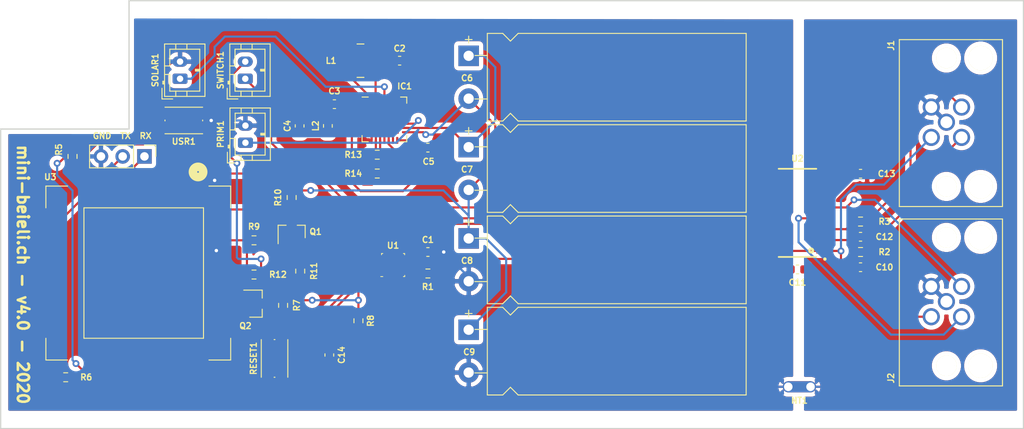
<source format=kicad_pcb>
(kicad_pcb (version 20171130) (host pcbnew 5.1.7-1.fc32)

  (general
    (thickness 1.6)
    (drawings 8)
    (tracks 344)
    (zones 0)
    (modules 44)
    (nets 37)
  )

  (page A4)
  (layers
    (0 F.Cu signal)
    (31 B.Cu signal)
    (32 B.Adhes user)
    (33 F.Adhes user)
    (34 B.Paste user)
    (35 F.Paste user)
    (36 B.SilkS user)
    (37 F.SilkS user)
    (38 B.Mask user)
    (39 F.Mask user)
    (40 Dwgs.User user)
    (41 Cmts.User user)
    (42 Eco1.User user)
    (43 Eco2.User user)
    (44 Edge.Cuts user)
    (45 Margin user)
    (46 B.CrtYd user)
    (47 F.CrtYd user)
    (48 B.Fab user)
    (49 F.Fab user)
  )

  (setup
    (last_trace_width 0.25)
    (trace_clearance 0.2)
    (zone_clearance 0.508)
    (zone_45_only no)
    (trace_min 0.2)
    (via_size 0.8)
    (via_drill 0.4)
    (via_min_size 0.4)
    (via_min_drill 0.3)
    (uvia_size 0.3)
    (uvia_drill 0.1)
    (uvias_allowed no)
    (uvia_min_size 0.2)
    (uvia_min_drill 0.1)
    (edge_width 0.05)
    (segment_width 0.2)
    (pcb_text_width 0.3)
    (pcb_text_size 1.5 1.5)
    (mod_edge_width 0.12)
    (mod_text_size 1 1)
    (mod_text_width 0.15)
    (pad_size 1.524 1.524)
    (pad_drill 0.762)
    (pad_to_mask_clearance 0.05)
    (aux_axis_origin 40 82.355)
    (grid_origin 40 82.355)
    (visible_elements FFFFFF7F)
    (pcbplotparams
      (layerselection 0x010fc_ffffffff)
      (usegerberextensions true)
      (usegerberattributes false)
      (usegerberadvancedattributes false)
      (creategerberjobfile false)
      (excludeedgelayer true)
      (linewidth 0.150000)
      (plotframeref false)
      (viasonmask false)
      (mode 1)
      (useauxorigin false)
      (hpglpennumber 1)
      (hpglpenspeed 20)
      (hpglpendiameter 15.000000)
      (psnegative false)
      (psa4output false)
      (plotreference true)
      (plotvalue true)
      (plotinvisibletext false)
      (padsonsilk false)
      (subtractmaskfromsilk false)
      (outputformat 1)
      (mirror false)
      (drillshape 0)
      (scaleselection 1)
      (outputdirectory "../pcbway-3.0/gerber-2nd/"))
  )

  (net 0 "")
  (net 1 GND)
  (net 2 /BUFSRC)
  (net 3 /BOOST)
  (net 4 /BUCK)
  (net 5 /3.3V)
  (net 6 /VSUPERCAP)
  (net 7 /AGND)
  (net 8 VS)
  (net 9 /A_GREEN)
  (net 10 /A_WHITE)
  (net 11 /B_GREEN)
  (net 12 /B_WHITE)
  (net 13 /SDA)
  (net 14 /SCL)
  (net 15 /SWBOOST)
  (net 16 /SWBUCK)
  (net 17 /VEXT)
  (net 18 /VIN)
  (net 19 /AB_RED)
  (net 20 "Net-(R1-Pad2)")
  (net 21 "Net-(C12-Pad2)")
  (net 22 "Net-(C12-Pad1)")
  (net 23 "Net-(C13-Pad1)")
  (net 24 /VX)
  (net 25 "Net-(C14-Pad1)")
  (net 26 /TX)
  (net 27 /RX)
  (net 28 /ADC)
  (net 29 "Net-(Q1-Pad2)")
  (net 30 "Net-(Q1-Pad1)")
  (net 31 /GPIO6)
  (net 32 "Net-(R5-Pad1)")
  (net 33 /GPIO1)
  (net 34 /PRIM)
  (net 35 "Net-(IC1-Pad10)")
  (net 36 "Net-(IC1-Pad9)")

  (net_class Default "This is the default net class."
    (clearance 0.2)
    (trace_width 0.25)
    (via_dia 0.8)
    (via_drill 0.4)
    (uvia_dia 0.3)
    (uvia_drill 0.1)
    (add_net /3.3V)
    (add_net /AB_RED)
    (add_net /ADC)
    (add_net /AGND)
    (add_net /A_GREEN)
    (add_net /A_WHITE)
    (add_net /BOOST)
    (add_net /BUCK)
    (add_net /BUFSRC)
    (add_net /B_GREEN)
    (add_net /B_WHITE)
    (add_net /GPIO1)
    (add_net /GPIO6)
    (add_net /PRIM)
    (add_net /RX)
    (add_net /SCL)
    (add_net /SDA)
    (add_net /SWBOOST)
    (add_net /SWBUCK)
    (add_net /TX)
    (add_net /VEXT)
    (add_net /VIN)
    (add_net /VSUPERCAP)
    (add_net /VX)
    (add_net GND)
    (add_net "Net-(C12-Pad1)")
    (add_net "Net-(C12-Pad2)")
    (add_net "Net-(C13-Pad1)")
    (add_net "Net-(C14-Pad1)")
    (add_net "Net-(IC1-Pad10)")
    (add_net "Net-(IC1-Pad9)")
    (add_net "Net-(Q1-Pad1)")
    (add_net "Net-(Q1-Pad2)")
    (add_net "Net-(R1-Pad2)")
    (add_net "Net-(R5-Pad1)")
    (add_net VS)
  )

  (module Button_Switch_SMD:SW_Push_1P1T_NO_CK_KMR2 (layer F.Cu) (tedit 5A02FC95) (tstamp 5F87D4AE)
    (at 61.4 46.355 180)
    (descr "CK components KMR2 tactile switch http://www.ckswitches.com/media/1479/kmr2.pdf")
    (tags "tactile switch kmr2")
    (path /5F976005)
    (attr smd)
    (fp_text reference USR1 (at 0 -2.45) (layer F.SilkS)
      (effects (font (size 0.7 0.7) (thickness 0.15)))
    )
    (fp_text value USR (at 0 2.55) (layer F.Fab)
      (effects (font (size 1 1) (thickness 0.15)))
    )
    (fp_text user %R (at 0 -2.45) (layer F.Fab)
      (effects (font (size 1 1) (thickness 0.15)))
    )
    (fp_line (start -2.1 -1.4) (end 2.1 -1.4) (layer F.Fab) (width 0.1))
    (fp_line (start 2.1 -1.4) (end 2.1 1.4) (layer F.Fab) (width 0.1))
    (fp_line (start 2.1 1.4) (end -2.1 1.4) (layer F.Fab) (width 0.1))
    (fp_line (start -2.1 1.4) (end -2.1 -1.4) (layer F.Fab) (width 0.1))
    (fp_line (start 2.2 0.05) (end 2.2 -0.05) (layer F.SilkS) (width 0.12))
    (fp_line (start -2.8 -1.8) (end 2.8 -1.8) (layer F.CrtYd) (width 0.05))
    (fp_line (start 2.8 -1.8) (end 2.8 1.8) (layer F.CrtYd) (width 0.05))
    (fp_line (start 2.8 1.8) (end -2.8 1.8) (layer F.CrtYd) (width 0.05))
    (fp_line (start -2.8 1.8) (end -2.8 -1.8) (layer F.CrtYd) (width 0.05))
    (fp_circle (center 0 0) (end 0 0.8) (layer F.Fab) (width 0.1))
    (fp_line (start -2.2 1.55) (end 2.2 1.55) (layer F.SilkS) (width 0.12))
    (fp_line (start 2.2 -1.55) (end -2.2 -1.55) (layer F.SilkS) (width 0.12))
    (fp_line (start -2.2 0.05) (end -2.2 -0.05) (layer F.SilkS) (width 0.12))
    (pad 2 smd rect (at 2.05 0.8 180) (size 0.9 1) (layers F.Cu F.Paste F.Mask)
      (net 32 "Net-(R5-Pad1)"))
    (pad 1 smd rect (at 2.05 -0.8 180) (size 0.9 1) (layers F.Cu F.Paste F.Mask)
      (net 1 GND))
    (pad 2 smd rect (at -2.05 0.8 180) (size 0.9 1) (layers F.Cu F.Paste F.Mask)
      (net 32 "Net-(R5-Pad1)"))
    (pad 1 smd rect (at -2.05 -0.8 180) (size 0.9 1) (layers F.Cu F.Paste F.Mask)
      (net 1 GND))
    (model ${KISYS3DMOD}/Button_Switch_SMD.3dshapes/SW_Push_1P1T_NO_CK_KMR2.wrl
      (at (xyz 0 0 0))
      (scale (xyz 1 1 1))
      (rotate (xyz 0 0 0))
    )
  )

  (module Button_Switch_SMD:SW_Push_1P1T_NO_CK_KMR2 (layer F.Cu) (tedit 5A02FC95) (tstamp 5F87D4C4)
    (at 72 74.155 90)
    (descr "CK components KMR2 tactile switch http://www.ckswitches.com/media/1479/kmr2.pdf")
    (tags "tactile switch kmr2")
    (path /5FA71325)
    (attr smd)
    (fp_text reference RESET1 (at 0 -2.45 90) (layer F.SilkS)
      (effects (font (size 0.7 0.7) (thickness 0.15)))
    )
    (fp_text value RESET (at 0 2.55 90) (layer F.Fab)
      (effects (font (size 1 1) (thickness 0.15)))
    )
    (fp_text user %R (at 0 -2.45 90) (layer F.Fab)
      (effects (font (size 1 1) (thickness 0.15)))
    )
    (fp_line (start -2.1 -1.4) (end 2.1 -1.4) (layer F.Fab) (width 0.1))
    (fp_line (start 2.1 -1.4) (end 2.1 1.4) (layer F.Fab) (width 0.1))
    (fp_line (start 2.1 1.4) (end -2.1 1.4) (layer F.Fab) (width 0.1))
    (fp_line (start -2.1 1.4) (end -2.1 -1.4) (layer F.Fab) (width 0.1))
    (fp_line (start 2.2 0.05) (end 2.2 -0.05) (layer F.SilkS) (width 0.12))
    (fp_line (start -2.8 -1.8) (end 2.8 -1.8) (layer F.CrtYd) (width 0.05))
    (fp_line (start 2.8 -1.8) (end 2.8 1.8) (layer F.CrtYd) (width 0.05))
    (fp_line (start 2.8 1.8) (end -2.8 1.8) (layer F.CrtYd) (width 0.05))
    (fp_line (start -2.8 1.8) (end -2.8 -1.8) (layer F.CrtYd) (width 0.05))
    (fp_circle (center 0 0) (end 0 0.8) (layer F.Fab) (width 0.1))
    (fp_line (start -2.2 1.55) (end 2.2 1.55) (layer F.SilkS) (width 0.12))
    (fp_line (start 2.2 -1.55) (end -2.2 -1.55) (layer F.SilkS) (width 0.12))
    (fp_line (start -2.2 0.05) (end -2.2 -0.05) (layer F.SilkS) (width 0.12))
    (pad 2 smd rect (at 2.05 0.8 90) (size 0.9 1) (layers F.Cu F.Paste F.Mask)
      (net 25 "Net-(C14-Pad1)"))
    (pad 1 smd rect (at 2.05 -0.8 90) (size 0.9 1) (layers F.Cu F.Paste F.Mask)
      (net 1 GND))
    (pad 2 smd rect (at -2.05 0.8 90) (size 0.9 1) (layers F.Cu F.Paste F.Mask)
      (net 25 "Net-(C14-Pad1)"))
    (pad 1 smd rect (at -2.05 -0.8 90) (size 0.9 1) (layers F.Cu F.Paste F.Mask)
      (net 1 GND))
    (model ${KISYS3DMOD}/Button_Switch_SMD.3dshapes/SW_Push_1P1T_NO_CK_KMR2.wrl
      (at (xyz 0 0 0))
      (scale (xyz 1 1 1))
      (rotate (xyz 0 0 0))
    )
  )

  (module Modules:AM01 (layer F.Cu) (tedit 5F8894FF) (tstamp 5F87D5B3)
    (at 51 67.355)
    (descr "Heltec AM02")
    (path /5F867819)
    (fp_text reference U3 (at -5.2 -14.4) (layer F.SilkS)
      (effects (font (size 0.7 0.7) (thickness 0.15)))
    )
    (fp_text value HTCC-AM01 (at 17.78 -3.81) (layer F.Fab)
      (effects (font (size 1 1) (thickness 0.15)))
    )
    (fp_text user AM01 (at 5.207 -3.302) (layer F.CrtYd)
      (effects (font (size 1 1) (thickness 0.15)))
    )
    (fp_circle (center 12.065 -14.986) (end 12.165 -14.986) (layer F.SilkS) (width 1))
    (fp_line (start -5.08 -12.7) (end 15.24 -12.7) (layer F.CrtYd) (width 0.12))
    (fp_line (start 15.24 -12.7) (end 15.24 6.35) (layer F.CrtYd) (width 0.12))
    (fp_line (start 15.24 6.35) (end -5.08 6.35) (layer F.CrtYd) (width 0.12))
    (fp_line (start -5.08 6.35) (end -5.08 -12.7) (layer F.CrtYd) (width 0.12))
    (fp_line (start -1.27 -10.795) (end 12.7 -10.795) (layer F.SilkS) (width 0.12))
    (fp_line (start 12.7 -10.795) (end 12.7 4.445) (layer F.SilkS) (width 0.12))
    (fp_line (start 12.7 4.445) (end -1.27 4.445) (layer F.SilkS) (width 0.12))
    (fp_line (start -1.27 4.445) (end -1.27 -10.795) (layer F.SilkS) (width 0.12))
    (fp_line (start 13.335 -13.335) (end 15.875 -13.335) (layer F.SilkS) (width 0.12))
    (fp_line (start 15.875 -13.335) (end 15.875 -10.795) (layer F.SilkS) (width 0.12))
    (fp_line (start -3.175 -13.335) (end -5.715 -13.335) (layer F.SilkS) (width 0.12))
    (fp_line (start -5.715 -13.335) (end -5.715 -10.795) (layer F.SilkS) (width 0.12))
    (fp_line (start -5.715 4.445) (end -5.715 6.985) (layer F.SilkS) (width 0.12))
    (fp_line (start -5.715 6.985) (end -3.175 6.985) (layer F.SilkS) (width 0.12))
    (fp_line (start 13.335 6.985) (end 15.875 6.985) (layer F.SilkS) (width 0.12))
    (fp_line (start 15.875 6.985) (end 15.875 4.445) (layer F.SilkS) (width 0.12))
    (pad 22 smd roundrect (at 12.065 6.35) (size 0.6 2.5) (layers F.Cu F.Paste F.Mask) (roundrect_rratio 0.25))
    (pad 21 smd roundrect (at 10.795 6.35) (size 0.6 2.5) (layers F.Cu F.Paste F.Mask) (roundrect_rratio 0.25)
      (net 25 "Net-(C14-Pad1)"))
    (pad 20 smd roundrect (at 9.525 6.35) (size 0.6 2.5) (layers F.Cu F.Paste F.Mask) (roundrect_rratio 0.25))
    (pad 19 smd roundrect (at 8.255 6.35) (size 0.6 2.5) (layers F.Cu F.Paste F.Mask) (roundrect_rratio 0.25))
    (pad 18 smd roundrect (at 6.985 6.35) (size 0.6 2.5) (layers F.Cu F.Paste F.Mask) (roundrect_rratio 0.25)
      (net 32 "Net-(R5-Pad1)"))
    (pad 17 smd roundrect (at 5.715 6.35) (size 0.6 2.5) (layers F.Cu F.Paste F.Mask) (roundrect_rratio 0.25)
      (net 13 /SDA))
    (pad 16 smd roundrect (at 4.445 6.35) (size 0.6 2.5) (layers F.Cu F.Paste F.Mask) (roundrect_rratio 0.25)
      (net 14 /SCL))
    (pad 15 smd roundrect (at 3.175 6.35) (size 0.6 2.5) (layers F.Cu F.Paste F.Mask) (roundrect_rratio 0.25))
    (pad 14 smd roundrect (at 1.905 6.35) (size 0.6 2.5) (layers F.Cu F.Paste F.Mask) (roundrect_rratio 0.25))
    (pad 13 smd roundrect (at 0.635 6.35) (size 0.6 2.5) (layers F.Cu F.Paste F.Mask) (roundrect_rratio 0.25))
    (pad 12 smd roundrect (at -0.635 6.35) (size 0.6 2.5) (layers F.Cu F.Paste F.Mask) (roundrect_rratio 0.25))
    (pad 11 smd roundrect (at -0.635 -12.7 180) (size 0.6 2.5) (layers F.Cu F.Paste F.Mask) (roundrect_rratio 0.25)
      (net 18 /VIN))
    (pad 10 smd roundrect (at 0.635 -12.7 180) (size 0.6 2.5) (layers F.Cu F.Paste F.Mask) (roundrect_rratio 0.25)
      (net 1 GND))
    (pad 9 smd roundrect (at 1.905 -12.7 180) (size 0.6 2.5) (layers F.Cu F.Paste F.Mask) (roundrect_rratio 0.25)
      (net 26 /TX))
    (pad 8 smd roundrect (at 3.175 -12.7 180) (size 0.6 2.5) (layers F.Cu F.Paste F.Mask) (roundrect_rratio 0.25)
      (net 27 /RX))
    (pad 7 smd roundrect (at 4.445 -12.7 180) (size 0.6 2.5) (layers F.Cu F.Paste F.Mask) (roundrect_rratio 0.25))
    (pad 6 smd roundrect (at 5.715 -12.7 180) (size 0.6 2.5) (layers F.Cu F.Paste F.Mask) (roundrect_rratio 0.25)
      (net 31 /GPIO6))
    (pad 5 smd roundrect (at 6.985 -12.7 180) (size 0.6 2.5) (layers F.Cu F.Paste F.Mask) (roundrect_rratio 0.25))
    (pad 4 smd roundrect (at 8.255 -12.7 180) (size 0.6 2.5) (layers F.Cu F.Paste F.Mask) (roundrect_rratio 0.25))
    (pad 3 smd roundrect (at 9.525 -12.7 180) (size 0.6 2.5) (layers F.Cu F.Paste F.Mask) (roundrect_rratio 0.25)
      (net 33 /GPIO1))
    (pad 2 smd roundrect (at 10.795 -12.7 180) (size 0.6 2.5) (layers F.Cu F.Paste F.Mask) (roundrect_rratio 0.25)
      (net 28 /ADC))
    (pad 1 smd roundrect (at 12.065 -12.7 180) (size 0.6 2.5) (layers F.Cu F.Paste F.Mask) (roundrect_rratio 0.25)
      (net 1 GND))
  )

  (module Resistor_SMD:R_0603_1608Metric (layer F.Cu) (tedit 5F68FEEE) (tstamp 5F889FE8)
    (at 84 52.555)
    (descr "Resistor SMD 0603 (1608 Metric), square (rectangular) end terminal, IPC_7351 nominal, (Body size source: IPC-SM-782 page 72, https://www.pcb-3d.com/wordpress/wp-content/uploads/ipc-sm-782a_amendment_1_and_2.pdf), generated with kicad-footprint-generator")
    (tags resistor)
    (path /5F9A29B7)
    (attr smd)
    (fp_text reference R14 (at -2.8 0) (layer F.SilkS)
      (effects (font (size 0.7 0.7) (thickness 0.15)))
    )
    (fp_text value 300k (at 0 1.43) (layer F.Fab)
      (effects (font (size 1 1) (thickness 0.15)))
    )
    (fp_text user %R (at 0 0) (layer F.Fab)
      (effects (font (size 0.4 0.4) (thickness 0.06)))
    )
    (fp_line (start -0.8 0.4125) (end -0.8 -0.4125) (layer F.Fab) (width 0.1))
    (fp_line (start -0.8 -0.4125) (end 0.8 -0.4125) (layer F.Fab) (width 0.1))
    (fp_line (start 0.8 -0.4125) (end 0.8 0.4125) (layer F.Fab) (width 0.1))
    (fp_line (start 0.8 0.4125) (end -0.8 0.4125) (layer F.Fab) (width 0.1))
    (fp_line (start -0.237258 -0.5225) (end 0.237258 -0.5225) (layer F.SilkS) (width 0.12))
    (fp_line (start -0.237258 0.5225) (end 0.237258 0.5225) (layer F.SilkS) (width 0.12))
    (fp_line (start -1.48 0.73) (end -1.48 -0.73) (layer F.CrtYd) (width 0.05))
    (fp_line (start -1.48 -0.73) (end 1.48 -0.73) (layer F.CrtYd) (width 0.05))
    (fp_line (start 1.48 -0.73) (end 1.48 0.73) (layer F.CrtYd) (width 0.05))
    (fp_line (start 1.48 0.73) (end -1.48 0.73) (layer F.CrtYd) (width 0.05))
    (pad 2 smd roundrect (at 0.825 0) (size 0.8 0.95) (layers F.Cu F.Paste F.Mask) (roundrect_rratio 0.25)
      (net 35 "Net-(IC1-Pad10)"))
    (pad 1 smd roundrect (at -0.825 0) (size 0.8 0.95) (layers F.Cu F.Paste F.Mask) (roundrect_rratio 0.25)
      (net 4 /BUCK))
    (model ${KISYS3DMOD}/Resistor_SMD.3dshapes/R_0603_1608Metric.wrl
      (at (xyz 0 0 0))
      (scale (xyz 1 1 1))
      (rotate (xyz 0 0 0))
    )
  )

  (module Resistor_SMD:R_0603_1608Metric (layer F.Cu) (tedit 5F68FEEE) (tstamp 5F889FD7)
    (at 84 50.355 180)
    (descr "Resistor SMD 0603 (1608 Metric), square (rectangular) end terminal, IPC_7351 nominal, (Body size source: IPC-SM-782 page 72, https://www.pcb-3d.com/wordpress/wp-content/uploads/ipc-sm-782a_amendment_1_and_2.pdf), generated with kicad-footprint-generator")
    (tags resistor)
    (path /5F941171)
    (attr smd)
    (fp_text reference R13 (at 2.8 0) (layer F.SilkS)
      (effects (font (size 0.7 0.7) (thickness 0.15)))
    )
    (fp_text value 200k (at 0 1.43) (layer F.Fab)
      (effects (font (size 1 1) (thickness 0.15)))
    )
    (fp_text user %R (at 0 0) (layer F.Fab)
      (effects (font (size 0.4 0.4) (thickness 0.06)))
    )
    (fp_line (start -0.8 0.4125) (end -0.8 -0.4125) (layer F.Fab) (width 0.1))
    (fp_line (start -0.8 -0.4125) (end 0.8 -0.4125) (layer F.Fab) (width 0.1))
    (fp_line (start 0.8 -0.4125) (end 0.8 0.4125) (layer F.Fab) (width 0.1))
    (fp_line (start 0.8 0.4125) (end -0.8 0.4125) (layer F.Fab) (width 0.1))
    (fp_line (start -0.237258 -0.5225) (end 0.237258 -0.5225) (layer F.SilkS) (width 0.12))
    (fp_line (start -0.237258 0.5225) (end 0.237258 0.5225) (layer F.SilkS) (width 0.12))
    (fp_line (start -1.48 0.73) (end -1.48 -0.73) (layer F.CrtYd) (width 0.05))
    (fp_line (start -1.48 -0.73) (end 1.48 -0.73) (layer F.CrtYd) (width 0.05))
    (fp_line (start 1.48 -0.73) (end 1.48 0.73) (layer F.CrtYd) (width 0.05))
    (fp_line (start 1.48 0.73) (end -1.48 0.73) (layer F.CrtYd) (width 0.05))
    (pad 2 smd roundrect (at 0.825 0 180) (size 0.8 0.95) (layers F.Cu F.Paste F.Mask) (roundrect_rratio 0.25)
      (net 36 "Net-(IC1-Pad9)"))
    (pad 1 smd roundrect (at -0.825 0 180) (size 0.8 0.95) (layers F.Cu F.Paste F.Mask) (roundrect_rratio 0.25)
      (net 35 "Net-(IC1-Pad10)"))
    (model ${KISYS3DMOD}/Resistor_SMD.3dshapes/R_0603_1608Metric.wrl
      (at (xyz 0 0 0))
      (scale (xyz 1 1 1))
      (rotate (xyz 0 0 0))
    )
  )

  (module Connector_JST:JST_PH_B2B-PH-K_1x02_P2.00mm_Vertical (layer F.Cu) (tedit 5B7745C2) (tstamp 5F889E16)
    (at 68.6 48.955 90)
    (descr "JST PH series connector, B2B-PH-K (http://www.jst-mfg.com/product/pdf/eng/ePH.pdf), generated with kicad-footprint-generator")
    (tags "connector JST PH side entry")
    (path /5F89CDA1)
    (fp_text reference PRIM1 (at 1 -2.9 90) (layer F.SilkS)
      (effects (font (size 0.7 0.7) (thickness 0.15)))
    )
    (fp_text value Conn_01x02_Female (at 1 4 90) (layer F.Fab)
      (effects (font (size 1 1) (thickness 0.15)))
    )
    (fp_text user %R (at 1 1.5 90) (layer F.Fab)
      (effects (font (size 1 1) (thickness 0.15)))
    )
    (fp_line (start -2.06 -1.81) (end -2.06 2.91) (layer F.SilkS) (width 0.12))
    (fp_line (start -2.06 2.91) (end 4.06 2.91) (layer F.SilkS) (width 0.12))
    (fp_line (start 4.06 2.91) (end 4.06 -1.81) (layer F.SilkS) (width 0.12))
    (fp_line (start 4.06 -1.81) (end -2.06 -1.81) (layer F.SilkS) (width 0.12))
    (fp_line (start -0.3 -1.81) (end -0.3 -2.01) (layer F.SilkS) (width 0.12))
    (fp_line (start -0.3 -2.01) (end -0.6 -2.01) (layer F.SilkS) (width 0.12))
    (fp_line (start -0.6 -2.01) (end -0.6 -1.81) (layer F.SilkS) (width 0.12))
    (fp_line (start -0.3 -1.91) (end -0.6 -1.91) (layer F.SilkS) (width 0.12))
    (fp_line (start 0.5 -1.81) (end 0.5 -1.2) (layer F.SilkS) (width 0.12))
    (fp_line (start 0.5 -1.2) (end -1.45 -1.2) (layer F.SilkS) (width 0.12))
    (fp_line (start -1.45 -1.2) (end -1.45 2.3) (layer F.SilkS) (width 0.12))
    (fp_line (start -1.45 2.3) (end 3.45 2.3) (layer F.SilkS) (width 0.12))
    (fp_line (start 3.45 2.3) (end 3.45 -1.2) (layer F.SilkS) (width 0.12))
    (fp_line (start 3.45 -1.2) (end 1.5 -1.2) (layer F.SilkS) (width 0.12))
    (fp_line (start 1.5 -1.2) (end 1.5 -1.81) (layer F.SilkS) (width 0.12))
    (fp_line (start -2.06 -0.5) (end -1.45 -0.5) (layer F.SilkS) (width 0.12))
    (fp_line (start -2.06 0.8) (end -1.45 0.8) (layer F.SilkS) (width 0.12))
    (fp_line (start 4.06 -0.5) (end 3.45 -0.5) (layer F.SilkS) (width 0.12))
    (fp_line (start 4.06 0.8) (end 3.45 0.8) (layer F.SilkS) (width 0.12))
    (fp_line (start 0.9 2.3) (end 0.9 1.8) (layer F.SilkS) (width 0.12))
    (fp_line (start 0.9 1.8) (end 1.1 1.8) (layer F.SilkS) (width 0.12))
    (fp_line (start 1.1 1.8) (end 1.1 2.3) (layer F.SilkS) (width 0.12))
    (fp_line (start 1 2.3) (end 1 1.8) (layer F.SilkS) (width 0.12))
    (fp_line (start -1.11 -2.11) (end -2.36 -2.11) (layer F.SilkS) (width 0.12))
    (fp_line (start -2.36 -2.11) (end -2.36 -0.86) (layer F.SilkS) (width 0.12))
    (fp_line (start -1.11 -2.11) (end -2.36 -2.11) (layer F.Fab) (width 0.1))
    (fp_line (start -2.36 -2.11) (end -2.36 -0.86) (layer F.Fab) (width 0.1))
    (fp_line (start -1.95 -1.7) (end -1.95 2.8) (layer F.Fab) (width 0.1))
    (fp_line (start -1.95 2.8) (end 3.95 2.8) (layer F.Fab) (width 0.1))
    (fp_line (start 3.95 2.8) (end 3.95 -1.7) (layer F.Fab) (width 0.1))
    (fp_line (start 3.95 -1.7) (end -1.95 -1.7) (layer F.Fab) (width 0.1))
    (fp_line (start -2.45 -2.2) (end -2.45 3.3) (layer F.CrtYd) (width 0.05))
    (fp_line (start -2.45 3.3) (end 4.45 3.3) (layer F.CrtYd) (width 0.05))
    (fp_line (start 4.45 3.3) (end 4.45 -2.2) (layer F.CrtYd) (width 0.05))
    (fp_line (start 4.45 -2.2) (end -2.45 -2.2) (layer F.CrtYd) (width 0.05))
    (pad 2 thru_hole oval (at 2 0 90) (size 1.2 1.75) (drill 0.75) (layers *.Cu *.Mask)
      (net 1 GND))
    (pad 1 thru_hole roundrect (at 0 0 90) (size 1.2 1.75) (drill 0.75) (layers *.Cu *.Mask) (roundrect_rratio 0.208333)
      (net 34 /PRIM))
    (model ${KISYS3DMOD}/Connector_JST.3dshapes/JST_PH_B2B-PH-K_1x02_P2.00mm_Vertical.wrl
      (at (xyz 0 0 0))
      (scale (xyz 1 1 1))
      (rotate (xyz 0 0 0))
    )
  )

  (module Connector_PinHeader_2.54mm:PinHeader_1x03_P2.54mm_Vertical (layer F.Cu) (tedit 59FED5CC) (tstamp 5F8878EE)
    (at 56.8 50.555 270)
    (descr "Through hole straight pin header, 1x03, 2.54mm pitch, single row")
    (tags "Through hole pin header THT 1x03 2.54mm single row")
    (path /5F8E172E)
    (fp_text reference J3 (at -2.8 0) (layer F.SilkS) hide
      (effects (font (size 0.7 0.7) (thickness 0.15)))
    )
    (fp_text value Conn_01x03_Male (at 0 7.41 90) (layer F.Fab)
      (effects (font (size 1 1) (thickness 0.15)))
    )
    (fp_text user %R (at 0 2.54) (layer F.Fab)
      (effects (font (size 1 1) (thickness 0.15)))
    )
    (fp_line (start -0.635 -1.27) (end 1.27 -1.27) (layer F.Fab) (width 0.1))
    (fp_line (start 1.27 -1.27) (end 1.27 6.35) (layer F.Fab) (width 0.1))
    (fp_line (start 1.27 6.35) (end -1.27 6.35) (layer F.Fab) (width 0.1))
    (fp_line (start -1.27 6.35) (end -1.27 -0.635) (layer F.Fab) (width 0.1))
    (fp_line (start -1.27 -0.635) (end -0.635 -1.27) (layer F.Fab) (width 0.1))
    (fp_line (start -1.33 6.41) (end 1.33 6.41) (layer F.SilkS) (width 0.12))
    (fp_line (start -1.33 1.27) (end -1.33 6.41) (layer F.SilkS) (width 0.12))
    (fp_line (start 1.33 1.27) (end 1.33 6.41) (layer F.SilkS) (width 0.12))
    (fp_line (start -1.33 1.27) (end 1.33 1.27) (layer F.SilkS) (width 0.12))
    (fp_line (start -1.33 0) (end -1.33 -1.33) (layer F.SilkS) (width 0.12))
    (fp_line (start -1.33 -1.33) (end 0 -1.33) (layer F.SilkS) (width 0.12))
    (fp_line (start -1.8 -1.8) (end -1.8 6.85) (layer F.CrtYd) (width 0.05))
    (fp_line (start -1.8 6.85) (end 1.8 6.85) (layer F.CrtYd) (width 0.05))
    (fp_line (start 1.8 6.85) (end 1.8 -1.8) (layer F.CrtYd) (width 0.05))
    (fp_line (start 1.8 -1.8) (end -1.8 -1.8) (layer F.CrtYd) (width 0.05))
    (pad 3 thru_hole oval (at 0 5.08 270) (size 1.7 1.7) (drill 1) (layers *.Cu *.Mask)
      (net 1 GND))
    (pad 2 thru_hole oval (at 0 2.54 270) (size 1.7 1.7) (drill 1) (layers *.Cu *.Mask)
      (net 26 /TX))
    (pad 1 thru_hole rect (at 0 0 270) (size 1.7 1.7) (drill 1) (layers *.Cu *.Mask)
      (net 27 /RX))
    (model ${KISYS3DMOD}/Connector_PinHeader_2.54mm.3dshapes/PinHeader_1x03_P2.54mm_Vertical.wrl
      (at (xyz 0 0 0))
      (scale (xyz 1 1 1))
      (rotate (xyz 0 0 0))
    )
  )

  (module Resistor_SMD:R_0603_1608Metric (layer F.Cu) (tedit 5F68FEEE) (tstamp 5F87D446)
    (at 69.6 64.355)
    (descr "Resistor SMD 0603 (1608 Metric), square (rectangular) end terminal, IPC_7351 nominal, (Body size source: IPC-SM-782 page 72, https://www.pcb-3d.com/wordpress/wp-content/uploads/ipc-sm-782a_amendment_1_and_2.pdf), generated with kicad-footprint-generator")
    (tags resistor)
    (path /5F92BEC1)
    (attr smd)
    (fp_text reference R12 (at 2.8 0) (layer F.SilkS)
      (effects (font (size 0.7 0.7) (thickness 0.15)))
    )
    (fp_text value 10K (at 0 1.43) (layer F.Fab)
      (effects (font (size 1 1) (thickness 0.15)))
    )
    (fp_text user %R (at 0 0) (layer F.Fab)
      (effects (font (size 0.4 0.4) (thickness 0.06)))
    )
    (fp_line (start -0.8 0.4125) (end -0.8 -0.4125) (layer F.Fab) (width 0.1))
    (fp_line (start -0.8 -0.4125) (end 0.8 -0.4125) (layer F.Fab) (width 0.1))
    (fp_line (start 0.8 -0.4125) (end 0.8 0.4125) (layer F.Fab) (width 0.1))
    (fp_line (start 0.8 0.4125) (end -0.8 0.4125) (layer F.Fab) (width 0.1))
    (fp_line (start -0.237258 -0.5225) (end 0.237258 -0.5225) (layer F.SilkS) (width 0.12))
    (fp_line (start -0.237258 0.5225) (end 0.237258 0.5225) (layer F.SilkS) (width 0.12))
    (fp_line (start -1.48 0.73) (end -1.48 -0.73) (layer F.CrtYd) (width 0.05))
    (fp_line (start -1.48 -0.73) (end 1.48 -0.73) (layer F.CrtYd) (width 0.05))
    (fp_line (start 1.48 -0.73) (end 1.48 0.73) (layer F.CrtYd) (width 0.05))
    (fp_line (start 1.48 0.73) (end -1.48 0.73) (layer F.CrtYd) (width 0.05))
    (pad 2 smd roundrect (at 0.825 0) (size 0.8 0.95) (layers F.Cu F.Paste F.Mask) (roundrect_rratio 0.25)
      (net 18 /VIN))
    (pad 1 smd roundrect (at -0.825 0) (size 0.8 0.95) (layers F.Cu F.Paste F.Mask) (roundrect_rratio 0.25)
      (net 31 /GPIO6))
    (model ${KISYS3DMOD}/Resistor_SMD.3dshapes/R_0603_1608Metric.wrl
      (at (xyz 0 0 0))
      (scale (xyz 1 1 1))
      (rotate (xyz 0 0 0))
    )
  )

  (module Resistor_SMD:R_0603_1608Metric (layer F.Cu) (tedit 5F68FEEE) (tstamp 5F87D435)
    (at 75 63.955 270)
    (descr "Resistor SMD 0603 (1608 Metric), square (rectangular) end terminal, IPC_7351 nominal, (Body size source: IPC-SM-782 page 72, https://www.pcb-3d.com/wordpress/wp-content/uploads/ipc-sm-782a_amendment_1_and_2.pdf), generated with kicad-footprint-generator")
    (tags resistor)
    (path /5F8E190D)
    (attr smd)
    (fp_text reference R11 (at 0 -1.6 90) (layer F.SilkS)
      (effects (font (size 0.7 0.7) (thickness 0.15)))
    )
    (fp_text value 100k (at 0 1.43 90) (layer F.Fab)
      (effects (font (size 1 1) (thickness 0.15)))
    )
    (fp_text user %R (at 0 0 90) (layer F.Fab)
      (effects (font (size 0.4 0.4) (thickness 0.06)))
    )
    (fp_line (start -0.8 0.4125) (end -0.8 -0.4125) (layer F.Fab) (width 0.1))
    (fp_line (start -0.8 -0.4125) (end 0.8 -0.4125) (layer F.Fab) (width 0.1))
    (fp_line (start 0.8 -0.4125) (end 0.8 0.4125) (layer F.Fab) (width 0.1))
    (fp_line (start 0.8 0.4125) (end -0.8 0.4125) (layer F.Fab) (width 0.1))
    (fp_line (start -0.237258 -0.5225) (end 0.237258 -0.5225) (layer F.SilkS) (width 0.12))
    (fp_line (start -0.237258 0.5225) (end 0.237258 0.5225) (layer F.SilkS) (width 0.12))
    (fp_line (start -1.48 0.73) (end -1.48 -0.73) (layer F.CrtYd) (width 0.05))
    (fp_line (start -1.48 -0.73) (end 1.48 -0.73) (layer F.CrtYd) (width 0.05))
    (fp_line (start 1.48 -0.73) (end 1.48 0.73) (layer F.CrtYd) (width 0.05))
    (fp_line (start 1.48 0.73) (end -1.48 0.73) (layer F.CrtYd) (width 0.05))
    (pad 2 smd roundrect (at 0.825 0 270) (size 0.8 0.95) (layers F.Cu F.Paste F.Mask) (roundrect_rratio 0.25)
      (net 1 GND))
    (pad 1 smd roundrect (at -0.825 0 270) (size 0.8 0.95) (layers F.Cu F.Paste F.Mask) (roundrect_rratio 0.25)
      (net 29 "Net-(Q1-Pad2)"))
    (model ${KISYS3DMOD}/Resistor_SMD.3dshapes/R_0603_1608Metric.wrl
      (at (xyz 0 0 0))
      (scale (xyz 1 1 1))
      (rotate (xyz 0 0 0))
    )
  )

  (module Resistor_SMD:R_0603_1608Metric (layer F.Cu) (tedit 5F68FEEE) (tstamp 5F87D424)
    (at 74 55.355 270)
    (descr "Resistor SMD 0603 (1608 Metric), square (rectangular) end terminal, IPC_7351 nominal, (Body size source: IPC-SM-782 page 72, https://www.pcb-3d.com/wordpress/wp-content/uploads/ipc-sm-782a_amendment_1_and_2.pdf), generated with kicad-footprint-generator")
    (tags resistor)
    (path /5F8A40C5)
    (attr smd)
    (fp_text reference R10 (at 0 1.6 90) (layer F.SilkS)
      (effects (font (size 0.7 0.7) (thickness 0.15)))
    )
    (fp_text value 220k (at 0 1.43 90) (layer F.Fab)
      (effects (font (size 1 1) (thickness 0.15)))
    )
    (fp_text user %R (at 0 0 90) (layer F.Fab)
      (effects (font (size 0.4 0.4) (thickness 0.06)))
    )
    (fp_line (start -0.8 0.4125) (end -0.8 -0.4125) (layer F.Fab) (width 0.1))
    (fp_line (start -0.8 -0.4125) (end 0.8 -0.4125) (layer F.Fab) (width 0.1))
    (fp_line (start 0.8 -0.4125) (end 0.8 0.4125) (layer F.Fab) (width 0.1))
    (fp_line (start 0.8 0.4125) (end -0.8 0.4125) (layer F.Fab) (width 0.1))
    (fp_line (start -0.237258 -0.5225) (end 0.237258 -0.5225) (layer F.SilkS) (width 0.12))
    (fp_line (start -0.237258 0.5225) (end 0.237258 0.5225) (layer F.SilkS) (width 0.12))
    (fp_line (start -1.48 0.73) (end -1.48 -0.73) (layer F.CrtYd) (width 0.05))
    (fp_line (start -1.48 -0.73) (end 1.48 -0.73) (layer F.CrtYd) (width 0.05))
    (fp_line (start 1.48 -0.73) (end 1.48 0.73) (layer F.CrtYd) (width 0.05))
    (fp_line (start 1.48 0.73) (end -1.48 0.73) (layer F.CrtYd) (width 0.05))
    (pad 2 smd roundrect (at 0.825 0 270) (size 0.8 0.95) (layers F.Cu F.Paste F.Mask) (roundrect_rratio 0.25)
      (net 28 /ADC))
    (pad 1 smd roundrect (at -0.825 0 270) (size 0.8 0.95) (layers F.Cu F.Paste F.Mask) (roundrect_rratio 0.25)
      (net 24 /VX))
    (model ${KISYS3DMOD}/Resistor_SMD.3dshapes/R_0603_1608Metric.wrl
      (at (xyz 0 0 0))
      (scale (xyz 1 1 1))
      (rotate (xyz 0 0 0))
    )
  )

  (module Resistor_SMD:R_0603_1608Metric (layer F.Cu) (tedit 5F68FEEE) (tstamp 5F87D413)
    (at 69.6 60.355 180)
    (descr "Resistor SMD 0603 (1608 Metric), square (rectangular) end terminal, IPC_7351 nominal, (Body size source: IPC-SM-782 page 72, https://www.pcb-3d.com/wordpress/wp-content/uploads/ipc-sm-782a_amendment_1_and_2.pdf), generated with kicad-footprint-generator")
    (tags resistor)
    (path /5F8C96E0)
    (attr smd)
    (fp_text reference R9 (at 0 1.6) (layer F.SilkS)
      (effects (font (size 0.7 0.7) (thickness 0.15)))
    )
    (fp_text value 1K (at 0 1.43) (layer F.Fab)
      (effects (font (size 1 1) (thickness 0.15)))
    )
    (fp_text user %R (at 0 0) (layer F.Fab)
      (effects (font (size 0.4 0.4) (thickness 0.06)))
    )
    (fp_line (start -0.8 0.4125) (end -0.8 -0.4125) (layer F.Fab) (width 0.1))
    (fp_line (start -0.8 -0.4125) (end 0.8 -0.4125) (layer F.Fab) (width 0.1))
    (fp_line (start 0.8 -0.4125) (end 0.8 0.4125) (layer F.Fab) (width 0.1))
    (fp_line (start 0.8 0.4125) (end -0.8 0.4125) (layer F.Fab) (width 0.1))
    (fp_line (start -0.237258 -0.5225) (end 0.237258 -0.5225) (layer F.SilkS) (width 0.12))
    (fp_line (start -0.237258 0.5225) (end 0.237258 0.5225) (layer F.SilkS) (width 0.12))
    (fp_line (start -1.48 0.73) (end -1.48 -0.73) (layer F.CrtYd) (width 0.05))
    (fp_line (start -1.48 -0.73) (end 1.48 -0.73) (layer F.CrtYd) (width 0.05))
    (fp_line (start 1.48 -0.73) (end 1.48 0.73) (layer F.CrtYd) (width 0.05))
    (fp_line (start 1.48 0.73) (end -1.48 0.73) (layer F.CrtYd) (width 0.05))
    (pad 2 smd roundrect (at 0.825 0 180) (size 0.8 0.95) (layers F.Cu F.Paste F.Mask) (roundrect_rratio 0.25)
      (net 31 /GPIO6))
    (pad 1 smd roundrect (at -0.825 0 180) (size 0.8 0.95) (layers F.Cu F.Paste F.Mask) (roundrect_rratio 0.25)
      (net 30 "Net-(Q1-Pad1)"))
    (model ${KISYS3DMOD}/Resistor_SMD.3dshapes/R_0603_1608Metric.wrl
      (at (xyz 0 0 0))
      (scale (xyz 1 1 1))
      (rotate (xyz 0 0 0))
    )
  )

  (module Resistor_SMD:R_0603_1608Metric (layer F.Cu) (tedit 5F68FEEE) (tstamp 5F87D402)
    (at 81.8 69.755 270)
    (descr "Resistor SMD 0603 (1608 Metric), square (rectangular) end terminal, IPC_7351 nominal, (Body size source: IPC-SM-782 page 72, https://www.pcb-3d.com/wordpress/wp-content/uploads/ipc-sm-782a_amendment_1_and_2.pdf), generated with kicad-footprint-generator")
    (tags resistor)
    (path /5FB1DE6B)
    (attr smd)
    (fp_text reference R8 (at 0 -1.43 90) (layer F.SilkS)
      (effects (font (size 0.7 0.7) (thickness 0.15)))
    )
    (fp_text value 10k (at 0 1.43 90) (layer F.Fab)
      (effects (font (size 1 1) (thickness 0.15)))
    )
    (fp_text user %R (at 0 0 90) (layer F.Fab)
      (effects (font (size 0.4 0.4) (thickness 0.06)))
    )
    (fp_line (start -0.8 0.4125) (end -0.8 -0.4125) (layer F.Fab) (width 0.1))
    (fp_line (start -0.8 -0.4125) (end 0.8 -0.4125) (layer F.Fab) (width 0.1))
    (fp_line (start 0.8 -0.4125) (end 0.8 0.4125) (layer F.Fab) (width 0.1))
    (fp_line (start 0.8 0.4125) (end -0.8 0.4125) (layer F.Fab) (width 0.1))
    (fp_line (start -0.237258 -0.5225) (end 0.237258 -0.5225) (layer F.SilkS) (width 0.12))
    (fp_line (start -0.237258 0.5225) (end 0.237258 0.5225) (layer F.SilkS) (width 0.12))
    (fp_line (start -1.48 0.73) (end -1.48 -0.73) (layer F.CrtYd) (width 0.05))
    (fp_line (start -1.48 -0.73) (end 1.48 -0.73) (layer F.CrtYd) (width 0.05))
    (fp_line (start 1.48 -0.73) (end 1.48 0.73) (layer F.CrtYd) (width 0.05))
    (fp_line (start 1.48 0.73) (end -1.48 0.73) (layer F.CrtYd) (width 0.05))
    (pad 2 smd roundrect (at 0.825 0 270) (size 0.8 0.95) (layers F.Cu F.Paste F.Mask) (roundrect_rratio 0.25)
      (net 13 /SDA))
    (pad 1 smd roundrect (at -0.825 0 270) (size 0.8 0.95) (layers F.Cu F.Paste F.Mask) (roundrect_rratio 0.25)
      (net 17 /VEXT))
    (model ${KISYS3DMOD}/Resistor_SMD.3dshapes/R_0603_1608Metric.wrl
      (at (xyz 0 0 0))
      (scale (xyz 1 1 1))
      (rotate (xyz 0 0 0))
    )
  )

  (module Resistor_SMD:R_0603_1608Metric (layer F.Cu) (tedit 5F68FEEE) (tstamp 5F87D3F1)
    (at 73 67.955 270)
    (descr "Resistor SMD 0603 (1608 Metric), square (rectangular) end terminal, IPC_7351 nominal, (Body size source: IPC-SM-782 page 72, https://www.pcb-3d.com/wordpress/wp-content/uploads/ipc-sm-782a_amendment_1_and_2.pdf), generated with kicad-footprint-generator")
    (tags resistor)
    (path /5FB1D556)
    (attr smd)
    (fp_text reference R7 (at 0 -1.6 90) (layer F.SilkS)
      (effects (font (size 0.7 0.7) (thickness 0.15)))
    )
    (fp_text value 10k (at 0 1.43 90) (layer F.Fab)
      (effects (font (size 1 1) (thickness 0.15)))
    )
    (fp_text user %R (at 0 0 90) (layer F.Fab)
      (effects (font (size 0.4 0.4) (thickness 0.06)))
    )
    (fp_line (start -0.8 0.4125) (end -0.8 -0.4125) (layer F.Fab) (width 0.1))
    (fp_line (start -0.8 -0.4125) (end 0.8 -0.4125) (layer F.Fab) (width 0.1))
    (fp_line (start 0.8 -0.4125) (end 0.8 0.4125) (layer F.Fab) (width 0.1))
    (fp_line (start 0.8 0.4125) (end -0.8 0.4125) (layer F.Fab) (width 0.1))
    (fp_line (start -0.237258 -0.5225) (end 0.237258 -0.5225) (layer F.SilkS) (width 0.12))
    (fp_line (start -0.237258 0.5225) (end 0.237258 0.5225) (layer F.SilkS) (width 0.12))
    (fp_line (start -1.48 0.73) (end -1.48 -0.73) (layer F.CrtYd) (width 0.05))
    (fp_line (start -1.48 -0.73) (end 1.48 -0.73) (layer F.CrtYd) (width 0.05))
    (fp_line (start 1.48 -0.73) (end 1.48 0.73) (layer F.CrtYd) (width 0.05))
    (fp_line (start 1.48 0.73) (end -1.48 0.73) (layer F.CrtYd) (width 0.05))
    (pad 2 smd roundrect (at 0.825 0 270) (size 0.8 0.95) (layers F.Cu F.Paste F.Mask) (roundrect_rratio 0.25)
      (net 14 /SCL))
    (pad 1 smd roundrect (at -0.825 0 270) (size 0.8 0.95) (layers F.Cu F.Paste F.Mask) (roundrect_rratio 0.25)
      (net 17 /VEXT))
    (model ${KISYS3DMOD}/Resistor_SMD.3dshapes/R_0603_1608Metric.wrl
      (at (xyz 0 0 0))
      (scale (xyz 1 1 1))
      (rotate (xyz 0 0 0))
    )
  )

  (module Resistor_SMD:R_0603_1608Metric (layer F.Cu) (tedit 5F68FEEE) (tstamp 5F87D3E0)
    (at 47.6 76.355 180)
    (descr "Resistor SMD 0603 (1608 Metric), square (rectangular) end terminal, IPC_7351 nominal, (Body size source: IPC-SM-782 page 72, https://www.pcb-3d.com/wordpress/wp-content/uploads/ipc-sm-782a_amendment_1_and_2.pdf), generated with kicad-footprint-generator")
    (tags resistor)
    (path /5FA97009)
    (attr smd)
    (fp_text reference R6 (at -2.4 0) (layer F.SilkS)
      (effects (font (size 0.7 0.7) (thickness 0.15)))
    )
    (fp_text value 10k (at 0 1.43) (layer F.Fab)
      (effects (font (size 1 1) (thickness 0.15)))
    )
    (fp_text user %R (at 0 0) (layer F.Fab)
      (effects (font (size 0.4 0.4) (thickness 0.06)))
    )
    (fp_line (start -0.8 0.4125) (end -0.8 -0.4125) (layer F.Fab) (width 0.1))
    (fp_line (start -0.8 -0.4125) (end 0.8 -0.4125) (layer F.Fab) (width 0.1))
    (fp_line (start 0.8 -0.4125) (end 0.8 0.4125) (layer F.Fab) (width 0.1))
    (fp_line (start 0.8 0.4125) (end -0.8 0.4125) (layer F.Fab) (width 0.1))
    (fp_line (start -0.237258 -0.5225) (end 0.237258 -0.5225) (layer F.SilkS) (width 0.12))
    (fp_line (start -0.237258 0.5225) (end 0.237258 0.5225) (layer F.SilkS) (width 0.12))
    (fp_line (start -1.48 0.73) (end -1.48 -0.73) (layer F.CrtYd) (width 0.05))
    (fp_line (start -1.48 -0.73) (end 1.48 -0.73) (layer F.CrtYd) (width 0.05))
    (fp_line (start 1.48 -0.73) (end 1.48 0.73) (layer F.CrtYd) (width 0.05))
    (fp_line (start 1.48 0.73) (end -1.48 0.73) (layer F.CrtYd) (width 0.05))
    (pad 2 smd roundrect (at 0.825 0 180) (size 0.8 0.95) (layers F.Cu F.Paste F.Mask) (roundrect_rratio 0.25)
      (net 18 /VIN))
    (pad 1 smd roundrect (at -0.825 0 180) (size 0.8 0.95) (layers F.Cu F.Paste F.Mask) (roundrect_rratio 0.25)
      (net 25 "Net-(C14-Pad1)"))
    (model ${KISYS3DMOD}/Resistor_SMD.3dshapes/R_0603_1608Metric.wrl
      (at (xyz 0 0 0))
      (scale (xyz 1 1 1))
      (rotate (xyz 0 0 0))
    )
  )

  (module Resistor_SMD:R_0603_1608Metric (layer F.Cu) (tedit 5F68FEEE) (tstamp 5F87D3CF)
    (at 48.4 50.555 270)
    (descr "Resistor SMD 0603 (1608 Metric), square (rectangular) end terminal, IPC_7351 nominal, (Body size source: IPC-SM-782 page 72, https://www.pcb-3d.com/wordpress/wp-content/uploads/ipc-sm-782a_amendment_1_and_2.pdf), generated with kicad-footprint-generator")
    (tags resistor)
    (path /5F9BC812)
    (attr smd)
    (fp_text reference R5 (at -0.8 1.6 90) (layer F.SilkS)
      (effects (font (size 0.7 0.7) (thickness 0.15)))
    )
    (fp_text value 10k (at 0 1.43 90) (layer F.Fab)
      (effects (font (size 1 1) (thickness 0.15)))
    )
    (fp_text user %R (at 0 0 90) (layer F.Fab)
      (effects (font (size 0.4 0.4) (thickness 0.06)))
    )
    (fp_line (start -0.8 0.4125) (end -0.8 -0.4125) (layer F.Fab) (width 0.1))
    (fp_line (start -0.8 -0.4125) (end 0.8 -0.4125) (layer F.Fab) (width 0.1))
    (fp_line (start 0.8 -0.4125) (end 0.8 0.4125) (layer F.Fab) (width 0.1))
    (fp_line (start 0.8 0.4125) (end -0.8 0.4125) (layer F.Fab) (width 0.1))
    (fp_line (start -0.237258 -0.5225) (end 0.237258 -0.5225) (layer F.SilkS) (width 0.12))
    (fp_line (start -0.237258 0.5225) (end 0.237258 0.5225) (layer F.SilkS) (width 0.12))
    (fp_line (start -1.48 0.73) (end -1.48 -0.73) (layer F.CrtYd) (width 0.05))
    (fp_line (start -1.48 -0.73) (end 1.48 -0.73) (layer F.CrtYd) (width 0.05))
    (fp_line (start 1.48 -0.73) (end 1.48 0.73) (layer F.CrtYd) (width 0.05))
    (fp_line (start 1.48 0.73) (end -1.48 0.73) (layer F.CrtYd) (width 0.05))
    (pad 2 smd roundrect (at 0.825 0 270) (size 0.8 0.95) (layers F.Cu F.Paste F.Mask) (roundrect_rratio 0.25)
      (net 18 /VIN))
    (pad 1 smd roundrect (at -0.825 0 270) (size 0.8 0.95) (layers F.Cu F.Paste F.Mask) (roundrect_rratio 0.25)
      (net 32 "Net-(R5-Pad1)"))
    (model ${KISYS3DMOD}/Resistor_SMD.3dshapes/R_0603_1608Metric.wrl
      (at (xyz 0 0 0))
      (scale (xyz 1 1 1))
      (rotate (xyz 0 0 0))
    )
  )

  (module Package_TO_SOT_SMD:SOT-23 (layer F.Cu) (tedit 5A02FF57) (tstamp 5F87D35E)
    (at 69.8 67.755)
    (descr "SOT-23, Standard")
    (tags SOT-23)
    (path /5F92BEB1)
    (attr smd)
    (fp_text reference Q2 (at -1.2 2.6) (layer F.SilkS)
      (effects (font (size 0.7 0.7) (thickness 0.15)))
    )
    (fp_text value AO3401A (at 0 2.5) (layer F.Fab)
      (effects (font (size 1 1) (thickness 0.15)))
    )
    (fp_text user %R (at 0 0 90) (layer F.Fab)
      (effects (font (size 0.5 0.5) (thickness 0.075)))
    )
    (fp_line (start -0.7 -0.95) (end -0.7 1.5) (layer F.Fab) (width 0.1))
    (fp_line (start -0.15 -1.52) (end 0.7 -1.52) (layer F.Fab) (width 0.1))
    (fp_line (start -0.7 -0.95) (end -0.15 -1.52) (layer F.Fab) (width 0.1))
    (fp_line (start 0.7 -1.52) (end 0.7 1.52) (layer F.Fab) (width 0.1))
    (fp_line (start -0.7 1.52) (end 0.7 1.52) (layer F.Fab) (width 0.1))
    (fp_line (start 0.76 1.58) (end 0.76 0.65) (layer F.SilkS) (width 0.12))
    (fp_line (start 0.76 -1.58) (end 0.76 -0.65) (layer F.SilkS) (width 0.12))
    (fp_line (start -1.7 -1.75) (end 1.7 -1.75) (layer F.CrtYd) (width 0.05))
    (fp_line (start 1.7 -1.75) (end 1.7 1.75) (layer F.CrtYd) (width 0.05))
    (fp_line (start 1.7 1.75) (end -1.7 1.75) (layer F.CrtYd) (width 0.05))
    (fp_line (start -1.7 1.75) (end -1.7 -1.75) (layer F.CrtYd) (width 0.05))
    (fp_line (start 0.76 -1.58) (end -1.4 -1.58) (layer F.SilkS) (width 0.12))
    (fp_line (start 0.76 1.58) (end -0.7 1.58) (layer F.SilkS) (width 0.12))
    (pad 3 smd rect (at 1 0) (size 0.9 0.8) (layers F.Cu F.Paste F.Mask)
      (net 17 /VEXT))
    (pad 2 smd rect (at -1 0.95) (size 0.9 0.8) (layers F.Cu F.Paste F.Mask)
      (net 18 /VIN))
    (pad 1 smd rect (at -1 -0.95) (size 0.9 0.8) (layers F.Cu F.Paste F.Mask)
      (net 31 /GPIO6))
    (model ${KISYS3DMOD}/Package_TO_SOT_SMD.3dshapes/SOT-23.wrl
      (at (xyz 0 0 0))
      (scale (xyz 1 1 1))
      (rotate (xyz 0 0 0))
    )
  )

  (module Package_TO_SOT_SMD:SOT-23 (layer F.Cu) (tedit 5A02FF57) (tstamp 5F87D349)
    (at 74 59.355 90)
    (descr "SOT-23, Standard")
    (tags SOT-23)
    (path /5F8AFEB7)
    (attr smd)
    (fp_text reference Q1 (at 0 2.8) (layer F.SilkS)
      (effects (font (size 0.7 0.7) (thickness 0.15)))
    )
    (fp_text value AO3401A (at 0 2.5 90) (layer F.Fab)
      (effects (font (size 1 1) (thickness 0.15)))
    )
    (fp_text user %R (at 0 0) (layer F.Fab)
      (effects (font (size 0.5 0.5) (thickness 0.075)))
    )
    (fp_line (start -0.7 -0.95) (end -0.7 1.5) (layer F.Fab) (width 0.1))
    (fp_line (start -0.15 -1.52) (end 0.7 -1.52) (layer F.Fab) (width 0.1))
    (fp_line (start -0.7 -0.95) (end -0.15 -1.52) (layer F.Fab) (width 0.1))
    (fp_line (start 0.7 -1.52) (end 0.7 1.52) (layer F.Fab) (width 0.1))
    (fp_line (start -0.7 1.52) (end 0.7 1.52) (layer F.Fab) (width 0.1))
    (fp_line (start 0.76 1.58) (end 0.76 0.65) (layer F.SilkS) (width 0.12))
    (fp_line (start 0.76 -1.58) (end 0.76 -0.65) (layer F.SilkS) (width 0.12))
    (fp_line (start -1.7 -1.75) (end 1.7 -1.75) (layer F.CrtYd) (width 0.05))
    (fp_line (start 1.7 -1.75) (end 1.7 1.75) (layer F.CrtYd) (width 0.05))
    (fp_line (start 1.7 1.75) (end -1.7 1.75) (layer F.CrtYd) (width 0.05))
    (fp_line (start -1.7 1.75) (end -1.7 -1.75) (layer F.CrtYd) (width 0.05))
    (fp_line (start 0.76 -1.58) (end -1.4 -1.58) (layer F.SilkS) (width 0.12))
    (fp_line (start 0.76 1.58) (end -0.7 1.58) (layer F.SilkS) (width 0.12))
    (pad 3 smd rect (at 1 0 90) (size 0.9 0.8) (layers F.Cu F.Paste F.Mask)
      (net 28 /ADC))
    (pad 2 smd rect (at -1 0.95 90) (size 0.9 0.8) (layers F.Cu F.Paste F.Mask)
      (net 29 "Net-(Q1-Pad2)"))
    (pad 1 smd rect (at -1 -0.95 90) (size 0.9 0.8) (layers F.Cu F.Paste F.Mask)
      (net 30 "Net-(Q1-Pad1)"))
    (model ${KISYS3DMOD}/Package_TO_SOT_SMD.3dshapes/SOT-23.wrl
      (at (xyz 0 0 0))
      (scale (xyz 1 1 1))
      (rotate (xyz 0 0 0))
    )
  )

  (module Capacitor_SMD:C_0603_1608Metric (layer F.Cu) (tedit 5F68FEEE) (tstamp 5F87D202)
    (at 78.4 73.755 270)
    (descr "Capacitor SMD 0603 (1608 Metric), square (rectangular) end terminal, IPC_7351 nominal, (Body size source: IPC-SM-782 page 76, https://www.pcb-3d.com/wordpress/wp-content/uploads/ipc-sm-782a_amendment_1_and_2.pdf), generated with kicad-footprint-generator")
    (tags capacitor)
    (path /5FAB62AC)
    (attr smd)
    (fp_text reference C14 (at 0 -1.43 90) (layer F.SilkS)
      (effects (font (size 0.7 0.7) (thickness 0.15)))
    )
    (fp_text value 2.2uF (at 0 1.43 90) (layer F.Fab)
      (effects (font (size 1 1) (thickness 0.15)))
    )
    (fp_text user %R (at 0 0 90) (layer F.Fab)
      (effects (font (size 0.4 0.4) (thickness 0.06)))
    )
    (fp_line (start -0.8 0.4) (end -0.8 -0.4) (layer F.Fab) (width 0.1))
    (fp_line (start -0.8 -0.4) (end 0.8 -0.4) (layer F.Fab) (width 0.1))
    (fp_line (start 0.8 -0.4) (end 0.8 0.4) (layer F.Fab) (width 0.1))
    (fp_line (start 0.8 0.4) (end -0.8 0.4) (layer F.Fab) (width 0.1))
    (fp_line (start -0.14058 -0.51) (end 0.14058 -0.51) (layer F.SilkS) (width 0.12))
    (fp_line (start -0.14058 0.51) (end 0.14058 0.51) (layer F.SilkS) (width 0.12))
    (fp_line (start -1.48 0.73) (end -1.48 -0.73) (layer F.CrtYd) (width 0.05))
    (fp_line (start -1.48 -0.73) (end 1.48 -0.73) (layer F.CrtYd) (width 0.05))
    (fp_line (start 1.48 -0.73) (end 1.48 0.73) (layer F.CrtYd) (width 0.05))
    (fp_line (start 1.48 0.73) (end -1.48 0.73) (layer F.CrtYd) (width 0.05))
    (pad 2 smd roundrect (at 0.775 0 270) (size 0.9 0.95) (layers F.Cu F.Paste F.Mask) (roundrect_rratio 0.25)
      (net 1 GND))
    (pad 1 smd roundrect (at -0.775 0 270) (size 0.9 0.95) (layers F.Cu F.Paste F.Mask) (roundrect_rratio 0.25)
      (net 25 "Net-(C14-Pad1)"))
    (model ${KISYS3DMOD}/Capacitor_SMD.3dshapes/C_0603_1608Metric.wrl
      (at (xyz 0 0 0))
      (scale (xyz 1 1 1))
      (rotate (xyz 0 0 0))
    )
  )

  (module T4145015051-001:T4145015051-001 (layer F.Cu) (tedit 0) (tstamp 5F40EB68)
    (at 150.495 67.515 90)
    (path /602AD758)
    (fp_text reference J2 (at -8.939 -6.477 90) (layer F.SilkS)
      (effects (font (size 0.7 0.7) (thickness 0.15)))
    )
    (fp_text value T4145015051-001 (at -7.38206 7.25284 90) (layer F.SilkS) hide
      (effects (font (size 0.788591 0.788591) (thickness 0.05)))
    )
    (fp_line (start 9.65 -5.5) (end 9.65 6.55) (layer F.SilkS) (width 0.127))
    (fp_line (start -9.85 -5.5) (end 9.65 -5.5) (layer F.SilkS) (width 0.127))
    (fp_line (start -9.85 6.55) (end -9.85 -5.5) (layer F.SilkS) (width 0.127))
    (fp_line (start 9.65 6.55) (end -9.85 6.55) (layer F.SilkS) (width 0.127))
    (pad Hole np_thru_hole circle (at -7.5 4 90) (size 2.85 2.85) (drill 2.85) (layers *.Cu *.Mask F.SilkS))
    (pad Hole np_thru_hole circle (at -7.5 0 90) (size 2.4 2.4) (drill 2.4) (layers *.Cu *.Mask F.SilkS))
    (pad Hole np_thru_hole circle (at 7.5 4 90) (size 2.85 2.85) (drill 2.85) (layers *.Cu *.Mask F.SilkS))
    (pad Hole np_thru_hole circle (at 7.5 0 90) (size 2.4 2.4) (drill 2.4) (layers *.Cu *.Mask F.SilkS))
    (pad P$5 thru_hole circle (at 0 0 90) (size 2 2) (drill 1.4) (layers *.Cu *.Mask)
      (net 7 /AGND))
    (pad P$4 thru_hole circle (at 1.77 1.77 90) (size 2 2) (drill 1.4) (layers *.Cu *.Mask)
      (net 11 /B_GREEN))
    (pad P$3 thru_hole circle (at -1.77 1.77 90) (size 2 2) (drill 1.4) (layers *.Cu *.Mask)
      (net 12 /B_WHITE))
    (pad P$2 thru_hole circle (at 1.77 -1.77 90) (size 2 2) (drill 1.4) (layers *.Cu *.Mask)
      (net 7 /AGND))
    (pad P$1 thru_hole circle (at -1.77 -1.77 90) (size 2 2) (drill 1.4) (layers *.Cu *.Mask)
      (net 19 /AB_RED))
  )

  (module Package_LGA:Bosch_LGA-8_2.5x2.5mm_P0.65mm_ClockwisePinNumbering (layer F.Cu) (tedit 5A0FA816) (tstamp 5F4FFBE0)
    (at 85.852 63.246 90)
    (descr LGA-8)
    (tags "lga land grid array")
    (path /5F40DD10)
    (attr smd)
    (fp_text reference U1 (at 2.286 0) (layer F.SilkS)
      (effects (font (size 0.7 0.7) (thickness 0.15)))
    )
    (fp_text value BME280 (at 0.015 2.535 90) (layer F.Fab)
      (effects (font (size 1 1) (thickness 0.15)))
    )
    (fp_text user %R (at 0 0 270) (layer F.Fab)
      (effects (font (size 0.5 0.5) (thickness 0.075)))
    )
    (fp_line (start -1.35 1.36) (end -1.2 1.36) (layer F.SilkS) (width 0.1))
    (fp_line (start -1.25 -0.5) (end -0.5 -1.25) (layer F.Fab) (width 0.1))
    (fp_line (start -1.35 1.35) (end -1.35 1.2) (layer F.SilkS) (width 0.1))
    (fp_line (start 1.35 1.35) (end 1.35 1.2) (layer F.SilkS) (width 0.1))
    (fp_line (start 1.35 1.35) (end 1.2 1.35) (layer F.SilkS) (width 0.1))
    (fp_line (start 1.2 -1.35) (end 1.35 -1.35) (layer F.SilkS) (width 0.1))
    (fp_line (start 1.35 -1.35) (end 1.35 -1.2) (layer F.SilkS) (width 0.1))
    (fp_line (start -1.35 -1.2) (end -1.35 -1.45) (layer F.SilkS) (width 0.1))
    (fp_line (start -1.25 1.25) (end -1.25 -0.5) (layer F.Fab) (width 0.1))
    (fp_line (start -0.5 -1.25) (end 1.25 -1.25) (layer F.Fab) (width 0.1))
    (fp_line (start 1.25 -1.25) (end 1.25 1.25) (layer F.Fab) (width 0.1))
    (fp_line (start 1.25 1.25) (end -1.25 1.25) (layer F.Fab) (width 0.1))
    (fp_line (start -1.41 1.54) (end -1.41 -1.54) (layer F.CrtYd) (width 0.05))
    (fp_line (start -1.41 -1.54) (end 1.41 -1.54) (layer F.CrtYd) (width 0.05))
    (fp_line (start 1.41 -1.54) (end 1.41 1.54) (layer F.CrtYd) (width 0.05))
    (fp_line (start 1.41 1.54) (end -1.41 1.54) (layer F.CrtYd) (width 0.05))
    (pad 5 smd rect (at 0.975 1.025 180) (size 0.5 0.35) (layers F.Cu F.Paste F.Mask)
      (net 20 "Net-(R1-Pad2)"))
    (pad 6 smd rect (at 0.325 1.025 180) (size 0.5 0.35) (layers F.Cu F.Paste F.Mask)
      (net 17 /VEXT))
    (pad 7 smd rect (at -0.325 1.025 180) (size 0.5 0.35) (layers F.Cu F.Paste F.Mask)
      (net 1 GND))
    (pad 8 smd rect (at -0.975 1.025 180) (size 0.5 0.35) (layers F.Cu F.Paste F.Mask)
      (net 17 /VEXT))
    (pad 1 smd rect (at -0.975 -1.025 180) (size 0.5 0.35) (layers F.Cu F.Paste F.Mask)
      (net 1 GND))
    (pad 2 smd rect (at -0.325 -1.025 180) (size 0.5 0.35) (layers F.Cu F.Paste F.Mask)
      (net 17 /VEXT))
    (pad 3 smd rect (at 0.325 -1.025 180) (size 0.5 0.35) (layers F.Cu F.Paste F.Mask)
      (net 13 /SDA))
    (pad 4 smd rect (at 0.975 -1.025 180) (size 0.5 0.35) (layers F.Cu F.Paste F.Mask)
      (net 14 /SCL))
    (model ${KISYS3DMOD}/Package_LGA.3dshapes/Bosch_LGA-8_2.5x2.5mm_P0.65mm_ClockwisePinNumbering.wrl
      (offset (xyz 0.01500000025472259 -0.03500000059435272 0))
      (scale (xyz 1 1 1))
      (rotate (xyz 0 0 0))
    )
  )

  (module Resistor_SMD:R_0603_1608Metric (layer F.Cu) (tedit 5F68FEEE) (tstamp 5F4FFADF)
    (at 89.916 64.232)
    (descr "Resistor SMD 0603 (1608 Metric), square (rectangular) end terminal, IPC_7351 nominal, (Body size source: IPC-SM-782 page 72, https://www.pcb-3d.com/wordpress/wp-content/uploads/ipc-sm-782a_amendment_1_and_2.pdf), generated with kicad-footprint-generator")
    (tags resistor)
    (path /5F6AF340)
    (attr smd)
    (fp_text reference R1 (at 0 1.554) (layer F.SilkS)
      (effects (font (size 0.7 0.7) (thickness 0.15)))
    )
    (fp_text value 10k (at 0 1.43) (layer F.Fab)
      (effects (font (size 1 1) (thickness 0.15)))
    )
    (fp_text user %R (at 0 0) (layer F.Fab)
      (effects (font (size 0.4 0.4) (thickness 0.06)))
    )
    (fp_line (start -0.8 0.4125) (end -0.8 -0.4125) (layer F.Fab) (width 0.1))
    (fp_line (start -0.8 -0.4125) (end 0.8 -0.4125) (layer F.Fab) (width 0.1))
    (fp_line (start 0.8 -0.4125) (end 0.8 0.4125) (layer F.Fab) (width 0.1))
    (fp_line (start 0.8 0.4125) (end -0.8 0.4125) (layer F.Fab) (width 0.1))
    (fp_line (start -0.237258 -0.5225) (end 0.237258 -0.5225) (layer F.SilkS) (width 0.12))
    (fp_line (start -0.237258 0.5225) (end 0.237258 0.5225) (layer F.SilkS) (width 0.12))
    (fp_line (start -1.48 0.73) (end -1.48 -0.73) (layer F.CrtYd) (width 0.05))
    (fp_line (start -1.48 -0.73) (end 1.48 -0.73) (layer F.CrtYd) (width 0.05))
    (fp_line (start 1.48 -0.73) (end 1.48 0.73) (layer F.CrtYd) (width 0.05))
    (fp_line (start 1.48 0.73) (end -1.48 0.73) (layer F.CrtYd) (width 0.05))
    (pad 2 smd roundrect (at 0.825 0) (size 0.8 0.95) (layers F.Cu F.Paste F.Mask) (roundrect_rratio 0.25)
      (net 20 "Net-(R1-Pad2)"))
    (pad 1 smd roundrect (at -0.825 0) (size 0.8 0.95) (layers F.Cu F.Paste F.Mask) (roundrect_rratio 0.25)
      (net 17 /VEXT))
    (model ${KISYS3DMOD}/Resistor_SMD.3dshapes/R_0603_1608Metric.wrl
      (at (xyz 0 0 0))
      (scale (xyz 1 1 1))
      (rotate (xyz 0 0 0))
    )
  )

  (module Capacitor_SMD:C_0603_1608Metric (layer F.Cu) (tedit 5F68FEEE) (tstamp 5F4FF782)
    (at 89.916 61.722)
    (descr "Capacitor SMD 0603 (1608 Metric), square (rectangular) end terminal, IPC_7351 nominal, (Body size source: IPC-SM-782 page 76, https://www.pcb-3d.com/wordpress/wp-content/uploads/ipc-sm-782a_amendment_1_and_2.pdf), generated with kicad-footprint-generator")
    (tags capacitor)
    (path /5FD34EBD)
    (attr smd)
    (fp_text reference C1 (at 0 -1.43) (layer F.SilkS)
      (effects (font (size 0.7 0.7) (thickness 0.15)))
    )
    (fp_text value 0.1uF (at 0 1.43) (layer F.Fab)
      (effects (font (size 1 1) (thickness 0.15)))
    )
    (fp_text user %R (at 0 0) (layer F.Fab)
      (effects (font (size 0.4 0.4) (thickness 0.06)))
    )
    (fp_line (start -0.8 0.4) (end -0.8 -0.4) (layer F.Fab) (width 0.1))
    (fp_line (start -0.8 -0.4) (end 0.8 -0.4) (layer F.Fab) (width 0.1))
    (fp_line (start 0.8 -0.4) (end 0.8 0.4) (layer F.Fab) (width 0.1))
    (fp_line (start 0.8 0.4) (end -0.8 0.4) (layer F.Fab) (width 0.1))
    (fp_line (start -0.14058 -0.51) (end 0.14058 -0.51) (layer F.SilkS) (width 0.12))
    (fp_line (start -0.14058 0.51) (end 0.14058 0.51) (layer F.SilkS) (width 0.12))
    (fp_line (start -1.48 0.73) (end -1.48 -0.73) (layer F.CrtYd) (width 0.05))
    (fp_line (start -1.48 -0.73) (end 1.48 -0.73) (layer F.CrtYd) (width 0.05))
    (fp_line (start 1.48 -0.73) (end 1.48 0.73) (layer F.CrtYd) (width 0.05))
    (fp_line (start 1.48 0.73) (end -1.48 0.73) (layer F.CrtYd) (width 0.05))
    (pad 2 smd roundrect (at 0.775 0) (size 0.9 0.95) (layers F.Cu F.Paste F.Mask) (roundrect_rratio 0.25)
      (net 1 GND))
    (pad 1 smd roundrect (at -0.775 0) (size 0.9 0.95) (layers F.Cu F.Paste F.Mask) (roundrect_rratio 0.25)
      (net 17 /VEXT))
    (model ${KISYS3DMOD}/Capacitor_SMD.3dshapes/C_0603_1608Metric.wrl
      (at (xyz 0 0 0))
      (scale (xyz 1 1 1))
      (rotate (xyz 0 0 0))
    )
  )

  (module SUPERCAP:SCCS30B106PRB (layer F.Cu) (tedit 5F4E6AC5) (tstamp 5F4AB601)
    (at 93.98 73.306)
    (descr "CP, Axial series, Axial, Horizontal, pin pitch=26mm, , length*diameter=20*10mm^2, Electrolytic Capacitor, , http://www.kemet.com/Lists/ProductCatalog/Attachments/424/KEM_AC102.pdf")
    (tags "CP Axial series Axial Horizontal pin pitch 26mm  length 20mm diameter 10mm Electrolytic Capacitor")
    (path /5F7499C2)
    (fp_text reference C9 (at 0.762 0.1) (layer F.SilkS)
      (effects (font (size 0.7 0.7) (thickness 0.15)))
    )
    (fp_text value 10F (at 13 6.12) (layer F.Fab)
      (effects (font (size 1 1) (thickness 0.15)))
    )
    (fp_text user %R (at 13 0) (layer F.Fab)
      (effects (font (size 1 1) (thickness 0.15)))
    )
    (fp_line (start 3 -5) (end 3 5) (layer F.Fab) (width 0.1))
    (fp_line (start 33 -5) (end 33 5) (layer F.Fab) (width 0.1))
    (fp_line (start 3 -5) (end 4.68 -5) (layer F.Fab) (width 0.1))
    (fp_line (start 4.68 -5) (end 5.58 -4.1) (layer F.Fab) (width 0.1))
    (fp_line (start 5.58 -4.1) (end 6.48 -5) (layer F.Fab) (width 0.1))
    (fp_line (start 6.48 -5) (end 33 -5) (layer F.Fab) (width 0.1))
    (fp_line (start 3 5) (end 4.68 5) (layer F.Fab) (width 0.1))
    (fp_line (start 4.68 5) (end 5.58 4.1) (layer F.Fab) (width 0.1))
    (fp_line (start 5.58 4.1) (end 6.48 5) (layer F.Fab) (width 0.1))
    (fp_line (start 6.48 5) (end 33 5) (layer F.Fab) (width 0.1))
    (fp_line (start 0.7 -2.54) (end 3 -2.54) (layer F.Fab) (width 0.1))
    (fp_line (start 0.7 2.54) (end 3 2.54) (layer F.Fab) (width 0.1))
    (fp_line (start 4.7 -2.54) (end 6.5 -2.54) (layer F.Fab) (width 0.1))
    (fp_line (start 5.6 -3.44) (end 5.6 -1.64) (layer F.Fab) (width 0.1))
    (fp_line (start 0.3 -4.4) (end 1.1 -4.4) (layer F.SilkS) (width 0.12))
    (fp_line (start 0.7 -4.8) (end 0.7 -4) (layer F.SilkS) (width 0.12))
    (fp_line (start 2.88 -5.12) (end 2.88 5.12) (layer F.SilkS) (width 0.12))
    (fp_line (start 33.12 -5.12) (end 33.12 5.12) (layer F.SilkS) (width 0.12))
    (fp_line (start 2.88 -5.12) (end 4.68 -5.12) (layer F.SilkS) (width 0.12))
    (fp_line (start 4.68 -5.12) (end 5.58 -4.22) (layer F.SilkS) (width 0.12))
    (fp_line (start 5.58 -4.22) (end 6.48 -5.12) (layer F.SilkS) (width 0.12))
    (fp_line (start 6.48 -5.12) (end 33.12 -5.12) (layer F.SilkS) (width 0.12))
    (fp_line (start 2.88 5.12) (end 4.68 5.12) (layer F.SilkS) (width 0.12))
    (fp_line (start 4.68 5.12) (end 5.58 4.22) (layer F.SilkS) (width 0.12))
    (fp_line (start 5.58 4.22) (end 6.48 5.12) (layer F.SilkS) (width 0.12))
    (fp_line (start 6.48 5.12) (end 33.12 5.12) (layer F.SilkS) (width 0.12))
    (fp_line (start 1.44 -2.54) (end 2.88 -2.54) (layer F.SilkS) (width 0.12))
    (fp_line (start 1.42 2.54) (end 2.86 2.54) (layer F.SilkS) (width 0.12))
    (fp_line (start -1.45 -5.25) (end -1.45 5.25) (layer F.CrtYd) (width 0.05))
    (fp_line (start -1.45 5.25) (end 33.15 5.25) (layer F.CrtYd) (width 0.05))
    (fp_line (start 33.15 5.25) (end 33.15 -5.25) (layer F.CrtYd) (width 0.05))
    (fp_line (start 33.15 -5.25) (end -1.45 -5.25) (layer F.CrtYd) (width 0.05))
    (pad 1 thru_hole rect (at 0.7 -2.5) (size 2.4 2.4) (drill 1.2) (layers *.Cu *.Mask)
      (net 24 /VX))
    (pad 2 thru_hole oval (at 0.7 2.5) (size 2.4 2.4) (drill 1.2) (layers *.Cu *.Mask)
      (net 1 GND))
    (model ${KISYS3DMOD}/Capacitor_THT.3dshapes/CP_Axial_L20.0mm_D10.0mm_P26.00mm_Horizontal.wrl
      (at (xyz 0 0 0))
      (scale (xyz 1 1 1))
      (rotate (xyz 0 0 0))
    )
  )

  (module SUPERCAP:SCCS30B106PRB (layer F.Cu) (tedit 5F4E6AC5) (tstamp 5F40EA05)
    (at 93.98 62.638)
    (descr "CP, Axial series, Axial, Horizontal, pin pitch=26mm, , length*diameter=20*10mm^2, Electrolytic Capacitor, , http://www.kemet.com/Lists/ProductCatalog/Attachments/424/KEM_AC102.pdf")
    (tags "CP Axial series Axial Horizontal pin pitch 26mm  length 20mm diameter 10mm Electrolytic Capacitor")
    (path /5F3BC1ED)
    (fp_text reference C8 (at 0.508 0.1) (layer F.SilkS)
      (effects (font (size 0.7 0.7) (thickness 0.15)))
    )
    (fp_text value 10F (at 13 6.12) (layer F.Fab)
      (effects (font (size 1 1) (thickness 0.15)))
    )
    (fp_text user %R (at 13 0) (layer F.Fab)
      (effects (font (size 1 1) (thickness 0.15)))
    )
    (fp_line (start 3 -5) (end 3 5) (layer F.Fab) (width 0.1))
    (fp_line (start 33 -5) (end 33 5) (layer F.Fab) (width 0.1))
    (fp_line (start 3 -5) (end 4.68 -5) (layer F.Fab) (width 0.1))
    (fp_line (start 4.68 -5) (end 5.58 -4.1) (layer F.Fab) (width 0.1))
    (fp_line (start 5.58 -4.1) (end 6.48 -5) (layer F.Fab) (width 0.1))
    (fp_line (start 6.48 -5) (end 33 -5) (layer F.Fab) (width 0.1))
    (fp_line (start 3 5) (end 4.68 5) (layer F.Fab) (width 0.1))
    (fp_line (start 4.68 5) (end 5.58 4.1) (layer F.Fab) (width 0.1))
    (fp_line (start 5.58 4.1) (end 6.48 5) (layer F.Fab) (width 0.1))
    (fp_line (start 6.48 5) (end 33 5) (layer F.Fab) (width 0.1))
    (fp_line (start 0.7 -2.54) (end 3 -2.54) (layer F.Fab) (width 0.1))
    (fp_line (start 0.7 2.54) (end 3 2.54) (layer F.Fab) (width 0.1))
    (fp_line (start 4.7 -2.54) (end 6.5 -2.54) (layer F.Fab) (width 0.1))
    (fp_line (start 5.6 -3.44) (end 5.6 -1.64) (layer F.Fab) (width 0.1))
    (fp_line (start 0.3 -4.4) (end 1.1 -4.4) (layer F.SilkS) (width 0.12))
    (fp_line (start 0.7 -4.8) (end 0.7 -4) (layer F.SilkS) (width 0.12))
    (fp_line (start 2.88 -5.12) (end 2.88 5.12) (layer F.SilkS) (width 0.12))
    (fp_line (start 33.12 -5.12) (end 33.12 5.12) (layer F.SilkS) (width 0.12))
    (fp_line (start 2.88 -5.12) (end 4.68 -5.12) (layer F.SilkS) (width 0.12))
    (fp_line (start 4.68 -5.12) (end 5.58 -4.22) (layer F.SilkS) (width 0.12))
    (fp_line (start 5.58 -4.22) (end 6.48 -5.12) (layer F.SilkS) (width 0.12))
    (fp_line (start 6.48 -5.12) (end 33.12 -5.12) (layer F.SilkS) (width 0.12))
    (fp_line (start 2.88 5.12) (end 4.68 5.12) (layer F.SilkS) (width 0.12))
    (fp_line (start 4.68 5.12) (end 5.58 4.22) (layer F.SilkS) (width 0.12))
    (fp_line (start 5.58 4.22) (end 6.48 5.12) (layer F.SilkS) (width 0.12))
    (fp_line (start 6.48 5.12) (end 33.12 5.12) (layer F.SilkS) (width 0.12))
    (fp_line (start 1.44 -2.54) (end 2.88 -2.54) (layer F.SilkS) (width 0.12))
    (fp_line (start 1.42 2.54) (end 2.86 2.54) (layer F.SilkS) (width 0.12))
    (fp_line (start -1.45 -5.25) (end -1.45 5.25) (layer F.CrtYd) (width 0.05))
    (fp_line (start -1.45 5.25) (end 33.15 5.25) (layer F.CrtYd) (width 0.05))
    (fp_line (start 33.15 5.25) (end 33.15 -5.25) (layer F.CrtYd) (width 0.05))
    (fp_line (start 33.15 -5.25) (end -1.45 -5.25) (layer F.CrtYd) (width 0.05))
    (pad 1 thru_hole rect (at 0.7 -2.5) (size 2.4 2.4) (drill 1.2) (layers *.Cu *.Mask)
      (net 24 /VX))
    (pad 2 thru_hole oval (at 0.7 2.5) (size 2.4 2.4) (drill 1.2) (layers *.Cu *.Mask)
      (net 1 GND))
    (model ${KISYS3DMOD}/Capacitor_THT.3dshapes/CP_Axial_L20.0mm_D10.0mm_P26.00mm_Horizontal.wrl
      (at (xyz 0 0 0))
      (scale (xyz 1 1 1))
      (rotate (xyz 0 0 0))
    )
  )

  (module SUPERCAP:SCCS30B106PRB (layer F.Cu) (tedit 5F4E6AC5) (tstamp 5F4AB5B4)
    (at 93.98 51.97)
    (descr "CP, Axial series, Axial, Horizontal, pin pitch=26mm, , length*diameter=20*10mm^2, Electrolytic Capacitor, , http://www.kemet.com/Lists/ProductCatalog/Attachments/424/KEM_AC102.pdf")
    (tags "CP Axial series Axial Horizontal pin pitch 26mm  length 20mm diameter 10mm Electrolytic Capacitor")
    (path /5F72EE3C)
    (fp_text reference C7 (at 0.508 0.1) (layer F.SilkS)
      (effects (font (size 0.7 0.7) (thickness 0.15)))
    )
    (fp_text value 10F (at 13 6.12) (layer F.Fab)
      (effects (font (size 1 1) (thickness 0.15)))
    )
    (fp_text user %R (at 13 0) (layer F.Fab)
      (effects (font (size 1 1) (thickness 0.15)))
    )
    (fp_line (start 3 -5) (end 3 5) (layer F.Fab) (width 0.1))
    (fp_line (start 33 -5) (end 33 5) (layer F.Fab) (width 0.1))
    (fp_line (start 3 -5) (end 4.68 -5) (layer F.Fab) (width 0.1))
    (fp_line (start 4.68 -5) (end 5.58 -4.1) (layer F.Fab) (width 0.1))
    (fp_line (start 5.58 -4.1) (end 6.48 -5) (layer F.Fab) (width 0.1))
    (fp_line (start 6.48 -5) (end 33 -5) (layer F.Fab) (width 0.1))
    (fp_line (start 3 5) (end 4.68 5) (layer F.Fab) (width 0.1))
    (fp_line (start 4.68 5) (end 5.58 4.1) (layer F.Fab) (width 0.1))
    (fp_line (start 5.58 4.1) (end 6.48 5) (layer F.Fab) (width 0.1))
    (fp_line (start 6.48 5) (end 33 5) (layer F.Fab) (width 0.1))
    (fp_line (start 0.7 -2.54) (end 3 -2.54) (layer F.Fab) (width 0.1))
    (fp_line (start 0.7 2.54) (end 3 2.54) (layer F.Fab) (width 0.1))
    (fp_line (start 4.7 -2.54) (end 6.5 -2.54) (layer F.Fab) (width 0.1))
    (fp_line (start 5.6 -3.44) (end 5.6 -1.64) (layer F.Fab) (width 0.1))
    (fp_line (start 0.3 -4.4) (end 1.1 -4.4) (layer F.SilkS) (width 0.12))
    (fp_line (start 0.7 -4.8) (end 0.7 -4) (layer F.SilkS) (width 0.12))
    (fp_line (start 2.88 -5.12) (end 2.88 5.12) (layer F.SilkS) (width 0.12))
    (fp_line (start 33.12 -5.12) (end 33.12 5.12) (layer F.SilkS) (width 0.12))
    (fp_line (start 2.88 -5.12) (end 4.68 -5.12) (layer F.SilkS) (width 0.12))
    (fp_line (start 4.68 -5.12) (end 5.58 -4.22) (layer F.SilkS) (width 0.12))
    (fp_line (start 5.58 -4.22) (end 6.48 -5.12) (layer F.SilkS) (width 0.12))
    (fp_line (start 6.48 -5.12) (end 33.12 -5.12) (layer F.SilkS) (width 0.12))
    (fp_line (start 2.88 5.12) (end 4.68 5.12) (layer F.SilkS) (width 0.12))
    (fp_line (start 4.68 5.12) (end 5.58 4.22) (layer F.SilkS) (width 0.12))
    (fp_line (start 5.58 4.22) (end 6.48 5.12) (layer F.SilkS) (width 0.12))
    (fp_line (start 6.48 5.12) (end 33.12 5.12) (layer F.SilkS) (width 0.12))
    (fp_line (start 1.44 -2.54) (end 2.88 -2.54) (layer F.SilkS) (width 0.12))
    (fp_line (start 1.42 2.54) (end 2.86 2.54) (layer F.SilkS) (width 0.12))
    (fp_line (start -1.45 -5.25) (end -1.45 5.25) (layer F.CrtYd) (width 0.05))
    (fp_line (start -1.45 5.25) (end 33.15 5.25) (layer F.CrtYd) (width 0.05))
    (fp_line (start 33.15 5.25) (end 33.15 -5.25) (layer F.CrtYd) (width 0.05))
    (fp_line (start 33.15 -5.25) (end -1.45 -5.25) (layer F.CrtYd) (width 0.05))
    (pad 1 thru_hole rect (at 0.7 -2.5) (size 2.4 2.4) (drill 1.2) (layers *.Cu *.Mask)
      (net 6 /VSUPERCAP))
    (pad 2 thru_hole oval (at 0.7 2.5) (size 2.4 2.4) (drill 1.2) (layers *.Cu *.Mask)
      (net 24 /VX))
    (model ${KISYS3DMOD}/Capacitor_THT.3dshapes/CP_Axial_L20.0mm_D10.0mm_P26.00mm_Horizontal.wrl
      (at (xyz 0 0 0))
      (scale (xyz 1 1 1))
      (rotate (xyz 0 0 0))
    )
  )

  (module SUPERCAP:SCCS30B106PRB (layer F.Cu) (tedit 5F4E6AC5) (tstamp 5F40E939)
    (at 93.98 41.302)
    (descr "CP, Axial series, Axial, Horizontal, pin pitch=26mm, , length*diameter=20*10mm^2, Electrolytic Capacitor, , http://www.kemet.com/Lists/ProductCatalog/Attachments/424/KEM_AC102.pdf")
    (tags "CP Axial series Axial Horizontal pin pitch 26mm  length 20mm diameter 10mm Electrolytic Capacitor")
    (path /5F3B43B8)
    (fp_text reference C6 (at 0.508 0.1) (layer F.SilkS)
      (effects (font (size 0.7 0.7) (thickness 0.15)))
    )
    (fp_text value 10F (at 13 6.12) (layer F.Fab)
      (effects (font (size 1 1) (thickness 0.15)))
    )
    (fp_text user %R (at 13 0) (layer F.Fab)
      (effects (font (size 1 1) (thickness 0.15)))
    )
    (fp_line (start 3 -5) (end 3 5) (layer F.Fab) (width 0.1))
    (fp_line (start 33 -5) (end 33 5) (layer F.Fab) (width 0.1))
    (fp_line (start 3 -5) (end 4.68 -5) (layer F.Fab) (width 0.1))
    (fp_line (start 4.68 -5) (end 5.58 -4.1) (layer F.Fab) (width 0.1))
    (fp_line (start 5.58 -4.1) (end 6.48 -5) (layer F.Fab) (width 0.1))
    (fp_line (start 6.48 -5) (end 33 -5) (layer F.Fab) (width 0.1))
    (fp_line (start 3 5) (end 4.68 5) (layer F.Fab) (width 0.1))
    (fp_line (start 4.68 5) (end 5.58 4.1) (layer F.Fab) (width 0.1))
    (fp_line (start 5.58 4.1) (end 6.48 5) (layer F.Fab) (width 0.1))
    (fp_line (start 6.48 5) (end 33 5) (layer F.Fab) (width 0.1))
    (fp_line (start 0.7 -2.54) (end 3 -2.54) (layer F.Fab) (width 0.1))
    (fp_line (start 0.7 2.54) (end 3 2.54) (layer F.Fab) (width 0.1))
    (fp_line (start 4.7 -2.54) (end 6.5 -2.54) (layer F.Fab) (width 0.1))
    (fp_line (start 5.6 -3.44) (end 5.6 -1.64) (layer F.Fab) (width 0.1))
    (fp_line (start 0.3 -4.4) (end 1.1 -4.4) (layer F.SilkS) (width 0.12))
    (fp_line (start 0.7 -4.8) (end 0.7 -4) (layer F.SilkS) (width 0.12))
    (fp_line (start 2.88 -5.12) (end 2.88 5.12) (layer F.SilkS) (width 0.12))
    (fp_line (start 33.12 -5.12) (end 33.12 5.12) (layer F.SilkS) (width 0.12))
    (fp_line (start 2.88 -5.12) (end 4.68 -5.12) (layer F.SilkS) (width 0.12))
    (fp_line (start 4.68 -5.12) (end 5.58 -4.22) (layer F.SilkS) (width 0.12))
    (fp_line (start 5.58 -4.22) (end 6.48 -5.12) (layer F.SilkS) (width 0.12))
    (fp_line (start 6.48 -5.12) (end 33.12 -5.12) (layer F.SilkS) (width 0.12))
    (fp_line (start 2.88 5.12) (end 4.68 5.12) (layer F.SilkS) (width 0.12))
    (fp_line (start 4.68 5.12) (end 5.58 4.22) (layer F.SilkS) (width 0.12))
    (fp_line (start 5.58 4.22) (end 6.48 5.12) (layer F.SilkS) (width 0.12))
    (fp_line (start 6.48 5.12) (end 33.12 5.12) (layer F.SilkS) (width 0.12))
    (fp_line (start 1.44 -2.54) (end 2.88 -2.54) (layer F.SilkS) (width 0.12))
    (fp_line (start 1.42 2.54) (end 2.86 2.54) (layer F.SilkS) (width 0.12))
    (fp_line (start -1.45 -5.25) (end -1.45 5.25) (layer F.CrtYd) (width 0.05))
    (fp_line (start -1.45 5.25) (end 33.15 5.25) (layer F.CrtYd) (width 0.05))
    (fp_line (start 33.15 5.25) (end 33.15 -5.25) (layer F.CrtYd) (width 0.05))
    (fp_line (start 33.15 -5.25) (end -1.45 -5.25) (layer F.CrtYd) (width 0.05))
    (pad 1 thru_hole rect (at 0.7 -2.5) (size 2.4 2.4) (drill 1.2) (layers *.Cu *.Mask)
      (net 6 /VSUPERCAP))
    (pad 2 thru_hole oval (at 0.7 2.5) (size 2.4 2.4) (drill 1.2) (layers *.Cu *.Mask)
      (net 24 /VX))
    (model ${KISYS3DMOD}/Capacitor_THT.3dshapes/CP_Axial_L20.0mm_D10.0mm_P26.00mm_Horizontal.wrl
      (at (xyz 0 0 0))
      (scale (xyz 1 1 1))
      (rotate (xyz 0 0 0))
    )
  )

  (module Inductor_SMD:L_0603_1608Metric (layer F.Cu) (tedit 5F68FEF0) (tstamp 5F52B6FE)
    (at 78.232 46.99 90)
    (descr "Inductor SMD 0603 (1608 Metric), square (rectangular) end terminal, IPC_7351 nominal, (Body size source: http://www.tortai-tech.com/upload/download/2011102023233369053.pdf), generated with kicad-footprint-generator")
    (tags inductor)
    (path /CFAC69F3)
    (attr smd)
    (fp_text reference L2 (at 0 -1.43 90) (layer F.SilkS)
      (effects (font (size 0.7 0.7) (thickness 0.15)))
    )
    (fp_text value 10uH (at 0 1.43 90) (layer F.Fab)
      (effects (font (size 1 1) (thickness 0.15)))
    )
    (fp_text user %R (at 0 0 90) (layer F.Fab)
      (effects (font (size 0.4 0.4) (thickness 0.06)))
    )
    (fp_line (start -0.8 0.4) (end -0.8 -0.4) (layer F.Fab) (width 0.1))
    (fp_line (start -0.8 -0.4) (end 0.8 -0.4) (layer F.Fab) (width 0.1))
    (fp_line (start 0.8 -0.4) (end 0.8 0.4) (layer F.Fab) (width 0.1))
    (fp_line (start 0.8 0.4) (end -0.8 0.4) (layer F.Fab) (width 0.1))
    (fp_line (start -0.162779 -0.51) (end 0.162779 -0.51) (layer F.SilkS) (width 0.12))
    (fp_line (start -0.162779 0.51) (end 0.162779 0.51) (layer F.SilkS) (width 0.12))
    (fp_line (start -1.48 0.73) (end -1.48 -0.73) (layer F.CrtYd) (width 0.05))
    (fp_line (start -1.48 -0.73) (end 1.48 -0.73) (layer F.CrtYd) (width 0.05))
    (fp_line (start 1.48 -0.73) (end 1.48 0.73) (layer F.CrtYd) (width 0.05))
    (fp_line (start 1.48 0.73) (end -1.48 0.73) (layer F.CrtYd) (width 0.05))
    (pad 2 smd roundrect (at 0.7875 0 90) (size 0.875 0.95) (layers F.Cu F.Paste F.Mask) (roundrect_rratio 0.25)
      (net 16 /SWBUCK))
    (pad 1 smd roundrect (at -0.7875 0 90) (size 0.875 0.95) (layers F.Cu F.Paste F.Mask) (roundrect_rratio 0.25)
      (net 4 /BUCK))
    (model ${KISYS3DMOD}/Inductor_SMD.3dshapes/L_0603_1608Metric.wrl
      (at (xyz 0 0 0))
      (scale (xyz 1 1 1))
      (rotate (xyz 0 0 0))
    )
  )

  (module LPS4012:IND_LPS4012-103MRB (layer F.Cu) (tedit 5F3EA697) (tstamp 5F52B671)
    (at 82.042 39.37 180)
    (path /CDC0F428)
    (fp_text reference L1 (at 3.442 0) (layer F.SilkS)
      (effects (font (size 0.7 0.7) (thickness 0.15)))
    )
    (fp_text value 10uH-0.55A (at 8.89 3.175) (layer F.Fab)
      (effects (font (size 1 1) (thickness 0.015)))
    )
    (fp_poly (pts (xy 2.2 -1.395) (xy 1.65 -1.945) (xy 0.75 -1.945) (xy 0.75 -1.17)
      (xy 1.33 -0.575) (xy 1.33 0.575) (xy 0.75 1.17) (xy 0.75 1.945)
      (xy 1.64 1.945) (xy 2.2 1.395)) (layer F.Cu) (width 0.0001))
    (fp_poly (pts (xy -2.2 -1.395) (xy -1.65 -1.945) (xy -0.75 -1.945) (xy -0.75 -1.17)
      (xy -1.33 -0.575) (xy -1.33 0.575) (xy -0.75 1.17) (xy -0.75 1.945)
      (xy -1.64 1.945) (xy -2.2 1.395)) (layer F.Cu) (width 0.0001))
    (fp_poly (pts (xy 2.2 -1.395) (xy 1.65 -1.945) (xy 0.75 -1.945) (xy 0.75 -1.155)
      (xy 1.33 -0.575) (xy 1.33 0.59) (xy 0.75 1.17) (xy 0.75 1.945)
      (xy 1.65 1.945) (xy 2.2 1.395)) (layer F.Paste) (width 0.0001))
    (fp_poly (pts (xy -2.2 -1.395) (xy -1.65 -1.945) (xy -0.75 -1.945) (xy -0.75 -1.155)
      (xy -1.33 -0.575) (xy -1.33 0.59) (xy -0.75 1.17) (xy -0.75 1.945)
      (xy -1.65 1.945) (xy -2.2 1.395)) (layer F.Paste) (width 0.0001))
    (fp_poly (pts (xy -0.65 -2.05) (xy -1.65 -2.05) (xy -1.7 -2.05) (xy -2.3 -1.45)
      (xy -2.3 1.45) (xy -1.7 2.05) (xy -0.65 2.05) (xy -0.65 1.1)
      (xy -1.2 0.55) (xy -1.2 -0.55) (xy -0.65 -1.1)) (layer F.Mask) (width 0.0001))
    (fp_poly (pts (xy 0.65 -2.05) (xy 1.7 -2.05) (xy 2.3 -1.45) (xy 2.3 1.45)
      (xy 1.7 2.05) (xy 0.65 2.05) (xy 0.65 1.1) (xy 1.2 0.55)
      (xy 1.2 -0.55) (xy 0.65 -1.1)) (layer F.Mask) (width 0.0001))
    (fp_line (start -1.45 -1.95) (end 1.45 -1.95) (layer F.Fab) (width 0.127))
    (fp_line (start 1.95 -1.45) (end 1.95 1.45) (layer F.Fab) (width 0.127))
    (fp_line (start -1.45 1.95) (end 1.45 1.95) (layer F.Fab) (width 0.127))
    (fp_line (start -1.95 -1.45) (end -1.95 1.45) (layer F.Fab) (width 0.127))
    (fp_line (start -1.95 -1.45) (end -1.45 -1.95) (layer F.Fab) (width 0.127))
    (fp_line (start 1.45 -1.95) (end 1.95 -1.45) (layer F.Fab) (width 0.127))
    (fp_line (start 1.45 1.95) (end 1.95 1.45) (layer F.Fab) (width 0.127))
    (fp_line (start -1.45 1.95) (end -1.95 1.45) (layer F.Fab) (width 0.127))
    (fp_line (start -0.4 -1.95) (end 0.4 -1.95) (layer F.SilkS) (width 0.127))
    (fp_line (start -0.4 1.95) (end 0.4 1.95) (layer F.SilkS) (width 0.127))
    (fp_line (start -2.45 -2.2) (end 2.45 -2.2) (layer F.CrtYd) (width 0.05))
    (fp_line (start 2.45 -2.2) (end 2.45 2.2) (layer F.CrtYd) (width 0.05))
    (fp_line (start 2.45 2.2) (end -2.45 2.2) (layer F.CrtYd) (width 0.05))
    (fp_line (start -2.45 2.2) (end -2.45 -2.2) (layer F.CrtYd) (width 0.05))
    (pad 2 smd rect (at 1.765 0 180) (size 0.87 1.15) (layers F.Cu)
      (net 15 /SWBOOST))
    (pad 1 smd rect (at -1.765 0 180) (size 0.87 1.15) (layers F.Cu)
      (net 2 /BUFSRC))
  )

  (module nau7802:SOIC127P700X210-16N (layer F.Cu) (tedit 5EA843BF) (tstamp 5F531CD1)
    (at 133.096 57.15 180)
    (path /5F41501D)
    (fp_text reference U2 (at 0 6.35) (layer F.SilkS)
      (effects (font (size 0.7 0.7) (thickness 0.15)))
    )
    (fp_text value NAU7802SOIC (at 0.254 7.874) (layer F.Fab)
      (effects (font (size 1 1) (thickness 0.015)))
    )
    (fp_circle (center -1.6 -4.4) (end -1.4 -4.4) (layer F.SilkS) (width 0.3))
    (fp_line (start -4.375 5.5) (end -4.375 -5.5) (layer F.CrtYd) (width 0.05))
    (fp_line (start 4.375 5.5) (end -4.375 5.5) (layer F.CrtYd) (width 0.05))
    (fp_line (start 4.375 -5.5) (end 4.375 5.5) (layer F.CrtYd) (width 0.05))
    (fp_line (start -4.375 -5.5) (end 4.375 -5.5) (layer F.CrtYd) (width 0.05))
    (fp_circle (center -3.2 -5.4) (end -3.1 -5.4) (layer F.SilkS) (width 0.2))
    (fp_line (start -2.2 5.15) (end -2.2 -5.15) (layer F.Fab) (width 0.2))
    (fp_line (start 2.2 5.15) (end -2.2 5.15) (layer F.SilkS) (width 0.2))
    (fp_line (start 2.2 -5.15) (end 2.2 5.15) (layer F.Fab) (width 0.2))
    (fp_line (start -2.2 -5.15) (end 2.2 -5.15) (layer F.SilkS) (width 0.2))
    (pad 1 smd rect (at -3.105 -4.445 180) (size 1.8 0.64) (layers F.Cu F.Paste F.Mask)
      (net 19 /AB_RED))
    (pad 2 smd rect (at -3.105 -3.175 180) (size 1.8 0.64) (layers F.Cu F.Paste F.Mask)
      (net 22 "Net-(C12-Pad1)"))
    (pad 3 smd rect (at -3.105 -1.905 180) (size 1.8 0.64) (layers F.Cu F.Paste F.Mask)
      (net 21 "Net-(C12-Pad2)"))
    (pad 4 smd rect (at -3.105 -0.635 180) (size 1.8 0.64) (layers F.Cu F.Paste F.Mask)
      (net 12 /B_WHITE))
    (pad 5 smd rect (at -3.105 0.635 180) (size 1.8 0.64) (layers F.Cu F.Paste F.Mask)
      (net 11 /B_GREEN))
    (pad 6 smd rect (at -3.105 1.905 180) (size 1.8 0.64) (layers F.Cu F.Paste F.Mask)
      (net 23 "Net-(C13-Pad1)"))
    (pad 7 smd rect (at -3.105 3.175 180) (size 1.8 0.64) (layers F.Cu F.Paste F.Mask)
      (net 7 /AGND))
    (pad 8 smd rect (at -3.105 4.445 180) (size 1.8 0.64) (layers F.Cu F.Paste F.Mask)
      (net 7 /AGND))
    (pad 9 smd rect (at 3.105 4.445 180) (size 1.8 0.64) (layers F.Cu F.Paste F.Mask)
      (net 1 GND))
    (pad 10 smd rect (at 3.105 3.175 180) (size 1.8 0.64) (layers F.Cu F.Paste F.Mask))
    (pad 11 smd rect (at 3.105 1.905 180) (size 1.8 0.64) (layers F.Cu F.Paste F.Mask))
    (pad 12 smd rect (at 3.105 0.635 180) (size 1.8 0.64) (layers F.Cu F.Paste F.Mask)
      (net 33 /GPIO1))
    (pad 13 smd rect (at 3.105 -0.635 180) (size 1.8 0.64) (layers F.Cu F.Paste F.Mask)
      (net 14 /SCL))
    (pad 14 smd rect (at 3.105 -1.905 180) (size 1.8 0.64) (layers F.Cu F.Paste F.Mask)
      (net 13 /SDA))
    (pad 15 smd rect (at 3.105 -3.175 180) (size 1.8 0.64) (layers F.Cu F.Paste F.Mask)
      (net 17 /VEXT))
    (pad 16 smd rect (at 3.105 -4.445 180) (size 1.8 0.64) (layers F.Cu F.Paste F.Mask)
      (net 19 /AB_RED))
  )

  (module Connector_JST:JST_PH_B2B-PH-K_1x02_P2.00mm_Vertical (layer F.Cu) (tedit 5B7745C2) (tstamp 5F40ED69)
    (at 68.58 41.48 90)
    (descr "JST PH series connector, B2B-PH-K (http://www.jst-mfg.com/product/pdf/eng/ePH.pdf), generated with kicad-footprint-generator")
    (tags "connector JST PH side entry")
    (path /5FBE9AF3)
    (fp_text reference SWITCH1 (at 1 -2.9 90) (layer F.SilkS)
      (effects (font (size 0.7 0.7) (thickness 0.15)))
    )
    (fp_text value Conn_01x02_Female (at 1 4 90) (layer F.Fab)
      (effects (font (size 1 1) (thickness 0.15)))
    )
    (fp_text user %R (at 1 1.5 90) (layer F.Fab)
      (effects (font (size 1 1) (thickness 0.15)))
    )
    (fp_line (start -2.06 -1.81) (end -2.06 2.91) (layer F.SilkS) (width 0.12))
    (fp_line (start -2.06 2.91) (end 4.06 2.91) (layer F.SilkS) (width 0.12))
    (fp_line (start 4.06 2.91) (end 4.06 -1.81) (layer F.SilkS) (width 0.12))
    (fp_line (start 4.06 -1.81) (end -2.06 -1.81) (layer F.SilkS) (width 0.12))
    (fp_line (start -0.3 -1.81) (end -0.3 -2.01) (layer F.SilkS) (width 0.12))
    (fp_line (start -0.3 -2.01) (end -0.6 -2.01) (layer F.SilkS) (width 0.12))
    (fp_line (start -0.6 -2.01) (end -0.6 -1.81) (layer F.SilkS) (width 0.12))
    (fp_line (start -0.3 -1.91) (end -0.6 -1.91) (layer F.SilkS) (width 0.12))
    (fp_line (start 0.5 -1.81) (end 0.5 -1.2) (layer F.SilkS) (width 0.12))
    (fp_line (start 0.5 -1.2) (end -1.45 -1.2) (layer F.SilkS) (width 0.12))
    (fp_line (start -1.45 -1.2) (end -1.45 2.3) (layer F.SilkS) (width 0.12))
    (fp_line (start -1.45 2.3) (end 3.45 2.3) (layer F.SilkS) (width 0.12))
    (fp_line (start 3.45 2.3) (end 3.45 -1.2) (layer F.SilkS) (width 0.12))
    (fp_line (start 3.45 -1.2) (end 1.5 -1.2) (layer F.SilkS) (width 0.12))
    (fp_line (start 1.5 -1.2) (end 1.5 -1.81) (layer F.SilkS) (width 0.12))
    (fp_line (start -2.06 -0.5) (end -1.45 -0.5) (layer F.SilkS) (width 0.12))
    (fp_line (start -2.06 0.8) (end -1.45 0.8) (layer F.SilkS) (width 0.12))
    (fp_line (start 4.06 -0.5) (end 3.45 -0.5) (layer F.SilkS) (width 0.12))
    (fp_line (start 4.06 0.8) (end 3.45 0.8) (layer F.SilkS) (width 0.12))
    (fp_line (start 0.9 2.3) (end 0.9 1.8) (layer F.SilkS) (width 0.12))
    (fp_line (start 0.9 1.8) (end 1.1 1.8) (layer F.SilkS) (width 0.12))
    (fp_line (start 1.1 1.8) (end 1.1 2.3) (layer F.SilkS) (width 0.12))
    (fp_line (start 1 2.3) (end 1 1.8) (layer F.SilkS) (width 0.12))
    (fp_line (start -1.11 -2.11) (end -2.36 -2.11) (layer F.SilkS) (width 0.12))
    (fp_line (start -2.36 -2.11) (end -2.36 -0.86) (layer F.SilkS) (width 0.12))
    (fp_line (start -1.11 -2.11) (end -2.36 -2.11) (layer F.Fab) (width 0.1))
    (fp_line (start -2.36 -2.11) (end -2.36 -0.86) (layer F.Fab) (width 0.1))
    (fp_line (start -1.95 -1.7) (end -1.95 2.8) (layer F.Fab) (width 0.1))
    (fp_line (start -1.95 2.8) (end 3.95 2.8) (layer F.Fab) (width 0.1))
    (fp_line (start 3.95 2.8) (end 3.95 -1.7) (layer F.Fab) (width 0.1))
    (fp_line (start 3.95 -1.7) (end -1.95 -1.7) (layer F.Fab) (width 0.1))
    (fp_line (start -2.45 -2.2) (end -2.45 3.3) (layer F.CrtYd) (width 0.05))
    (fp_line (start -2.45 3.3) (end 4.45 3.3) (layer F.CrtYd) (width 0.05))
    (fp_line (start 4.45 3.3) (end 4.45 -2.2) (layer F.CrtYd) (width 0.05))
    (fp_line (start 4.45 -2.2) (end -2.45 -2.2) (layer F.CrtYd) (width 0.05))
    (pad 2 thru_hole oval (at 2 0 90) (size 1.2 1.75) (drill 0.75) (layers *.Cu *.Mask)
      (net 18 /VIN))
    (pad 1 thru_hole roundrect (at 0 0 90) (size 1.2 1.75) (drill 0.75) (layers *.Cu *.Mask) (roundrect_rratio 0.208333)
      (net 5 /3.3V))
    (model ${KISYS3DMOD}/Connector_JST.3dshapes/JST_PH_B2B-PH-K_1x02_P2.00mm_Vertical.wrl
      (at (xyz 0 0 0))
      (scale (xyz 1 1 1))
      (rotate (xyz 0 0 0))
    )
  )

  (module Connector_JST:JST_PH_B2B-PH-K_1x02_P2.00mm_Vertical (layer F.Cu) (tedit 5B7745C2) (tstamp 5F40ED13)
    (at 60.96 41.48 90)
    (descr "JST PH series connector, B2B-PH-K (http://www.jst-mfg.com/product/pdf/eng/ePH.pdf), generated with kicad-footprint-generator")
    (tags "connector JST PH side entry")
    (path /5FC3F569)
    (fp_text reference SOLAR1 (at 1 -2.9 90) (layer F.SilkS)
      (effects (font (size 0.7 0.7) (thickness 0.15)))
    )
    (fp_text value Conn_01x02_Female (at 1 4 90) (layer F.Fab)
      (effects (font (size 1 1) (thickness 0.15)))
    )
    (fp_text user %R (at 1 1.5 90) (layer F.Fab)
      (effects (font (size 1 1) (thickness 0.15)))
    )
    (fp_line (start -2.06 -1.81) (end -2.06 2.91) (layer F.SilkS) (width 0.12))
    (fp_line (start -2.06 2.91) (end 4.06 2.91) (layer F.SilkS) (width 0.12))
    (fp_line (start 4.06 2.91) (end 4.06 -1.81) (layer F.SilkS) (width 0.12))
    (fp_line (start 4.06 -1.81) (end -2.06 -1.81) (layer F.SilkS) (width 0.12))
    (fp_line (start -0.3 -1.81) (end -0.3 -2.01) (layer F.SilkS) (width 0.12))
    (fp_line (start -0.3 -2.01) (end -0.6 -2.01) (layer F.SilkS) (width 0.12))
    (fp_line (start -0.6 -2.01) (end -0.6 -1.81) (layer F.SilkS) (width 0.12))
    (fp_line (start -0.3 -1.91) (end -0.6 -1.91) (layer F.SilkS) (width 0.12))
    (fp_line (start 0.5 -1.81) (end 0.5 -1.2) (layer F.SilkS) (width 0.12))
    (fp_line (start 0.5 -1.2) (end -1.45 -1.2) (layer F.SilkS) (width 0.12))
    (fp_line (start -1.45 -1.2) (end -1.45 2.3) (layer F.SilkS) (width 0.12))
    (fp_line (start -1.45 2.3) (end 3.45 2.3) (layer F.SilkS) (width 0.12))
    (fp_line (start 3.45 2.3) (end 3.45 -1.2) (layer F.SilkS) (width 0.12))
    (fp_line (start 3.45 -1.2) (end 1.5 -1.2) (layer F.SilkS) (width 0.12))
    (fp_line (start 1.5 -1.2) (end 1.5 -1.81) (layer F.SilkS) (width 0.12))
    (fp_line (start -2.06 -0.5) (end -1.45 -0.5) (layer F.SilkS) (width 0.12))
    (fp_line (start -2.06 0.8) (end -1.45 0.8) (layer F.SilkS) (width 0.12))
    (fp_line (start 4.06 -0.5) (end 3.45 -0.5) (layer F.SilkS) (width 0.12))
    (fp_line (start 4.06 0.8) (end 3.45 0.8) (layer F.SilkS) (width 0.12))
    (fp_line (start 0.9 2.3) (end 0.9 1.8) (layer F.SilkS) (width 0.12))
    (fp_line (start 0.9 1.8) (end 1.1 1.8) (layer F.SilkS) (width 0.12))
    (fp_line (start 1.1 1.8) (end 1.1 2.3) (layer F.SilkS) (width 0.12))
    (fp_line (start 1 2.3) (end 1 1.8) (layer F.SilkS) (width 0.12))
    (fp_line (start -1.11 -2.11) (end -2.36 -2.11) (layer F.SilkS) (width 0.12))
    (fp_line (start -2.36 -2.11) (end -2.36 -0.86) (layer F.SilkS) (width 0.12))
    (fp_line (start -1.11 -2.11) (end -2.36 -2.11) (layer F.Fab) (width 0.1))
    (fp_line (start -2.36 -2.11) (end -2.36 -0.86) (layer F.Fab) (width 0.1))
    (fp_line (start -1.95 -1.7) (end -1.95 2.8) (layer F.Fab) (width 0.1))
    (fp_line (start -1.95 2.8) (end 3.95 2.8) (layer F.Fab) (width 0.1))
    (fp_line (start 3.95 2.8) (end 3.95 -1.7) (layer F.Fab) (width 0.1))
    (fp_line (start 3.95 -1.7) (end -1.95 -1.7) (layer F.Fab) (width 0.1))
    (fp_line (start -2.45 -2.2) (end -2.45 3.3) (layer F.CrtYd) (width 0.05))
    (fp_line (start -2.45 3.3) (end 4.45 3.3) (layer F.CrtYd) (width 0.05))
    (fp_line (start 4.45 3.3) (end 4.45 -2.2) (layer F.CrtYd) (width 0.05))
    (fp_line (start 4.45 -2.2) (end -2.45 -2.2) (layer F.CrtYd) (width 0.05))
    (pad 2 thru_hole oval (at 2 0 90) (size 1.2 1.75) (drill 0.75) (layers *.Cu *.Mask)
      (net 1 GND))
    (pad 1 thru_hole roundrect (at 0 0 90) (size 1.2 1.75) (drill 0.75) (layers *.Cu *.Mask) (roundrect_rratio 0.208333)
      (net 8 VS))
    (model ${KISYS3DMOD}/Connector_JST.3dshapes/JST_PH_B2B-PH-K_1x02_P2.00mm_Vertical.wrl
      (at (xyz 0 0 0))
      (scale (xyz 1 1 1))
      (rotate (xyz 0 0 0))
    )
  )

  (module Resistor_SMD:R_0603_1608Metric (layer F.Cu) (tedit 5F68FEEE) (tstamp 5F49178F)
    (at 140.462 58.166)
    (descr "Resistor SMD 0603 (1608 Metric), square (rectangular) end terminal, IPC_7351 nominal, (Body size source: IPC-SM-782 page 72, https://www.pcb-3d.com/wordpress/wp-content/uploads/ipc-sm-782a_amendment_1_and_2.pdf), generated with kicad-footprint-generator")
    (tags resistor)
    (path /5F86CB81)
    (attr smd)
    (fp_text reference R3 (at 2.794 0) (layer F.SilkS)
      (effects (font (size 0.7 0.7) (thickness 0.15)))
    )
    (fp_text value 47 (at 0 1.43) (layer F.Fab)
      (effects (font (size 1 1) (thickness 0.15)))
    )
    (fp_text user %R (at 0 0) (layer F.Fab)
      (effects (font (size 0.4 0.4) (thickness 0.06)))
    )
    (fp_line (start -0.8 0.4125) (end -0.8 -0.4125) (layer F.Fab) (width 0.1))
    (fp_line (start -0.8 -0.4125) (end 0.8 -0.4125) (layer F.Fab) (width 0.1))
    (fp_line (start 0.8 -0.4125) (end 0.8 0.4125) (layer F.Fab) (width 0.1))
    (fp_line (start 0.8 0.4125) (end -0.8 0.4125) (layer F.Fab) (width 0.1))
    (fp_line (start -0.237258 -0.5225) (end 0.237258 -0.5225) (layer F.SilkS) (width 0.12))
    (fp_line (start -0.237258 0.5225) (end 0.237258 0.5225) (layer F.SilkS) (width 0.12))
    (fp_line (start -1.48 0.73) (end -1.48 -0.73) (layer F.CrtYd) (width 0.05))
    (fp_line (start -1.48 -0.73) (end 1.48 -0.73) (layer F.CrtYd) (width 0.05))
    (fp_line (start 1.48 -0.73) (end 1.48 0.73) (layer F.CrtYd) (width 0.05))
    (fp_line (start 1.48 0.73) (end -1.48 0.73) (layer F.CrtYd) (width 0.05))
    (pad 2 smd roundrect (at 0.825 0) (size 0.8 0.95) (layers F.Cu F.Paste F.Mask) (roundrect_rratio 0.25)
      (net 9 /A_GREEN))
    (pad 1 smd roundrect (at -0.825 0) (size 0.8 0.95) (layers F.Cu F.Paste F.Mask) (roundrect_rratio 0.25)
      (net 21 "Net-(C12-Pad2)"))
    (model ${KISYS3DMOD}/Resistor_SMD.3dshapes/R_0603_1608Metric.wrl
      (at (xyz 0 0 0))
      (scale (xyz 1 1 1))
      (rotate (xyz 0 0 0))
    )
  )

  (module Resistor_SMD:R_0603_1608Metric (layer F.Cu) (tedit 5F68FEEE) (tstamp 5F40ECB6)
    (at 140.462 61.722)
    (descr "Resistor SMD 0603 (1608 Metric), square (rectangular) end terminal, IPC_7351 nominal, (Body size source: IPC-SM-782 page 72, https://www.pcb-3d.com/wordpress/wp-content/uploads/ipc-sm-782a_amendment_1_and_2.pdf), generated with kicad-footprint-generator")
    (tags resistor)
    (path /5F860866)
    (attr smd)
    (fp_text reference R2 (at 2.794 0) (layer F.SilkS)
      (effects (font (size 0.7 0.7) (thickness 0.15)))
    )
    (fp_text value 47 (at 0 1.43) (layer F.Fab)
      (effects (font (size 1 1) (thickness 0.15)))
    )
    (fp_text user %R (at 0 0) (layer F.Fab)
      (effects (font (size 0.4 0.4) (thickness 0.06)))
    )
    (fp_line (start -0.8 0.4125) (end -0.8 -0.4125) (layer F.Fab) (width 0.1))
    (fp_line (start -0.8 -0.4125) (end 0.8 -0.4125) (layer F.Fab) (width 0.1))
    (fp_line (start 0.8 -0.4125) (end 0.8 0.4125) (layer F.Fab) (width 0.1))
    (fp_line (start 0.8 0.4125) (end -0.8 0.4125) (layer F.Fab) (width 0.1))
    (fp_line (start -0.237258 -0.5225) (end 0.237258 -0.5225) (layer F.SilkS) (width 0.12))
    (fp_line (start -0.237258 0.5225) (end 0.237258 0.5225) (layer F.SilkS) (width 0.12))
    (fp_line (start -1.48 0.73) (end -1.48 -0.73) (layer F.CrtYd) (width 0.05))
    (fp_line (start -1.48 -0.73) (end 1.48 -0.73) (layer F.CrtYd) (width 0.05))
    (fp_line (start 1.48 -0.73) (end 1.48 0.73) (layer F.CrtYd) (width 0.05))
    (fp_line (start 1.48 0.73) (end -1.48 0.73) (layer F.CrtYd) (width 0.05))
    (pad 2 smd roundrect (at 0.825 0) (size 0.8 0.95) (layers F.Cu F.Paste F.Mask) (roundrect_rratio 0.25)
      (net 10 /A_WHITE))
    (pad 1 smd roundrect (at -0.825 0) (size 0.8 0.95) (layers F.Cu F.Paste F.Mask) (roundrect_rratio 0.25)
      (net 22 "Net-(C12-Pad1)"))
    (model ${KISYS3DMOD}/Resistor_SMD.3dshapes/R_0603_1608Metric.wrl
      (at (xyz 0 0 0))
      (scale (xyz 1 1 1))
      (rotate (xyz 0 0 0))
    )
  )

  (module NetTie:NetTie-2_THT_Pad1.0mm (layer F.Cu) (tedit 5A1CF824) (tstamp 5F48FD0A)
    (at 134.62 77.47 180)
    (descr "Net tie, 2 pin, 1.0mm round THT pads")
    (tags "net tie")
    (path /6045DF23)
    (attr virtual)
    (fp_text reference NT1 (at 1.3 -1.6) (layer F.SilkS)
      (effects (font (size 0.7 0.7) (thickness 0.15)))
    )
    (fp_text value Net-Tie_2 (at 1.3 1.6) (layer F.Fab)
      (effects (font (size 1 1) (thickness 0.15)))
    )
    (fp_poly (pts (xy 0 -0.65) (xy 2.6 -0.65) (xy 2.6 0.65) (xy 0 0.65)) (layer F.Cu) (width 0))
    (fp_poly (pts (xy 0 -0.65) (xy 2.6 -0.65) (xy 2.6 0.65) (xy 0 0.65)) (layer B.Cu) (width 0))
    (fp_line (start -0.9 0.9) (end -0.9 -0.9) (layer F.CrtYd) (width 0.05))
    (fp_line (start 3.5 0.9) (end -0.9 0.9) (layer F.CrtYd) (width 0.05))
    (fp_line (start 3.5 -0.9) (end 3.5 0.9) (layer F.CrtYd) (width 0.05))
    (fp_line (start -0.9 -0.9) (end 3.5 -0.9) (layer F.CrtYd) (width 0.05))
    (pad 2 thru_hole circle (at 2.6 0 180) (size 1.3 1.3) (drill 1) (layers *.Cu)
      (net 1 GND))
    (pad 1 thru_hole circle (at 0 0 180) (size 1.3 1.3) (drill 1) (layers *.Cu)
      (net 7 /AGND))
  )

  (module T4145015051-001:T4145015051-001 (layer F.Cu) (tedit 0) (tstamp 5F40EB57)
    (at 150.495 46.56 90)
    (path /601E2EC5)
    (fp_text reference J1 (at 8.968 -6.477 90) (layer F.SilkS)
      (effects (font (size 0.7 0.7) (thickness 0.15)))
    )
    (fp_text value T4145015051-001 (at -7.38206 7.25284 90) (layer F.SilkS) hide
      (effects (font (size 0.788591 0.788591) (thickness 0.05)))
    )
    (fp_line (start 9.65 -5.5) (end 9.65 6.55) (layer F.SilkS) (width 0.127))
    (fp_line (start -9.85 -5.5) (end 9.65 -5.5) (layer F.SilkS) (width 0.127))
    (fp_line (start -9.85 6.55) (end -9.85 -5.5) (layer F.SilkS) (width 0.127))
    (fp_line (start 9.65 6.55) (end -9.85 6.55) (layer F.SilkS) (width 0.127))
    (pad Hole np_thru_hole circle (at -7.5 4 90) (size 2.85 2.85) (drill 2.85) (layers *.Cu *.Mask F.SilkS))
    (pad Hole np_thru_hole circle (at -7.5 0 90) (size 2.4 2.4) (drill 2.4) (layers *.Cu *.Mask F.SilkS))
    (pad Hole np_thru_hole circle (at 7.5 4 90) (size 2.85 2.85) (drill 2.85) (layers *.Cu *.Mask F.SilkS))
    (pad Hole np_thru_hole circle (at 7.5 0 90) (size 2.4 2.4) (drill 2.4) (layers *.Cu *.Mask F.SilkS))
    (pad P$5 thru_hole circle (at 0 0 90) (size 2 2) (drill 1.4) (layers *.Cu *.Mask)
      (net 7 /AGND))
    (pad P$4 thru_hole circle (at 1.77 1.77 90) (size 2 2) (drill 1.4) (layers *.Cu *.Mask)
      (net 9 /A_GREEN))
    (pad P$3 thru_hole circle (at -1.77 1.77 90) (size 2 2) (drill 1.4) (layers *.Cu *.Mask)
      (net 10 /A_WHITE))
    (pad P$2 thru_hole circle (at 1.77 -1.77 90) (size 2 2) (drill 1.4) (layers *.Cu *.Mask)
      (net 7 /AGND))
    (pad P$1 thru_hole circle (at -1.77 -1.77 90) (size 2 2) (drill 1.4) (layers *.Cu *.Mask)
      (net 19 /AB_RED))
  )

  (module Package_DFN_QFN:QFN-28-1EP_5x5mm_P0.5mm_EP3.35x3.35mm (layer F.Cu) (tedit 5DC5F6A4) (tstamp 5F52B788)
    (at 84.836 46.228)
    (descr "QFN, 28 Pin (http://ww1.microchip.com/downloads/en/PackagingSpec/00000049BQ.pdf#page=283), generated with kicad-footprint-generator ipc_noLead_generator.py")
    (tags "QFN NoLead")
    (path /98E10CFB)
    (attr smd)
    (fp_text reference IC1 (at 2.364 -3.873) (layer F.SilkS)
      (effects (font (size 0.7 0.7) (thickness 0.15)))
    )
    (fp_text value AEM10941 (at 0 5.334) (layer F.Fab)
      (effects (font (size 1 1) (thickness 0.15)))
    )
    (fp_text user %R (at 0 0) (layer F.Fab)
      (effects (font (size 1 1) (thickness 0.15)))
    )
    (fp_line (start 1.885 -2.61) (end 2.61 -2.61) (layer F.SilkS) (width 0.12))
    (fp_line (start 2.61 -2.61) (end 2.61 -1.885) (layer F.SilkS) (width 0.12))
    (fp_line (start -1.885 2.61) (end -2.61 2.61) (layer F.SilkS) (width 0.12))
    (fp_line (start -2.61 2.61) (end -2.61 1.885) (layer F.SilkS) (width 0.12))
    (fp_line (start 1.885 2.61) (end 2.61 2.61) (layer F.SilkS) (width 0.12))
    (fp_line (start 2.61 2.61) (end 2.61 1.885) (layer F.SilkS) (width 0.12))
    (fp_line (start -1.885 -2.61) (end -2.61 -2.61) (layer F.SilkS) (width 0.12))
    (fp_line (start -1.5 -2.5) (end 2.5 -2.5) (layer F.Fab) (width 0.1))
    (fp_line (start 2.5 -2.5) (end 2.5 2.5) (layer F.Fab) (width 0.1))
    (fp_line (start 2.5 2.5) (end -2.5 2.5) (layer F.Fab) (width 0.1))
    (fp_line (start -2.5 2.5) (end -2.5 -1.5) (layer F.Fab) (width 0.1))
    (fp_line (start -2.5 -1.5) (end -1.5 -2.5) (layer F.Fab) (width 0.1))
    (fp_line (start -3.1 -3.1) (end -3.1 3.1) (layer F.CrtYd) (width 0.05))
    (fp_line (start -3.1 3.1) (end 3.1 3.1) (layer F.CrtYd) (width 0.05))
    (fp_line (start 3.1 3.1) (end 3.1 -3.1) (layer F.CrtYd) (width 0.05))
    (fp_line (start 3.1 -3.1) (end -3.1 -3.1) (layer F.CrtYd) (width 0.05))
    (pad "" smd roundrect (at 1.12 1.12) (size 0.9 0.9) (layers F.Paste) (roundrect_rratio 0.25))
    (pad "" smd roundrect (at 1.12 0) (size 0.9 0.9) (layers F.Paste) (roundrect_rratio 0.25))
    (pad "" smd roundrect (at 1.12 -1.12) (size 0.9 0.9) (layers F.Paste) (roundrect_rratio 0.25))
    (pad "" smd roundrect (at 0 1.12) (size 0.9 0.9) (layers F.Paste) (roundrect_rratio 0.25))
    (pad "" smd roundrect (at 0 0) (size 0.9 0.9) (layers F.Paste) (roundrect_rratio 0.25))
    (pad "" smd roundrect (at 0 -1.12) (size 0.9 0.9) (layers F.Paste) (roundrect_rratio 0.25))
    (pad "" smd roundrect (at -1.12 1.12) (size 0.9 0.9) (layers F.Paste) (roundrect_rratio 0.25))
    (pad "" smd roundrect (at -1.12 0) (size 0.9 0.9) (layers F.Paste) (roundrect_rratio 0.25))
    (pad "" smd roundrect (at -1.12 -1.12) (size 0.9 0.9) (layers F.Paste) (roundrect_rratio 0.25))
    (pad 29 smd rect (at 0 0) (size 3.35 3.35) (layers F.Cu F.Mask)
      (net 1 GND))
    (pad 28 smd roundrect (at -1.5 -2.45) (size 0.25 0.8) (layers F.Cu F.Paste F.Mask) (roundrect_rratio 0.25)
      (net 15 /SWBOOST))
    (pad 27 smd roundrect (at -1 -2.45) (size 0.25 0.8) (layers F.Cu F.Paste F.Mask) (roundrect_rratio 0.25)
      (net 2 /BUFSRC))
    (pad 26 smd roundrect (at -0.5 -2.45) (size 0.25 0.8) (layers F.Cu F.Paste F.Mask) (roundrect_rratio 0.25)
      (net 8 VS))
    (pad 25 smd roundrect (at 0 -2.45) (size 0.25 0.8) (layers F.Cu F.Paste F.Mask) (roundrect_rratio 0.25)
      (net 8 VS))
    (pad 24 smd roundrect (at 0.5 -2.45) (size 0.25 0.8) (layers F.Cu F.Paste F.Mask) (roundrect_rratio 0.25))
    (pad 23 smd roundrect (at 1 -2.45) (size 0.25 0.8) (layers F.Cu F.Paste F.Mask) (roundrect_rratio 0.25))
    (pad 22 smd roundrect (at 1.5 -2.45) (size 0.25 0.8) (layers F.Cu F.Paste F.Mask) (roundrect_rratio 0.25))
    (pad 21 smd roundrect (at 2.45 -1.5) (size 0.8 0.25) (layers F.Cu F.Paste F.Mask) (roundrect_rratio 0.25))
    (pad 20 smd roundrect (at 2.45 -1) (size 0.8 0.25) (layers F.Cu F.Paste F.Mask) (roundrect_rratio 0.25))
    (pad 19 smd roundrect (at 2.45 -0.5) (size 0.8 0.25) (layers F.Cu F.Paste F.Mask) (roundrect_rratio 0.25))
    (pad 18 smd roundrect (at 2.45 0) (size 0.8 0.25) (layers F.Cu F.Paste F.Mask) (roundrect_rratio 0.25)
      (net 1 GND))
    (pad 17 smd roundrect (at 2.45 0.5) (size 0.8 0.25) (layers F.Cu F.Paste F.Mask) (roundrect_rratio 0.25)
      (net 34 /PRIM))
    (pad 16 smd roundrect (at 2.45 1) (size 0.8 0.25) (layers F.Cu F.Paste F.Mask) (roundrect_rratio 0.25)
      (net 6 /VSUPERCAP))
    (pad 15 smd roundrect (at 2.45 1.5) (size 0.8 0.25) (layers F.Cu F.Paste F.Mask) (roundrect_rratio 0.25)
      (net 24 /VX))
    (pad 14 smd roundrect (at 1.5 2.45) (size 0.25 0.8) (layers F.Cu F.Paste F.Mask) (roundrect_rratio 0.25)
      (net 5 /3.3V))
    (pad 13 smd roundrect (at 1 2.45) (size 0.25 0.8) (layers F.Cu F.Paste F.Mask) (roundrect_rratio 0.25))
    (pad 12 smd roundrect (at 0.5 2.45) (size 0.25 0.8) (layers F.Cu F.Paste F.Mask) (roundrect_rratio 0.25)
      (net 4 /BUCK))
    (pad 11 smd roundrect (at 0 2.45) (size 0.25 0.8) (layers F.Cu F.Paste F.Mask) (roundrect_rratio 0.25))
    (pad 10 smd roundrect (at -0.5 2.45) (size 0.25 0.8) (layers F.Cu F.Paste F.Mask) (roundrect_rratio 0.25)
      (net 35 "Net-(IC1-Pad10)"))
    (pad 9 smd roundrect (at -1 2.45) (size 0.25 0.8) (layers F.Cu F.Paste F.Mask) (roundrect_rratio 0.25)
      (net 36 "Net-(IC1-Pad9)"))
    (pad 8 smd roundrect (at -1.5 2.45) (size 0.25 0.8) (layers F.Cu F.Paste F.Mask) (roundrect_rratio 0.25)
      (net 1 GND))
    (pad 7 smd roundrect (at -2.45 1.5) (size 0.8 0.25) (layers F.Cu F.Paste F.Mask) (roundrect_rratio 0.25)
      (net 1 GND))
    (pad 6 smd roundrect (at -2.45 1) (size 0.8 0.25) (layers F.Cu F.Paste F.Mask) (roundrect_rratio 0.25)
      (net 1 GND))
    (pad 5 smd roundrect (at -2.45 0.5) (size 0.8 0.25) (layers F.Cu F.Paste F.Mask) (roundrect_rratio 0.25)
      (net 4 /BUCK))
    (pad 4 smd roundrect (at -2.45 0) (size 0.8 0.25) (layers F.Cu F.Paste F.Mask) (roundrect_rratio 0.25)
      (net 1 GND))
    (pad 3 smd roundrect (at -2.45 -0.5) (size 0.8 0.25) (layers F.Cu F.Paste F.Mask) (roundrect_rratio 0.25)
      (net 4 /BUCK))
    (pad 2 smd roundrect (at -2.45 -1) (size 0.8 0.25) (layers F.Cu F.Paste F.Mask) (roundrect_rratio 0.25)
      (net 16 /SWBUCK))
    (pad 1 smd roundrect (at -2.45 -1.5) (size 0.8 0.25) (layers F.Cu F.Paste F.Mask) (roundrect_rratio 0.25)
      (net 3 /BOOST))
    (model ${KISYS3DMOD}/Package_DFN_QFN.3dshapes/QFN-28-1EP_5x5mm_P0.5mm_EP3.35x3.35mm.wrl
      (at (xyz 0 0 0))
      (scale (xyz 1 1 1))
      (rotate (xyz 0 0 0))
    )
  )

  (module Capacitor_SMD:C_0603_1608Metric (layer F.Cu) (tedit 5F68FEEE) (tstamp 5F4905FE)
    (at 140.462 52.578)
    (descr "Capacitor SMD 0603 (1608 Metric), square (rectangular) end terminal, IPC_7351 nominal, (Body size source: IPC-SM-782 page 76, https://www.pcb-3d.com/wordpress/wp-content/uploads/ipc-sm-782a_amendment_1_and_2.pdf), generated with kicad-footprint-generator")
    (tags capacitor)
    (path /5F720CB8)
    (attr smd)
    (fp_text reference C13 (at 3.048 0) (layer F.SilkS)
      (effects (font (size 0.7 0.7) (thickness 0.15)))
    )
    (fp_text value 0.1uF (at 0 1.43) (layer F.Fab)
      (effects (font (size 1 1) (thickness 0.15)))
    )
    (fp_text user %R (at 0 0) (layer F.Fab)
      (effects (font (size 0.4 0.4) (thickness 0.06)))
    )
    (fp_line (start -0.8 0.4) (end -0.8 -0.4) (layer F.Fab) (width 0.1))
    (fp_line (start -0.8 -0.4) (end 0.8 -0.4) (layer F.Fab) (width 0.1))
    (fp_line (start 0.8 -0.4) (end 0.8 0.4) (layer F.Fab) (width 0.1))
    (fp_line (start 0.8 0.4) (end -0.8 0.4) (layer F.Fab) (width 0.1))
    (fp_line (start -0.14058 -0.51) (end 0.14058 -0.51) (layer F.SilkS) (width 0.12))
    (fp_line (start -0.14058 0.51) (end 0.14058 0.51) (layer F.SilkS) (width 0.12))
    (fp_line (start -1.48 0.73) (end -1.48 -0.73) (layer F.CrtYd) (width 0.05))
    (fp_line (start -1.48 -0.73) (end 1.48 -0.73) (layer F.CrtYd) (width 0.05))
    (fp_line (start 1.48 -0.73) (end 1.48 0.73) (layer F.CrtYd) (width 0.05))
    (fp_line (start 1.48 0.73) (end -1.48 0.73) (layer F.CrtYd) (width 0.05))
    (pad 2 smd roundrect (at 0.775 0) (size 0.9 0.95) (layers F.Cu F.Paste F.Mask) (roundrect_rratio 0.25)
      (net 7 /AGND))
    (pad 1 smd roundrect (at -0.775 0) (size 0.9 0.95) (layers F.Cu F.Paste F.Mask) (roundrect_rratio 0.25)
      (net 23 "Net-(C13-Pad1)"))
    (model ${KISYS3DMOD}/Capacitor_SMD.3dshapes/C_0603_1608Metric.wrl
      (at (xyz 0 0 0))
      (scale (xyz 1 1 1))
      (rotate (xyz 0 0 0))
    )
  )

  (module Capacitor_SMD:C_0603_1608Metric (layer F.Cu) (tedit 5F68FEEE) (tstamp 5F49097D)
    (at 140.462 59.944)
    (descr "Capacitor SMD 0603 (1608 Metric), square (rectangular) end terminal, IPC_7351 nominal, (Body size source: IPC-SM-782 page 76, https://www.pcb-3d.com/wordpress/wp-content/uploads/ipc-sm-782a_amendment_1_and_2.pdf), generated with kicad-footprint-generator")
    (tags capacitor)
    (path /5F78BFC8)
    (attr smd)
    (fp_text reference C12 (at 2.794 0) (layer F.SilkS)
      (effects (font (size 0.7 0.7) (thickness 0.15)))
    )
    (fp_text value 0.1uF (at 0 1.43) (layer F.Fab)
      (effects (font (size 1 1) (thickness 0.15)))
    )
    (fp_text user %R (at 0 0) (layer F.Fab)
      (effects (font (size 0.4 0.4) (thickness 0.06)))
    )
    (fp_line (start -0.8 0.4) (end -0.8 -0.4) (layer F.Fab) (width 0.1))
    (fp_line (start -0.8 -0.4) (end 0.8 -0.4) (layer F.Fab) (width 0.1))
    (fp_line (start 0.8 -0.4) (end 0.8 0.4) (layer F.Fab) (width 0.1))
    (fp_line (start 0.8 0.4) (end -0.8 0.4) (layer F.Fab) (width 0.1))
    (fp_line (start -0.14058 -0.51) (end 0.14058 -0.51) (layer F.SilkS) (width 0.12))
    (fp_line (start -0.14058 0.51) (end 0.14058 0.51) (layer F.SilkS) (width 0.12))
    (fp_line (start -1.48 0.73) (end -1.48 -0.73) (layer F.CrtYd) (width 0.05))
    (fp_line (start -1.48 -0.73) (end 1.48 -0.73) (layer F.CrtYd) (width 0.05))
    (fp_line (start 1.48 -0.73) (end 1.48 0.73) (layer F.CrtYd) (width 0.05))
    (fp_line (start 1.48 0.73) (end -1.48 0.73) (layer F.CrtYd) (width 0.05))
    (pad 2 smd roundrect (at 0.775 0) (size 0.9 0.95) (layers F.Cu F.Paste F.Mask) (roundrect_rratio 0.25)
      (net 21 "Net-(C12-Pad2)"))
    (pad 1 smd roundrect (at -0.775 0) (size 0.9 0.95) (layers F.Cu F.Paste F.Mask) (roundrect_rratio 0.25)
      (net 22 "Net-(C12-Pad1)"))
    (model ${KISYS3DMOD}/Capacitor_SMD.3dshapes/C_0603_1608Metric.wrl
      (at (xyz 0 0 0))
      (scale (xyz 1 1 1))
      (rotate (xyz 0 0 0))
    )
  )

  (module Capacitor_SMD:C_0603_1608Metric (layer F.Cu) (tedit 5F68FEEE) (tstamp 5F492481)
    (at 133.096 63.754)
    (descr "Capacitor SMD 0603 (1608 Metric), square (rectangular) end terminal, IPC_7351 nominal, (Body size source: IPC-SM-782 page 76, https://www.pcb-3d.com/wordpress/wp-content/uploads/ipc-sm-782a_amendment_1_and_2.pdf), generated with kicad-footprint-generator")
    (tags capacitor)
    (path /5F7C8E30)
    (attr smd)
    (fp_text reference C11 (at 0 1.524) (layer F.SilkS)
      (effects (font (size 0.7 0.7) (thickness 0.15)))
    )
    (fp_text value 1uF (at 0 3.302) (layer F.Fab)
      (effects (font (size 1 1) (thickness 0.15)))
    )
    (fp_text user %R (at 0 0) (layer F.Fab)
      (effects (font (size 0.4 0.4) (thickness 0.06)))
    )
    (fp_line (start -0.8 0.4) (end -0.8 -0.4) (layer F.Fab) (width 0.1))
    (fp_line (start -0.8 -0.4) (end 0.8 -0.4) (layer F.Fab) (width 0.1))
    (fp_line (start 0.8 -0.4) (end 0.8 0.4) (layer F.Fab) (width 0.1))
    (fp_line (start 0.8 0.4) (end -0.8 0.4) (layer F.Fab) (width 0.1))
    (fp_line (start -0.14058 -0.51) (end 0.14058 -0.51) (layer F.SilkS) (width 0.12))
    (fp_line (start -0.14058 0.51) (end 0.14058 0.51) (layer F.SilkS) (width 0.12))
    (fp_line (start -1.48 0.73) (end -1.48 -0.73) (layer F.CrtYd) (width 0.05))
    (fp_line (start -1.48 -0.73) (end 1.48 -0.73) (layer F.CrtYd) (width 0.05))
    (fp_line (start 1.48 -0.73) (end 1.48 0.73) (layer F.CrtYd) (width 0.05))
    (fp_line (start 1.48 0.73) (end -1.48 0.73) (layer F.CrtYd) (width 0.05))
    (pad 2 smd roundrect (at 0.775 0) (size 0.9 0.95) (layers F.Cu F.Paste F.Mask) (roundrect_rratio 0.25)
      (net 7 /AGND))
    (pad 1 smd roundrect (at -0.775 0) (size 0.9 0.95) (layers F.Cu F.Paste F.Mask) (roundrect_rratio 0.25)
      (net 19 /AB_RED))
    (model ${KISYS3DMOD}/Capacitor_SMD.3dshapes/C_0603_1608Metric.wrl
      (at (xyz 0 0 0))
      (scale (xyz 1 1 1))
      (rotate (xyz 0 0 0))
    )
  )

  (module Capacitor_SMD:C_0603_1608Metric (layer F.Cu) (tedit 5F68FEEE) (tstamp 5F40EA49)
    (at 140.462 63.5)
    (descr "Capacitor SMD 0603 (1608 Metric), square (rectangular) end terminal, IPC_7351 nominal, (Body size source: IPC-SM-782 page 76, https://www.pcb-3d.com/wordpress/wp-content/uploads/ipc-sm-782a_amendment_1_and_2.pdf), generated with kicad-footprint-generator")
    (tags capacitor)
    (path /5F853CE7)
    (attr smd)
    (fp_text reference C10 (at 2.794 0) (layer F.SilkS)
      (effects (font (size 0.7 0.7) (thickness 0.15)))
    )
    (fp_text value 0.1uF (at 0 1.43) (layer F.Fab)
      (effects (font (size 1 1) (thickness 0.15)))
    )
    (fp_text user %R (at 0 0) (layer F.Fab)
      (effects (font (size 0.4 0.4) (thickness 0.06)))
    )
    (fp_line (start -0.8 0.4) (end -0.8 -0.4) (layer F.Fab) (width 0.1))
    (fp_line (start -0.8 -0.4) (end 0.8 -0.4) (layer F.Fab) (width 0.1))
    (fp_line (start 0.8 -0.4) (end 0.8 0.4) (layer F.Fab) (width 0.1))
    (fp_line (start 0.8 0.4) (end -0.8 0.4) (layer F.Fab) (width 0.1))
    (fp_line (start -0.14058 -0.51) (end 0.14058 -0.51) (layer F.SilkS) (width 0.12))
    (fp_line (start -0.14058 0.51) (end 0.14058 0.51) (layer F.SilkS) (width 0.12))
    (fp_line (start -1.48 0.73) (end -1.48 -0.73) (layer F.CrtYd) (width 0.05))
    (fp_line (start -1.48 -0.73) (end 1.48 -0.73) (layer F.CrtYd) (width 0.05))
    (fp_line (start 1.48 -0.73) (end 1.48 0.73) (layer F.CrtYd) (width 0.05))
    (fp_line (start 1.48 0.73) (end -1.48 0.73) (layer F.CrtYd) (width 0.05))
    (pad 2 smd roundrect (at 0.775 0) (size 0.9 0.95) (layers F.Cu F.Paste F.Mask) (roundrect_rratio 0.25)
      (net 7 /AGND))
    (pad 1 smd roundrect (at -0.775 0) (size 0.9 0.95) (layers F.Cu F.Paste F.Mask) (roundrect_rratio 0.25)
      (net 19 /AB_RED))
    (model ${KISYS3DMOD}/Capacitor_SMD.3dshapes/C_0603_1608Metric.wrl
      (at (xyz 0 0 0))
      (scale (xyz 1 1 1))
      (rotate (xyz 0 0 0))
    )
  )

  (module Capacitor_SMD:C_0603_1608Metric (layer F.Cu) (tedit 5F68FEEE) (tstamp 5F531340)
    (at 89.916 49.53)
    (descr "Capacitor SMD 0603 (1608 Metric), square (rectangular) end terminal, IPC_7351 nominal, (Body size source: IPC-SM-782 page 76, https://www.pcb-3d.com/wordpress/wp-content/uploads/ipc-sm-782a_amendment_1_and_2.pdf), generated with kicad-footprint-generator")
    (tags capacitor)
    (path /D8933479)
    (attr smd)
    (fp_text reference C5 (at 0.084 1.625) (layer F.SilkS)
      (effects (font (size 0.7 0.7) (thickness 0.15)))
    )
    (fp_text value 10uF (at 0 1.43) (layer F.Fab)
      (effects (font (size 1 1) (thickness 0.15)))
    )
    (fp_text user %R (at 0 0) (layer F.Fab)
      (effects (font (size 0.4 0.4) (thickness 0.06)))
    )
    (fp_line (start -0.8 0.4) (end -0.8 -0.4) (layer F.Fab) (width 0.1))
    (fp_line (start -0.8 -0.4) (end 0.8 -0.4) (layer F.Fab) (width 0.1))
    (fp_line (start 0.8 -0.4) (end 0.8 0.4) (layer F.Fab) (width 0.1))
    (fp_line (start 0.8 0.4) (end -0.8 0.4) (layer F.Fab) (width 0.1))
    (fp_line (start -0.14058 -0.51) (end 0.14058 -0.51) (layer F.SilkS) (width 0.12))
    (fp_line (start -0.14058 0.51) (end 0.14058 0.51) (layer F.SilkS) (width 0.12))
    (fp_line (start -1.48 0.73) (end -1.48 -0.73) (layer F.CrtYd) (width 0.05))
    (fp_line (start -1.48 -0.73) (end 1.48 -0.73) (layer F.CrtYd) (width 0.05))
    (fp_line (start 1.48 -0.73) (end 1.48 0.73) (layer F.CrtYd) (width 0.05))
    (fp_line (start 1.48 0.73) (end -1.48 0.73) (layer F.CrtYd) (width 0.05))
    (pad 2 smd roundrect (at 0.775 0) (size 0.9 0.95) (layers F.Cu F.Paste F.Mask) (roundrect_rratio 0.25)
      (net 1 GND))
    (pad 1 smd roundrect (at -0.775 0) (size 0.9 0.95) (layers F.Cu F.Paste F.Mask) (roundrect_rratio 0.25)
      (net 5 /3.3V))
    (model ${KISYS3DMOD}/Capacitor_SMD.3dshapes/C_0603_1608Metric.wrl
      (at (xyz 0 0 0))
      (scale (xyz 1 1 1))
      (rotate (xyz 0 0 0))
    )
  )

  (module Capacitor_SMD:C_0603_1608Metric (layer F.Cu) (tedit 5F68FEEE) (tstamp 5F53065C)
    (at 74.93 46.99 90)
    (descr "Capacitor SMD 0603 (1608 Metric), square (rectangular) end terminal, IPC_7351 nominal, (Body size source: IPC-SM-782 page 76, https://www.pcb-3d.com/wordpress/wp-content/uploads/ipc-sm-782a_amendment_1_and_2.pdf), generated with kicad-footprint-generator")
    (tags capacitor)
    (path /FA3B87C3)
    (attr smd)
    (fp_text reference C4 (at 0 -1.43 90) (layer F.SilkS)
      (effects (font (size 0.7 0.7) (thickness 0.15)))
    )
    (fp_text value 10uF (at 0 1.43 90) (layer F.Fab)
      (effects (font (size 1 1) (thickness 0.15)))
    )
    (fp_text user %R (at 0 0 90) (layer F.Fab)
      (effects (font (size 0.4 0.4) (thickness 0.06)))
    )
    (fp_line (start -0.8 0.4) (end -0.8 -0.4) (layer F.Fab) (width 0.1))
    (fp_line (start -0.8 -0.4) (end 0.8 -0.4) (layer F.Fab) (width 0.1))
    (fp_line (start 0.8 -0.4) (end 0.8 0.4) (layer F.Fab) (width 0.1))
    (fp_line (start 0.8 0.4) (end -0.8 0.4) (layer F.Fab) (width 0.1))
    (fp_line (start -0.14058 -0.51) (end 0.14058 -0.51) (layer F.SilkS) (width 0.12))
    (fp_line (start -0.14058 0.51) (end 0.14058 0.51) (layer F.SilkS) (width 0.12))
    (fp_line (start -1.48 0.73) (end -1.48 -0.73) (layer F.CrtYd) (width 0.05))
    (fp_line (start -1.48 -0.73) (end 1.48 -0.73) (layer F.CrtYd) (width 0.05))
    (fp_line (start 1.48 -0.73) (end 1.48 0.73) (layer F.CrtYd) (width 0.05))
    (fp_line (start 1.48 0.73) (end -1.48 0.73) (layer F.CrtYd) (width 0.05))
    (pad 2 smd roundrect (at 0.775 0 90) (size 0.9 0.95) (layers F.Cu F.Paste F.Mask) (roundrect_rratio 0.25)
      (net 1 GND))
    (pad 1 smd roundrect (at -0.775 0 90) (size 0.9 0.95) (layers F.Cu F.Paste F.Mask) (roundrect_rratio 0.25)
      (net 4 /BUCK))
    (model ${KISYS3DMOD}/Capacitor_SMD.3dshapes/C_0603_1608Metric.wrl
      (at (xyz 0 0 0))
      (scale (xyz 1 1 1))
      (rotate (xyz 0 0 0))
    )
  )

  (module Capacitor_SMD:C_0603_1608Metric (layer F.Cu) (tedit 5F68FEEE) (tstamp 5F52B72E)
    (at 78.994 44.45 180)
    (descr "Capacitor SMD 0603 (1608 Metric), square (rectangular) end terminal, IPC_7351 nominal, (Body size source: IPC-SM-782 page 76, https://www.pcb-3d.com/wordpress/wp-content/uploads/ipc-sm-782a_amendment_1_and_2.pdf), generated with kicad-footprint-generator")
    (tags capacitor)
    (path /16C51219)
    (attr smd)
    (fp_text reference C3 (at 0 1.524) (layer F.SilkS)
      (effects (font (size 0.7 0.7) (thickness 0.15)))
    )
    (fp_text value "22uF 10V" (at 0 1.43) (layer F.Fab)
      (effects (font (size 1 1) (thickness 0.15)))
    )
    (fp_text user %R (at 0 0) (layer F.Fab)
      (effects (font (size 0.4 0.4) (thickness 0.06)))
    )
    (fp_line (start -0.8 0.4) (end -0.8 -0.4) (layer F.Fab) (width 0.1))
    (fp_line (start -0.8 -0.4) (end 0.8 -0.4) (layer F.Fab) (width 0.1))
    (fp_line (start 0.8 -0.4) (end 0.8 0.4) (layer F.Fab) (width 0.1))
    (fp_line (start 0.8 0.4) (end -0.8 0.4) (layer F.Fab) (width 0.1))
    (fp_line (start -0.14058 -0.51) (end 0.14058 -0.51) (layer F.SilkS) (width 0.12))
    (fp_line (start -0.14058 0.51) (end 0.14058 0.51) (layer F.SilkS) (width 0.12))
    (fp_line (start -1.48 0.73) (end -1.48 -0.73) (layer F.CrtYd) (width 0.05))
    (fp_line (start -1.48 -0.73) (end 1.48 -0.73) (layer F.CrtYd) (width 0.05))
    (fp_line (start 1.48 -0.73) (end 1.48 0.73) (layer F.CrtYd) (width 0.05))
    (fp_line (start 1.48 0.73) (end -1.48 0.73) (layer F.CrtYd) (width 0.05))
    (pad 2 smd roundrect (at 0.775 0 180) (size 0.9 0.95) (layers F.Cu F.Paste F.Mask) (roundrect_rratio 0.25)
      (net 1 GND))
    (pad 1 smd roundrect (at -0.775 0 180) (size 0.9 0.95) (layers F.Cu F.Paste F.Mask) (roundrect_rratio 0.25)
      (net 3 /BOOST))
    (model ${KISYS3DMOD}/Capacitor_SMD.3dshapes/C_0603_1608Metric.wrl
      (at (xyz 0 0 0))
      (scale (xyz 1 1 1))
      (rotate (xyz 0 0 0))
    )
  )

  (module Capacitor_SMD:C_0603_1608Metric (layer F.Cu) (tedit 5F68FEEE) (tstamp 5F52B6B6)
    (at 86.614 39.37)
    (descr "Capacitor SMD 0603 (1608 Metric), square (rectangular) end terminal, IPC_7351 nominal, (Body size source: IPC-SM-782 page 76, https://www.pcb-3d.com/wordpress/wp-content/uploads/ipc-sm-782a_amendment_1_and_2.pdf), generated with kicad-footprint-generator")
    (tags capacitor)
    (path /D1512118)
    (attr smd)
    (fp_text reference C2 (at 0 -1.43) (layer F.SilkS)
      (effects (font (size 0.7 0.7) (thickness 0.15)))
    )
    (fp_text value 10uF (at 0 1.43) (layer F.Fab)
      (effects (font (size 1 1) (thickness 0.15)))
    )
    (fp_text user %R (at 0 0) (layer F.Fab)
      (effects (font (size 0.4 0.4) (thickness 0.06)))
    )
    (fp_line (start -0.8 0.4) (end -0.8 -0.4) (layer F.Fab) (width 0.1))
    (fp_line (start -0.8 -0.4) (end 0.8 -0.4) (layer F.Fab) (width 0.1))
    (fp_line (start 0.8 -0.4) (end 0.8 0.4) (layer F.Fab) (width 0.1))
    (fp_line (start 0.8 0.4) (end -0.8 0.4) (layer F.Fab) (width 0.1))
    (fp_line (start -0.14058 -0.51) (end 0.14058 -0.51) (layer F.SilkS) (width 0.12))
    (fp_line (start -0.14058 0.51) (end 0.14058 0.51) (layer F.SilkS) (width 0.12))
    (fp_line (start -1.48 0.73) (end -1.48 -0.73) (layer F.CrtYd) (width 0.05))
    (fp_line (start -1.48 -0.73) (end 1.48 -0.73) (layer F.CrtYd) (width 0.05))
    (fp_line (start 1.48 -0.73) (end 1.48 0.73) (layer F.CrtYd) (width 0.05))
    (fp_line (start 1.48 0.73) (end -1.48 0.73) (layer F.CrtYd) (width 0.05))
    (pad 2 smd roundrect (at 0.775 0) (size 0.9 0.95) (layers F.Cu F.Paste F.Mask) (roundrect_rratio 0.25)
      (net 1 GND))
    (pad 1 smd roundrect (at -0.775 0) (size 0.9 0.95) (layers F.Cu F.Paste F.Mask) (roundrect_rratio 0.25)
      (net 2 /BUFSRC))
    (model ${KISYS3DMOD}/Capacitor_SMD.3dshapes/C_0603_1608Metric.wrl
      (at (xyz 0 0 0))
      (scale (xyz 1 1 1))
      (rotate (xyz 0 0 0))
    )
  )

  (gr_text "GND  TX  RX" (at 54.2 48.155) (layer F.SilkS)
    (effects (font (size 0.7 0.7) (thickness 0.15)))
  )
  (gr_text "mini-beieli.ch - v4.0 - 2020" (at 42.6 64.355 -90) (layer F.SilkS) (tstamp 5F538405)
    (effects (font (size 1.3 1.3) (thickness 0.3)))
  )
  (gr_line (start 55 47.355) (end 55 32.355) (layer Edge.Cuts) (width 0.15))
  (gr_line (start 40 47.355) (end 55 47.355) (layer Edge.Cuts) (width 0.15))
  (gr_line (start 40 82.355) (end 40 47.355) (layer Edge.Cuts) (width 0.15) (tstamp 5F48EBD2))
  (gr_line (start 159.5 82.355) (end 40 82.355) (layer Edge.Cuts) (width 0.15))
  (gr_line (start 159.5 32.355) (end 159.5 82.355) (layer Edge.Cuts) (width 0.15))
  (gr_line (start 55 32.355) (end 159.5 32.355) (layer Edge.Cuts) (width 0.15))

  (segment (start 82.386 47.228) (end 82.386 47.728) (width 0.25) (layer F.Cu) (net 1) (tstamp 5F52B6D7))
  (segment (start 132.02 77.47) (end 129.54 77.47) (width 0.25) (layer F.Cu) (net 1))
  (segment (start 132.02 77.47) (end 129.54 77.47) (width 0.25) (layer B.Cu) (net 1))
  (segment (start 85.880588 64.221) (end 86.530588 63.571) (width 0.25) (layer F.Cu) (net 1))
  (segment (start 86.530588 63.571) (end 86.877 63.571) (width 0.25) (layer F.Cu) (net 1))
  (segment (start 84.827 64.221) (end 85.880588 64.221) (width 0.25) (layer F.Cu) (net 1))
  (segment (start 90.7035 49.53) (end 90.372494 49.53) (width 0.25) (layer F.Cu) (net 1))
  (segment (start 82.386 46.228) (end 84.836 46.228) (width 0.25) (layer F.Cu) (net 1))
  (segment (start 83.836 47.228) (end 84.836 46.228) (width 0.25) (layer F.Cu) (net 1))
  (segment (start 82.386 47.228) (end 83.836 47.228) (width 0.25) (layer F.Cu) (net 1))
  (segment (start 85.336 46.728) (end 84.836 46.228) (width 0.25) (layer F.Cu) (net 1))
  (segment (start 84.836 46.229978) (end 84.836 46.228) (width 0.25) (layer F.Cu) (net 1))
  (segment (start 86.783998 65.138) (end 94.68 65.138) (width 0.25) (layer F.Cu) (net 1))
  (segment (start 85.880588 64.23459) (end 86.783998 65.138) (width 0.25) (layer F.Cu) (net 1))
  (segment (start 85.880588 64.221) (end 85.880588 64.23459) (width 0.25) (layer F.Cu) (net 1))
  (segment (start 60.96 39.48) (end 60.075 39.48) (width 0.25) (layer F.Cu) (net 1))
  (segment (start 60.075 39.48) (end 59 40.555) (width 0.25) (layer F.Cu) (net 1))
  (segment (start 59 40.555) (end 59 41.855) (width 0.25) (layer F.Cu) (net 1))
  (segment (start 67.2 38.155) (end 70.2 38.155) (width 0.25) (layer F.Cu) (net 1))
  (segment (start 70.2 38.155) (end 74.93 42.885) (width 0.25) (layer F.Cu) (net 1))
  (segment (start 63.5 41.855) (end 67.2 38.155) (width 0.25) (layer F.Cu) (net 1))
  (segment (start 74.955 44.45) (end 74.93 44.425) (width 0.25) (layer F.Cu) (net 1))
  (segment (start 78.2065 44.45) (end 74.955 44.45) (width 0.25) (layer F.Cu) (net 1))
  (segment (start 74.93 44.425) (end 74.93 46.2025) (width 0.25) (layer F.Cu) (net 1))
  (segment (start 74.93 42.885) (end 74.93 44.425) (width 0.25) (layer F.Cu) (net 1))
  (segment (start 81.963 43.355) (end 84.836 46.228) (width 0.25) (layer F.Cu) (net 1))
  (segment (start 79.3015 43.355) (end 81.963 43.355) (width 0.25) (layer F.Cu) (net 1))
  (segment (start 78.2065 44.45) (end 79.3015 43.355) (width 0.25) (layer F.Cu) (net 1))
  (segment (start 84.837978 46.228) (end 84.836 46.228) (width 0.25) (layer F.Cu) (net 1))
  (segment (start 87.4015 43.664478) (end 84.837978 46.228) (width 0.25) (layer F.Cu) (net 1))
  (segment (start 87.4015 39.37) (end 87.4015 43.664478) (width 0.25) (layer F.Cu) (net 1))
  (segment (start 63.065 54.655) (end 63.7 54.655) (width 0.25) (layer F.Cu) (net 1))
  (segment (start 63.7 54.655) (end 65 53.355) (width 0.25) (layer F.Cu) (net 1))
  (segment (start 65 53.355) (end 65 53.355) (width 0.25) (layer F.Cu) (net 1) (tstamp 5F879697))
  (via (at 65 53.355) (size 0.8) (drill 0.4) (layers F.Cu B.Cu) (net 1))
  (segment (start 64.6 46.355) (end 64.6 46.355) (width 0.25) (layer F.Cu) (net 1) (tstamp 5F8798F3))
  (via (at 64.6 46.355) (size 0.8) (drill 0.4) (layers F.Cu B.Cu) (net 1))
  (segment (start 64.600001 52.955001) (end 65 53.355) (width 0.25) (layer B.Cu) (net 1))
  (segment (start 64.6 46.355) (end 64.600001 52.955001) (width 0.25) (layer B.Cu) (net 1))
  (segment (start 51.635 55.905) (end 57.285 61.555) (width 0.25) (layer F.Cu) (net 1))
  (segment (start 51.635 54.655) (end 51.635 55.905) (width 0.25) (layer F.Cu) (net 1))
  (segment (start 57.285 61.555) (end 65.2 61.555) (width 0.25) (layer F.Cu) (net 1))
  (segment (start 65.2 61.555) (end 65.2 61.555) (width 0.25) (layer F.Cu) (net 1) (tstamp 5F879B5E))
  (via (at 65.2 61.555) (size 0.8) (drill 0.4) (layers F.Cu B.Cu) (net 1))
  (segment (start 65.2 53.555) (end 65 53.355) (width 0.25) (layer B.Cu) (net 1))
  (segment (start 65.2 61.555) (end 65.2 53.555) (width 0.25) (layer B.Cu) (net 1))
  (segment (start 90.7035 61.722) (end 91.767 61.722) (width 0.25) (layer F.Cu) (net 1))
  (segment (start 91.767 61.722) (end 91.767 61.722) (width 0.25) (layer F.Cu) (net 1) (tstamp 5F879CFD))
  (via (at 91.767 61.722) (size 0.8) (drill 0.4) (layers F.Cu B.Cu) (net 1))
  (segment (start 94.68 64.635) (end 94.68 65.138) (width 0.25) (layer B.Cu) (net 1))
  (segment (start 91.767 61.722) (end 94.68 64.635) (width 0.25) (layer B.Cu) (net 1))
  (segment (start 51.72 54.57) (end 51.635 54.655) (width 0.25) (layer F.Cu) (net 1))
  (segment (start 51.72 50.555) (end 51.72 54.57) (width 0.25) (layer F.Cu) (net 1))
  (segment (start 87.734022 46.228) (end 84.836 46.228) (width 0.25) (layer F.Cu) (net 1))
  (segment (start 87.286 46.228) (end 87.734022 46.228) (width 0.25) (layer F.Cu) (net 1))
  (segment (start 83.336 47.728) (end 84.836 46.228) (width 0.25) (layer F.Cu) (net 1))
  (segment (start 83.336 48.678) (end 83.336 47.728) (width 0.25) (layer F.Cu) (net 1))
  (segment (start 68 46.355) (end 68.6 46.955) (width 0.25) (layer B.Cu) (net 1))
  (segment (start 64.6 46.355) (end 68 46.355) (width 0.25) (layer B.Cu) (net 1))
  (segment (start 71.2 72.105) (end 71.2 71.555) (width 0.25) (layer F.Cu) (net 1))
  (segment (start 71.425001 71.329999) (end 78.774999 71.329999) (width 0.25) (layer F.Cu) (net 1))
  (segment (start 71.2 71.555) (end 71.425001 71.329999) (width 0.25) (layer F.Cu) (net 1))
  (segment (start 78.774999 71.329999) (end 79.5 72.055) (width 0.25) (layer F.Cu) (net 1))
  (segment (start 79.5 73.43) (end 78.4 74.53) (width 0.25) (layer F.Cu) (net 1))
  (segment (start 79.5 72.055) (end 79.5 73.43) (width 0.25) (layer F.Cu) (net 1))
  (segment (start 83.807 43.749) (end 83.836 43.778) (width 0.25) (layer F.Cu) (net 2) (tstamp 5F52B617))
  (segment (start 83.807 39.37) (end 83.807 43.749) (width 0.25) (layer F.Cu) (net 2) (tstamp 5F52B6DA))
  (segment (start 85.5725 39.116) (end 85.8265 39.37) (width 0.25) (layer F.Cu) (net 2))
  (segment (start 83.807 39.37) (end 85.5725 39.37) (width 0.25) (layer F.Cu) (net 2))
  (segment (start 82.108 44.45) (end 82.386 44.728) (width 0.25) (layer F.Cu) (net 3) (tstamp 5F52B6A4))
  (segment (start 79.7815 44.45) (end 82.108 44.45) (width 0.25) (layer F.Cu) (net 3) (tstamp 5F52B806))
  (segment (start 78.232 47.7775) (end 79.2815 46.728) (width 0.25) (layer F.Cu) (net 4) (tstamp 5F52B64D))
  (segment (start 81.034 46.728) (end 81.026 46.72) (width 0.25) (layer F.Cu) (net 4) (tstamp 5F52B809))
  (segment (start 79.2815 46.728) (end 81.034 46.728) (width 0.25) (layer F.Cu) (net 4) (tstamp 5F52B614))
  (segment (start 81.034 46.728) (end 82.386 46.728) (width 0.25) (layer F.Cu) (net 4) (tstamp 5F52B6E6))
  (segment (start 81.272 45.728) (end 82.386 45.728) (width 0.25) (layer F.Cu) (net 4) (tstamp 5F52B80C))
  (segment (start 81.026 45.974) (end 81.272 45.728) (width 0.25) (layer F.Cu) (net 4) (tstamp 5F52B6E3))
  (segment (start 81.026 46.72) (end 81.026 45.974) (width 0.25) (layer F.Cu) (net 4) (tstamp 5F52B6E0))
  (segment (start 74.93 47.7775) (end 78.232 47.7775) (width 0.25) (layer F.Cu) (net 4))
  (segment (start 81.034 50.414) (end 83.175 52.555) (width 0.25) (layer F.Cu) (net 4))
  (segment (start 81.034 46.728) (end 81.034 50.414) (width 0.25) (layer F.Cu) (net 4))
  (segment (start 85.2 53.755) (end 84.375 53.755) (width 0.25) (layer F.Cu) (net 4))
  (segment (start 86 49.790022) (end 86 52.955) (width 0.25) (layer F.Cu) (net 4))
  (segment (start 84.375 53.755) (end 83.175 52.555) (width 0.25) (layer F.Cu) (net 4))
  (segment (start 85.336 49.126022) (end 86 49.790022) (width 0.25) (layer F.Cu) (net 4))
  (segment (start 86 52.955) (end 85.2 53.755) (width 0.25) (layer F.Cu) (net 4))
  (segment (start 85.336 48.678) (end 85.336 49.126022) (width 0.25) (layer F.Cu) (net 4))
  (segment (start 88.9645 49.694) (end 89.1285 49.53) (width 0.25) (layer F.Cu) (net 5) (tstamp 5F52B602))
  (segment (start 88.2765 48.678) (end 89.1285 49.53) (width 0.25) (layer F.Cu) (net 5))
  (segment (start 86.336 48.678) (end 88.2765 48.678) (width 0.25) (layer F.Cu) (net 5))
  (segment (start 89.1285 49.53) (end 89.1285 49.5555) (width 0.25) (layer F.Cu) (net 5))
  (segment (start 89.1285 52.476247) (end 89.1285 49.53) (width 0.25) (layer F.Cu) (net 5))
  (segment (start 82.042 54.61) (end 86.994747 54.61) (width 0.25) (layer F.Cu) (net 5))
  (segment (start 78.486 51.054) (end 82.042 54.61) (width 0.25) (layer F.Cu) (net 5))
  (segment (start 86.994747 54.61) (end 89.1285 52.476247) (width 0.25) (layer F.Cu) (net 5))
  (segment (start 78.486 51.054) (end 73.699 51.054) (width 0.25) (layer F.Cu) (net 5))
  (segment (start 73.699 51.054) (end 71.6 48.955) (width 0.25) (layer F.Cu) (net 5))
  (segment (start 71.6 44.5) (end 68.58 41.48) (width 0.25) (layer F.Cu) (net 5))
  (segment (start 71.6 48.955) (end 71.6 44.5) (width 0.25) (layer F.Cu) (net 5))
  (segment (start 94.68 38.802) (end 96.46 38.802) (width 0.25) (layer B.Cu) (net 6))
  (segment (start 96.46 38.802) (end 97.79 40.132) (width 0.25) (layer B.Cu) (net 6))
  (segment (start 97.79 46.36) (end 94.68 49.47) (width 0.25) (layer B.Cu) (net 6))
  (segment (start 97.79 40.132) (end 97.79 46.36) (width 0.25) (layer B.Cu) (net 6))
  (segment (start 92.438 47.228) (end 94.68 49.47) (width 0.25) (layer F.Cu) (net 6))
  (segment (start 87.286 47.228) (end 92.438 47.228) (width 0.25) (layer F.Cu) (net 6))
  (segment (start 134.62 77.47) (end 137.668 77.47) (width 0.25) (layer F.Cu) (net 7))
  (segment (start 134.62 77.47) (end 137.668 77.47) (width 0.25) (layer B.Cu) (net 7))
  (segment (start 84.336 43.778) (end 84.836 43.778) (width 0.25) (layer F.Cu) (net 8) (tstamp 5F52B656))
  (via (at 84.836 42.418) (size 0.8) (drill 0.4) (layers F.Cu B.Cu) (net 8))
  (segment (start 84.836 43.778) (end 84.836 42.418) (width 0.25) (layer F.Cu) (net 8))
  (segment (start 77.978 42.418) (end 84.836 42.418) (width 0.25) (layer B.Cu) (net 8))
  (segment (start 60.96 41.48) (end 62.275 41.48) (width 0.25) (layer B.Cu) (net 8))
  (segment (start 62.275 41.48) (end 65 38.755) (width 0.25) (layer B.Cu) (net 8))
  (segment (start 65 38.755) (end 65 37.755) (width 0.25) (layer B.Cu) (net 8))
  (segment (start 65 37.755) (end 66.2 36.555) (width 0.25) (layer B.Cu) (net 8))
  (segment (start 72.115 36.555) (end 77.978 42.418) (width 0.25) (layer B.Cu) (net 8))
  (segment (start 66.2 36.555) (end 72.115 36.555) (width 0.25) (layer B.Cu) (net 8))
  (segment (start 141.2495 58.166) (end 146.304 53.1115) (width 0.25) (layer F.Cu) (net 9))
  (segment (start 146.304 53.1115) (end 146.304 43.942) (width 0.25) (layer F.Cu) (net 9))
  (segment (start 146.304 43.942) (end 147.828 42.418) (width 0.25) (layer F.Cu) (net 9))
  (segment (start 149.893 42.418) (end 152.265 44.79) (width 0.25) (layer F.Cu) (net 9))
  (segment (start 147.828 42.418) (end 149.893 42.418) (width 0.25) (layer F.Cu) (net 9))
  (segment (start 141.2495 61.247) (end 148.082 54.4145) (width 0.25) (layer F.Cu) (net 10))
  (segment (start 141.2495 61.722) (end 141.2495 61.247) (width 0.25) (layer F.Cu) (net 10))
  (segment (start 148.082 52.513) (end 152.265 48.33) (width 0.25) (layer F.Cu) (net 10))
  (segment (start 148.082 54.4145) (end 148.082 52.513) (width 0.25) (layer F.Cu) (net 10))
  (segment (start 152.265 65.745) (end 142.146 55.626) (width 0.25) (layer B.Cu) (net 11))
  (segment (start 142.146 55.626) (end 139.7 55.626) (width 0.25) (layer B.Cu) (net 11))
  (segment (start 139.7 55.626) (end 139.7 55.626) (width 0.25) (layer B.Cu) (net 11) (tstamp 5F52F71C))
  (via (at 139.7 55.626) (size 0.8) (drill 0.4) (layers F.Cu B.Cu) (net 11))
  (segment (start 138.811 56.515) (end 136.201 56.515) (width 0.25) (layer F.Cu) (net 11))
  (segment (start 139.7 55.626) (end 138.811 56.515) (width 0.25) (layer F.Cu) (net 11))
  (segment (start 152.265 69.731) (end 152.265 69.285) (width 0.25) (layer F.Cu) (net 12))
  (segment (start 136.201 57.785) (end 133.223 57.785) (width 0.25) (layer F.Cu) (net 12))
  (segment (start 133.223 57.785) (end 133.223 57.785) (width 0.25) (layer F.Cu) (net 12) (tstamp 5F52F6A8))
  (via (at 133.223 57.785) (size 0.8) (drill 0.4) (layers F.Cu B.Cu) (net 12))
  (segment (start 133.223 57.785) (end 133.223 57.785) (width 0.25) (layer F.Cu) (net 12) (tstamp 5F52F6AA))
  (via (at 133.223 57.785) (size 0.8) (drill 0.4) (layers F.Cu B.Cu) (net 12))
  (segment (start 133.223 57.785) (end 133.223 60.579) (width 0.25) (layer B.Cu) (net 12))
  (segment (start 133.223 60.579) (end 144.018 71.374) (width 0.25) (layer B.Cu) (net 12))
  (segment (start 150.176 71.374) (end 152.265 69.285) (width 0.25) (layer B.Cu) (net 12))
  (segment (start 144.018 71.374) (end 150.176 71.374) (width 0.25) (layer B.Cu) (net 12))
  (segment (start 84.566 62.921) (end 84.827 62.921) (width 0.25) (layer F.Cu) (net 13))
  (segment (start 84.69299 63.05501) (end 84.827 62.921) (width 0.25) (layer F.Cu) (net 13))
  (segment (start 84.466998 62.921) (end 84.827 62.921) (width 0.25) (layer F.Cu) (net 13))
  (segment (start 76.782988 70.60501) (end 84.466998 62.921) (width 0.25) (layer F.Cu) (net 13))
  (segment (start 58.56499 70.60501) (end 76.782988 70.60501) (width 0.25) (layer F.Cu) (net 13))
  (segment (start 56.715 72.455) (end 58.56499 70.60501) (width 0.25) (layer F.Cu) (net 13))
  (segment (start 56.715 73.705) (end 56.715 72.455) (width 0.25) (layer F.Cu) (net 13))
  (segment (start 76.807998 70.58) (end 76.782988 70.60501) (width 0.25) (layer F.Cu) (net 13))
  (segment (start 81.8 70.58) (end 76.807998 70.58) (width 0.25) (layer F.Cu) (net 13))
  (segment (start 129.891 59.155) (end 129.991 59.055) (width 0.25) (layer F.Cu) (net 13))
  (segment (start 128.5 59.055) (end 129.991 59.055) (width 0.25) (layer F.Cu) (net 13))
  (segment (start 127.875001 58.430001) (end 128.5 59.055) (width 0.25) (layer F.Cu) (net 13))
  (segment (start 85.52699 59.62801) (end 86.724999 58.430001) (width 0.25) (layer F.Cu) (net 13))
  (segment (start 86.724999 58.430001) (end 127.875001 58.430001) (width 0.25) (layer F.Cu) (net 13))
  (segment (start 85.52699 62.581012) (end 85.52699 59.62801) (width 0.25) (layer F.Cu) (net 13))
  (segment (start 85.187002 62.921) (end 85.52699 62.581012) (width 0.25) (layer F.Cu) (net 13))
  (segment (start 84.827 62.921) (end 85.187002 62.921) (width 0.25) (layer F.Cu) (net 13))
  (segment (start 55.445 72.455) (end 57.745 70.155) (width 0.25) (layer F.Cu) (net 14))
  (segment (start 55.445 73.705) (end 55.445 72.455) (width 0.25) (layer F.Cu) (net 14))
  (segment (start 84.327 62.271) (end 84.827 62.271) (width 0.25) (layer F.Cu) (net 14))
  (segment (start 76.443 70.155) (end 84.327 62.271) (width 0.25) (layer F.Cu) (net 14))
  (segment (start 73 70.155) (end 76.443 70.155) (width 0.25) (layer F.Cu) (net 14))
  (segment (start 73 68.78) (end 73 70.155) (width 0.25) (layer F.Cu) (net 14))
  (segment (start 57.745 70.155) (end 73 70.155) (width 0.25) (layer F.Cu) (net 14))
  (segment (start 84.827 59.328) (end 84.827 62.271) (width 0.25) (layer F.Cu) (net 14))
  (segment (start 86.37 57.785) (end 84.827 59.328) (width 0.25) (layer F.Cu) (net 14))
  (segment (start 129.991 57.785) (end 86.37 57.785) (width 0.25) (layer F.Cu) (net 14))
  (segment (start 80.277 40.719) (end 83.336 43.778) (width 0.25) (layer F.Cu) (net 15) (tstamp 5F52B611))
  (segment (start 80.277 39.37) (end 80.277 40.719) (width 0.25) (layer F.Cu) (net 15) (tstamp 5F52B60E))
  (segment (start 82.33601 45.27799) (end 82.386 45.228) (width 0.25) (layer F.Cu) (net 16) (tstamp 5F52B800))
  (segment (start 79.15651 45.27799) (end 82.33601 45.27799) (width 0.25) (layer F.Cu) (net 16) (tstamp 5F52B60B))
  (segment (start 78.232 46.2025) (end 79.15651 45.27799) (width 0.25) (layer F.Cu) (net 16) (tstamp 5F52B7FD))
  (segment (start 85.977 62.921) (end 86.877 62.921) (width 0.25) (layer F.Cu) (net 17))
  (segment (start 85.327 63.571) (end 85.977 62.921) (width 0.25) (layer F.Cu) (net 17))
  (segment (start 84.827 63.571) (end 85.327 63.571) (width 0.25) (layer F.Cu) (net 17))
  (segment (start 89.1175 64.221) (end 89.1285 64.232) (width 0.25) (layer F.Cu) (net 17))
  (segment (start 86.877 64.221) (end 89.1175 64.221) (width 0.25) (layer F.Cu) (net 17))
  (segment (start 89.154 64.2575) (end 89.1285 64.232) (width 0.25) (layer F.Cu) (net 17))
  (segment (start 87.8175 62.921) (end 89.1285 64.232) (width 0.25) (layer F.Cu) (net 17))
  (segment (start 86.877 62.921) (end 87.8175 62.921) (width 0.25) (layer F.Cu) (net 17))
  (segment (start 86.516998 62.921) (end 86.877 62.921) (width 0.25) (layer F.Cu) (net 17))
  (segment (start 85.977 62.921) (end 85.977 61.978) (width 0.25) (layer F.Cu) (net 17))
  (segment (start 86.233 61.722) (end 89.1285 61.722) (width 0.25) (layer F.Cu) (net 17))
  (segment (start 85.977 61.978) (end 86.233 61.722) (width 0.25) (layer F.Cu) (net 17))
  (segment (start 72.375 67.755) (end 73 67.13) (width 0.25) (layer F.Cu) (net 17))
  (segment (start 70.8 67.755) (end 72.375 67.755) (width 0.25) (layer F.Cu) (net 17))
  (segment (start 81.8 66.237998) (end 81.8 67.355) (width 0.25) (layer F.Cu) (net 17))
  (segment (start 84.466998 63.571) (end 81.8 66.237998) (width 0.25) (layer F.Cu) (net 17))
  (segment (start 84.827 63.571) (end 84.466998 63.571) (width 0.25) (layer F.Cu) (net 17))
  (segment (start 128.841 60.325) (end 129.991 60.325) (width 0.25) (layer F.Cu) (net 17))
  (segment (start 126.64399 62.52201) (end 128.841 60.325) (width 0.25) (layer F.Cu) (net 17))
  (segment (start 89.92851 62.52201) (end 126.64399 62.52201) (width 0.25) (layer F.Cu) (net 17))
  (segment (start 89.1285 61.722) (end 89.92851 62.52201) (width 0.25) (layer F.Cu) (net 17))
  (segment (start 81.8 67.355) (end 81.8 68.93) (width 0.25) (layer F.Cu) (net 17) (tstamp 5F877B56))
  (via (at 81.8 67.355) (size 0.8) (drill 0.4) (layers F.Cu B.Cu) (net 17))
  (segment (start 81.8 67.355) (end 76.4 67.355) (width 0.25) (layer B.Cu) (net 17))
  (segment (start 76.4 67.355) (end 76.4 67.355) (width 0.25) (layer B.Cu) (net 17) (tstamp 5F877C21))
  (via (at 76.4 67.355) (size 0.8) (drill 0.4) (layers F.Cu B.Cu) (net 17))
  (segment (start 73.225 67.355) (end 73 67.13) (width 0.25) (layer F.Cu) (net 17))
  (segment (start 76.4 67.355) (end 73.225 67.355) (width 0.25) (layer F.Cu) (net 17))
  (segment (start 68.216 39.48) (end 68.58 39.48) (width 0.25) (layer F.Cu) (net 18))
  (segment (start 48.4 52.69) (end 50.365 54.655) (width 0.25) (layer F.Cu) (net 18))
  (segment (start 48.4 51.38) (end 48.4 52.69) (width 0.25) (layer F.Cu) (net 18))
  (segment (start 70.425 66.73) (end 70.425 64.355) (width 0.25) (layer F.Cu) (net 18))
  (segment (start 68.8 68.355) (end 70.425 66.73) (width 0.25) (layer F.Cu) (net 18))
  (segment (start 68.8 68.705) (end 68.8 68.355) (width 0.25) (layer F.Cu) (net 18))
  (segment (start 46.775 58.245) (end 50.365 54.655) (width 0.25) (layer F.Cu) (net 18))
  (segment (start 46.775 68.73) (end 46.775 58.245) (width 0.25) (layer F.Cu) (net 18))
  (segment (start 46.775 76.355) (end 46.775 68.73) (width 0.25) (layer F.Cu) (net 18))
  (segment (start 65.4 42.66) (end 68.58 39.48) (width 0.25) (layer F.Cu) (net 18))
  (segment (start 65.4 47.555) (end 65.4 42.66) (width 0.25) (layer F.Cu) (net 18))
  (segment (start 51.2 49.155) (end 63.8 49.155) (width 0.25) (layer F.Cu) (net 18))
  (segment (start 63.8 49.155) (end 65.4 47.555) (width 0.25) (layer F.Cu) (net 18))
  (segment (start 48.975 51.38) (end 51.2 49.155) (width 0.25) (layer F.Cu) (net 18))
  (segment (start 48.4 51.38) (end 48.975 51.38) (width 0.25) (layer F.Cu) (net 18))
  (segment (start 65.4 49.155) (end 67.6 51.355) (width 0.25) (layer F.Cu) (net 18))
  (segment (start 63.8 49.155) (end 65.4 49.155) (width 0.25) (layer F.Cu) (net 18))
  (segment (start 67.6 51.355) (end 67.6 51.355) (width 0.25) (layer F.Cu) (net 18) (tstamp 5F8790D1))
  (via (at 67.6 51.355) (size 0.8) (drill 0.4) (layers F.Cu B.Cu) (net 18))
  (segment (start 70.425 64.355) (end 70.425 62.53) (width 0.25) (layer F.Cu) (net 18))
  (segment (start 70.425 62.53) (end 70.425 62.53) (width 0.25) (layer F.Cu) (net 18))
  (segment (start 70.425 62.53) (end 70.45 62.555) (width 0.25) (layer F.Cu) (net 18) (tstamp 5F879137))
  (via (at 70.425 62.53) (size 0.8) (drill 0.4) (layers F.Cu B.Cu) (net 18))
  (segment (start 70.425 62.53) (end 67.775 62.53) (width 0.25) (layer B.Cu) (net 18))
  (segment (start 67.6 62.355) (end 67.6 51.355) (width 0.25) (layer B.Cu) (net 18))
  (segment (start 67.775 62.53) (end 67.6 62.355) (width 0.25) (layer B.Cu) (net 18))
  (segment (start 137.7695 61.595) (end 137.78225 61.60775) (width 0.25) (layer F.Cu) (net 19))
  (segment (start 136.201 61.595) (end 137.7695 61.595) (width 0.25) (layer F.Cu) (net 19))
  (segment (start 129.991 61.595) (end 129.991 61.6905) (width 0.25) (layer F.Cu) (net 19))
  (segment (start 129.991 61.595) (end 129.991 62.173) (width 0.25) (layer F.Cu) (net 19))
  (segment (start 131.572 63.754) (end 132.3085 63.754) (width 0.25) (layer F.Cu) (net 19))
  (segment (start 129.991 62.173) (end 131.572 63.754) (width 0.25) (layer F.Cu) (net 19))
  (segment (start 129.991 61.595) (end 136.201 61.595) (width 0.25) (layer F.Cu) (net 19))
  (segment (start 139.6745 63.5) (end 139.6745 63.7285) (width 0.25) (layer F.Cu) (net 19))
  (segment (start 145.4595 69.285) (end 148.725 69.285) (width 0.25) (layer F.Cu) (net 19))
  (segment (start 139.6745 63.5) (end 145.4595 69.285) (width 0.25) (layer F.Cu) (net 19))
  (via (at 138.176 61.60775) (size 0.8) (drill 0.4) (layers F.Cu B.Cu) (net 19))
  (segment (start 143.207 53.848) (end 148.725 48.33) (width 0.25) (layer B.Cu) (net 19))
  (segment (start 139.954 53.848) (end 143.207 53.848) (width 0.25) (layer B.Cu) (net 19))
  (segment (start 138.176 55.626) (end 139.954 53.848) (width 0.25) (layer B.Cu) (net 19))
  (segment (start 138.176 61.60775) (end 138.176 55.626) (width 0.25) (layer B.Cu) (net 19))
  (segment (start 138.176 61.60775) (end 138.176 62.738) (width 0.25) (layer F.Cu) (net 19))
  (segment (start 138.938 63.5) (end 139.6745 63.5) (width 0.25) (layer F.Cu) (net 19))
  (segment (start 138.176 62.738) (end 138.938 63.5) (width 0.25) (layer F.Cu) (net 19))
  (segment (start 86.877 62.271) (end 88.179 62.271) (width 0.25) (layer F.Cu) (net 20))
  (segment (start 90.7035 64.232) (end 90.7035 63.7795) (width 0.25) (layer F.Cu) (net 20))
  (segment (start 90.7035 63.7795) (end 89.916 62.992) (width 0.25) (layer F.Cu) (net 20))
  (segment (start 88.9 62.992) (end 88.179 62.271) (width 0.25) (layer F.Cu) (net 20))
  (segment (start 89.916 62.992) (end 88.9 62.992) (width 0.25) (layer F.Cu) (net 20))
  (segment (start 139.6745 58.369) (end 141.2495 59.944) (width 0.25) (layer F.Cu) (net 21))
  (segment (start 139.6745 58.166) (end 139.6745 58.369) (width 0.25) (layer F.Cu) (net 21))
  (segment (start 138.7855 59.055) (end 139.6745 58.166) (width 0.25) (layer F.Cu) (net 21))
  (segment (start 136.201 59.055) (end 138.7855 59.055) (width 0.25) (layer F.Cu) (net 21))
  (segment (start 139.2935 60.325) (end 139.6745 59.944) (width 0.25) (layer F.Cu) (net 22))
  (segment (start 136.201 60.325) (end 139.2935 60.325) (width 0.25) (layer F.Cu) (net 22))
  (segment (start 139.6745 59.944) (end 139.6745 61.722) (width 0.25) (layer F.Cu) (net 22))
  (segment (start 137.0075 55.245) (end 139.6745 52.578) (width 0.25) (layer F.Cu) (net 23))
  (segment (start 136.201 55.245) (end 137.0075 55.245) (width 0.25) (layer F.Cu) (net 23))
  (segment (start 94.68 43.802) (end 97.79 46.912) (width 0.25) (layer F.Cu) (net 24))
  (segment (start 97.79 51.36) (end 94.68 54.47) (width 0.25) (layer F.Cu) (net 24))
  (segment (start 97.79 46.912) (end 97.79 51.36) (width 0.25) (layer F.Cu) (net 24))
  (segment (start 87.286 47.728) (end 89.384 47.728) (width 0.25) (layer F.Cu) (net 24))
  (segment (start 89.384 47.728) (end 89.662 48.006) (width 0.25) (layer F.Cu) (net 24))
  (segment (start 89.662 48.006) (end 89.662 48.006) (width 0.25) (layer F.Cu) (net 24) (tstamp 5F52DE40))
  (via (at 89.662 48.006) (size 0.8) (drill 0.4) (layers F.Cu B.Cu) (net 24))
  (segment (start 90.476 48.006) (end 94.68 43.802) (width 0.25) (layer B.Cu) (net 24))
  (segment (start 89.662 48.006) (end 90.476 48.006) (width 0.25) (layer B.Cu) (net 24))
  (segment (start 94.68 60.138) (end 96.714 60.138) (width 0.25) (layer B.Cu) (net 24))
  (segment (start 96.714 60.138) (end 99.06 62.484) (width 0.25) (layer B.Cu) (net 24))
  (segment (start 99.06 66.426) (end 94.68 70.806) (width 0.25) (layer B.Cu) (net 24))
  (segment (start 99.06 62.484) (end 99.06 66.426) (width 0.25) (layer B.Cu) (net 24))
  (segment (start 74 54.53) (end 76.225 54.53) (width 0.25) (layer F.Cu) (net 24))
  (segment (start 76.225 54.53) (end 76.225 54.53) (width 0.25) (layer F.Cu) (net 24) (tstamp 5F878245))
  (via (at 76.225 54.53) (size 0.8) (drill 0.4) (layers F.Cu B.Cu) (net 24))
  (segment (start 91.735 54.53) (end 94.68 57.475) (width 0.25) (layer B.Cu) (net 24))
  (segment (start 76.225 54.53) (end 91.735 54.53) (width 0.25) (layer B.Cu) (net 24))
  (segment (start 94.68 57.475) (end 94.68 60.138) (width 0.25) (layer B.Cu) (net 24))
  (segment (start 94.68 54.47) (end 94.68 57.475) (width 0.25) (layer B.Cu) (net 24))
  (segment (start 48.425 76.355) (end 61.2 76.355) (width 0.25) (layer F.Cu) (net 25))
  (segment (start 61.795 75.76) (end 61.795 73.705) (width 0.25) (layer F.Cu) (net 25))
  (segment (start 61.2 76.355) (end 61.795 75.76) (width 0.25) (layer F.Cu) (net 25))
  (segment (start 61.795 73.705) (end 61.795 74.955) (width 0.25) (layer F.Cu) (net 25))
  (segment (start 77.525 72.105) (end 78.4 72.98) (width 0.25) (layer F.Cu) (net 25))
  (segment (start 72.8 72.105) (end 77.525 72.105) (width 0.25) (layer F.Cu) (net 25))
  (segment (start 72.8 72.105) (end 72.8 76.205) (width 0.25) (layer F.Cu) (net 25))
  (segment (start 61.795 75.76) (end 63.69 77.655) (width 0.25) (layer F.Cu) (net 25))
  (segment (start 71.35 77.655) (end 72.8 76.205) (width 0.25) (layer F.Cu) (net 25))
  (segment (start 63.69 77.655) (end 71.35 77.655) (width 0.25) (layer F.Cu) (net 25))
  (segment (start 52.905 51.91) (end 52.905 54.655) (width 0.25) (layer F.Cu) (net 26))
  (segment (start 54.26 50.555) (end 52.905 51.91) (width 0.25) (layer F.Cu) (net 26))
  (segment (start 54.175 53.18) (end 54.175 54.655) (width 0.25) (layer F.Cu) (net 27))
  (segment (start 56.8 50.555) (end 54.175 53.18) (width 0.25) (layer F.Cu) (net 27))
  (segment (start 74 56.18) (end 74 58.355) (width 0.25) (layer F.Cu) (net 28))
  (segment (start 73.425 56.755) (end 74 56.18) (width 0.25) (layer F.Cu) (net 28))
  (segment (start 62.645 56.755) (end 73.425 56.755) (width 0.25) (layer F.Cu) (net 28))
  (segment (start 61.795 55.905) (end 62.645 56.755) (width 0.25) (layer F.Cu) (net 28))
  (segment (start 61.795 54.655) (end 61.795 55.905) (width 0.25) (layer F.Cu) (net 28))
  (segment (start 74.95 63.08) (end 75 63.13) (width 0.25) (layer F.Cu) (net 29))
  (segment (start 74.95 60.355) (end 74.95 63.08) (width 0.25) (layer F.Cu) (net 29))
  (segment (start 70.425 60.355) (end 73.05 60.355) (width 0.25) (layer F.Cu) (net 30))
  (segment (start 56.715 54.655) (end 56.715 57.27) (width 0.25) (layer F.Cu) (net 31))
  (segment (start 59.8 60.355) (end 68.775 60.355) (width 0.25) (layer F.Cu) (net 31))
  (segment (start 56.715 57.27) (end 59.8 60.355) (width 0.25) (layer F.Cu) (net 31))
  (segment (start 68.775 60.355) (end 68.775 64.355) (width 0.25) (layer F.Cu) (net 31))
  (segment (start 68.775 66.78) (end 68.8 66.805) (width 0.25) (layer F.Cu) (net 31))
  (segment (start 68.775 64.355) (end 68.775 66.78) (width 0.25) (layer F.Cu) (net 31))
  (segment (start 57.385 75.555) (end 49.6 75.555) (width 0.25) (layer F.Cu) (net 32))
  (segment (start 57.985 74.955) (end 57.385 75.555) (width 0.25) (layer F.Cu) (net 32))
  (segment (start 49.6 75.555) (end 48.8 74.755) (width 0.25) (layer F.Cu) (net 32))
  (segment (start 57.985 73.705) (end 57.985 74.955) (width 0.25) (layer F.Cu) (net 32))
  (segment (start 48.8 74.755) (end 48.8 74.755) (width 0.25) (layer F.Cu) (net 32) (tstamp 5F878F2C))
  (via (at 48.8 74.755) (size 0.8) (drill 0.4) (layers F.Cu B.Cu) (net 32))
  (segment (start 48.400001 74.355001) (end 48.400001 54.555001) (width 0.25) (layer B.Cu) (net 32))
  (segment (start 48.8 74.755) (end 48.400001 74.355001) (width 0.25) (layer B.Cu) (net 32))
  (segment (start 48.400001 54.555001) (end 46.6 52.755) (width 0.25) (layer B.Cu) (net 32))
  (segment (start 46.6 52.755) (end 46.6 51.355) (width 0.25) (layer B.Cu) (net 32))
  (segment (start 46.6 51.355) (end 46.6 51.355) (width 0.25) (layer B.Cu) (net 32) (tstamp 5F878F92))
  (via (at 46.6 51.355) (size 0.8) (drill 0.4) (layers F.Cu B.Cu) (net 32))
  (segment (start 46.775 51.355) (end 48.4 49.73) (width 0.25) (layer F.Cu) (net 32))
  (segment (start 46.6 51.355) (end 46.775 51.355) (width 0.25) (layer F.Cu) (net 32))
  (segment (start 56.75 48.155) (end 59.35 45.555) (width 0.25) (layer F.Cu) (net 32))
  (segment (start 49.2 48.155) (end 56.75 48.155) (width 0.25) (layer F.Cu) (net 32))
  (segment (start 48.4 48.955) (end 49.2 48.155) (width 0.25) (layer F.Cu) (net 32))
  (segment (start 48.4 49.73) (end 48.4 48.955) (width 0.25) (layer F.Cu) (net 32))
  (segment (start 59.35 45.555) (end 63.45 45.555) (width 0.25) (layer F.Cu) (net 32))
  (segment (start 61.375 52.555) (end 77 52.555) (width 0.25) (layer F.Cu) (net 33))
  (segment (start 60.525 53.405) (end 61.375 52.555) (width 0.25) (layer F.Cu) (net 33))
  (segment (start 60.525 54.655) (end 60.525 53.405) (width 0.25) (layer F.Cu) (net 33))
  (segment (start 80.96 56.515) (end 129.991 56.515) (width 0.25) (layer F.Cu) (net 33))
  (segment (start 77 52.555) (end 80.96 56.515) (width 0.25) (layer F.Cu) (net 33))
  (segment (start 87.286 46.728) (end 88.427 46.728) (width 0.25) (layer F.Cu) (net 34))
  (segment (start 88.427 46.728) (end 88.8 46.355) (width 0.25) (layer F.Cu) (net 34))
  (segment (start 88.8 46.355) (end 88.8 46.355) (width 0.25) (layer F.Cu) (net 34) (tstamp 5F88AD6F))
  (via (at 88.8 46.355) (size 0.8) (drill 0.4) (layers F.Cu B.Cu) (net 34))
  (segment (start 86.6 48.555) (end 88.8 46.355) (width 0.25) (layer B.Cu) (net 34))
  (segment (start 86.2 48.955) (end 86.6 48.555) (width 0.25) (layer B.Cu) (net 34))
  (segment (start 68.6 48.955) (end 86.2 48.955) (width 0.25) (layer B.Cu) (net 34))
  (segment (start 84.336 49.866) (end 84.336 48.678) (width 0.25) (layer F.Cu) (net 35))
  (segment (start 84.825 50.355) (end 84.336 49.866) (width 0.25) (layer F.Cu) (net 35))
  (segment (start 84.825 52.555) (end 84.825 50.355) (width 0.25) (layer F.Cu) (net 35))
  (segment (start 83.836 49.694) (end 83.836 48.678) (width 0.25) (layer F.Cu) (net 36))
  (segment (start 83.175 50.355) (end 83.836 49.694) (width 0.25) (layer F.Cu) (net 36))

  (zone (net 7) (net_name /AGND) (layer F.Cu) (tstamp 5F5794F2) (hatch edge 0.508)
    (connect_pads (clearance 0.508))
    (min_thickness 0.254)
    (fill yes (arc_segments 32) (thermal_gap 0.508) (thermal_bridge_width 0.508))
    (polygon
      (pts
        (xy 158.75 80.264) (xy 133.858 80.264) (xy 133.858 34.544) (xy 158.75 34.544)
      )
    )
    (filled_polygon
      (pts
        (xy 158.623 80.137) (xy 133.985 80.137) (xy 133.985 78.755) (xy 134.594974 78.755) (xy 134.696455 78.758952)
        (xy 134.946449 78.71927) (xy 135.183896 78.631578) (xy 135.272534 78.584201) (xy 135.325922 78.355527) (xy 135.236619 78.266224)
        (xy 135.241124 78.252024) (xy 135.241373 78.249808) (xy 135.24203 78.247684) (xy 135.248276 78.188257) (xy 135.254938 78.128866)
        (xy 135.254968 78.124596) (xy 135.254985 78.124433) (xy 135.25497 78.12427) (xy 135.255 78.12) (xy 135.255 77.925395)
        (xy 135.505527 78.175922) (xy 135.734201 78.122534) (xy 135.840095 77.892626) (xy 135.899102 77.646476) (xy 135.908952 77.393545)
        (xy 135.86927 77.143551) (xy 135.781578 76.906104) (xy 135.734201 76.817466) (xy 135.505527 76.764078) (xy 135.255 77.014605)
        (xy 135.255 76.82) (xy 135.249166 76.760495) (xy 135.243752 76.701013) (xy 135.243125 76.698882) (xy 135.242907 76.696661)
        (xy 135.236142 76.674253) (xy 135.325922 76.584473) (xy 135.272534 76.355799) (xy 135.042626 76.249905) (xy 134.796476 76.190898)
        (xy 134.543545 76.181048) (xy 134.518648 76.185) (xy 133.985 76.185) (xy 133.985 74.834268) (xy 148.66 74.834268)
        (xy 148.66 75.195732) (xy 148.730518 75.55025) (xy 148.868844 75.884199) (xy 149.069662 76.184744) (xy 149.325256 76.440338)
        (xy 149.625801 76.641156) (xy 149.95975 76.779482) (xy 150.314268 76.85) (xy 150.675732 76.85) (xy 151.03025 76.779482)
        (xy 151.364199 76.641156) (xy 151.664744 76.440338) (xy 151.920338 76.184744) (xy 152.121156 75.884199) (xy 152.259482 75.55025)
        (xy 152.33 75.195732) (xy 152.33 74.834268) (xy 152.325593 74.812108) (xy 152.435 74.812108) (xy 152.435 75.217892)
        (xy 152.514165 75.61588) (xy 152.669452 75.990776) (xy 152.894894 76.328173) (xy 153.181827 76.615106) (xy 153.519224 76.840548)
        (xy 153.89412 76.995835) (xy 154.292108 77.075) (xy 154.697892 77.075) (xy 155.09588 76.995835) (xy 155.470776 76.840548)
        (xy 155.808173 76.615106) (xy 156.095106 76.328173) (xy 156.320548 75.990776) (xy 156.475835 75.61588) (xy 156.555 75.217892)
        (xy 156.555 74.812108) (xy 156.475835 74.41412) (xy 156.320548 74.039224) (xy 156.095106 73.701827) (xy 155.808173 73.414894)
        (xy 155.470776 73.189452) (xy 155.09588 73.034165) (xy 154.697892 72.955) (xy 154.292108 72.955) (xy 153.89412 73.034165)
        (xy 153.519224 73.189452) (xy 153.181827 73.414894) (xy 152.894894 73.701827) (xy 152.669452 74.039224) (xy 152.514165 74.41412)
        (xy 152.435 74.812108) (xy 152.325593 74.812108) (xy 152.259482 74.47975) (xy 152.121156 74.145801) (xy 151.920338 73.845256)
        (xy 151.664744 73.589662) (xy 151.364199 73.388844) (xy 151.03025 73.250518) (xy 150.675732 73.18) (xy 150.314268 73.18)
        (xy 149.95975 73.250518) (xy 149.625801 73.388844) (xy 149.325256 73.589662) (xy 149.069662 73.845256) (xy 148.868844 74.145801)
        (xy 148.730518 74.47975) (xy 148.66 74.834268) (xy 133.985 74.834268) (xy 133.985 64.864) (xy 133.998002 64.864)
        (xy 133.998002 64.705252) (xy 134.15675 64.864) (xy 134.321 64.867072) (xy 134.445482 64.854812) (xy 134.56518 64.818502)
        (xy 134.675494 64.759537) (xy 134.772185 64.680185) (xy 134.851537 64.583494) (xy 134.910502 64.47318) (xy 134.946812 64.353482)
        (xy 134.959072 64.229) (xy 134.956 64.03975) (xy 134.79725 63.881) (xy 133.998 63.881) (xy 133.998 63.901)
        (xy 133.985 63.901) (xy 133.985 63.607) (xy 133.998 63.607) (xy 133.998 63.627) (xy 134.79725 63.627)
        (xy 134.956 63.46825) (xy 134.959072 63.279) (xy 134.946812 63.154518) (xy 134.910502 63.03482) (xy 134.851537 62.924506)
        (xy 134.772185 62.827815) (xy 134.675494 62.748463) (xy 134.56518 62.689498) (xy 134.445482 62.653188) (xy 134.321 62.640928)
        (xy 134.15675 62.644) (xy 133.998002 62.802748) (xy 133.998002 62.644) (xy 133.985 62.644) (xy 133.985 62.355)
        (xy 134.840636 62.355) (xy 134.849815 62.366185) (xy 134.946506 62.445537) (xy 135.05682 62.504502) (xy 135.176518 62.540812)
        (xy 135.301 62.553072) (xy 137.101 62.553072) (xy 137.225482 62.540812) (xy 137.34518 62.504502) (xy 137.416001 62.466647)
        (xy 137.416001 62.700668) (xy 137.412324 62.738) (xy 137.426998 62.886985) (xy 137.470454 63.030246) (xy 137.541026 63.162276)
        (xy 137.612201 63.249002) (xy 137.636 63.278001) (xy 137.664998 63.301799) (xy 138.374201 64.011002) (xy 138.397999 64.040001)
        (xy 138.513724 64.134974) (xy 138.645753 64.205546) (xy 138.750902 64.237442) (xy 138.851716 64.360284) (xy 138.982503 64.467618)
        (xy 139.131717 64.547375) (xy 139.293623 64.596488) (xy 139.462 64.613072) (xy 139.712771 64.613072) (xy 144.895705 69.796008)
        (xy 144.919499 69.825001) (xy 144.948492 69.848795) (xy 144.948496 69.848799) (xy 144.986497 69.879985) (xy 145.035224 69.919974)
        (xy 145.167253 69.990546) (xy 145.310514 70.034003) (xy 145.422167 70.045) (xy 145.422176 70.045) (xy 145.459499 70.048676)
        (xy 145.496822 70.045) (xy 147.270091 70.045) (xy 147.276082 70.059463) (xy 147.455013 70.327252) (xy 147.682748 70.554987)
        (xy 147.950537 70.733918) (xy 148.248088 70.857168) (xy 148.563967 70.92) (xy 148.886033 70.92) (xy 149.201912 70.857168)
        (xy 149.499463 70.733918) (xy 149.767252 70.554987) (xy 149.994987 70.327252) (xy 150.173918 70.059463) (xy 150.297168 69.761912)
        (xy 150.36 69.446033) (xy 150.36 69.144835) (xy 150.557595 69.156718) (xy 150.63 69.146789) (xy 150.63 69.446033)
        (xy 150.692832 69.761912) (xy 150.816082 70.059463) (xy 150.995013 70.327252) (xy 151.222748 70.554987) (xy 151.490537 70.733918)
        (xy 151.788088 70.857168) (xy 152.103967 70.92) (xy 152.426033 70.92) (xy 152.741912 70.857168) (xy 153.039463 70.733918)
        (xy 153.307252 70.554987) (xy 153.534987 70.327252) (xy 153.713918 70.059463) (xy 153.837168 69.761912) (xy 153.9 69.446033)
        (xy 153.9 69.123967) (xy 153.837168 68.808088) (xy 153.713918 68.510537) (xy 153.534987 68.242748) (xy 153.307252 68.015013)
        (xy 153.039463 67.836082) (xy 152.741912 67.712832) (xy 152.426033 67.65) (xy 152.124835 67.65) (xy 152.136718 67.452405)
        (xy 152.126789 67.38) (xy 152.426033 67.38) (xy 152.741912 67.317168) (xy 153.039463 67.193918) (xy 153.307252 67.014987)
        (xy 153.534987 66.787252) (xy 153.713918 66.519463) (xy 153.837168 66.221912) (xy 153.9 65.906033) (xy 153.9 65.583967)
        (xy 153.837168 65.268088) (xy 153.713918 64.970537) (xy 153.534987 64.702748) (xy 153.307252 64.475013) (xy 153.039463 64.296082)
        (xy 152.741912 64.172832) (xy 152.426033 64.11) (xy 152.103967 64.11) (xy 151.788088 64.172832) (xy 151.490537 64.296082)
        (xy 151.222748 64.475013) (xy 150.995013 64.702748) (xy 150.816082 64.970537) (xy 150.692832 65.268088) (xy 150.63 65.583967)
        (xy 150.63 65.885165) (xy 150.432405 65.873282) (xy 150.354597 65.883952) (xy 150.366718 65.682405) (xy 150.322961 65.363325)
        (xy 150.217795 65.058912) (xy 150.124814 64.884956) (xy 149.860413 64.789192) (xy 148.904605 65.745) (xy 150.495 67.335395)
        (xy 150.509143 67.321253) (xy 150.688748 67.500858) (xy 150.674605 67.515) (xy 150.688748 67.529143) (xy 150.509143 67.708748)
        (xy 150.495 67.694605) (xy 150.480858 67.708748) (xy 150.301253 67.529143) (xy 150.315395 67.515) (xy 148.725 65.924605)
        (xy 147.769192 66.880413) (xy 147.864956 67.144814) (xy 148.154571 67.285704) (xy 148.466108 67.367384) (xy 148.787595 67.386718)
        (xy 148.865403 67.376048) (xy 148.853282 67.577595) (xy 148.863211 67.65) (xy 148.563967 67.65) (xy 148.248088 67.712832)
        (xy 147.950537 67.836082) (xy 147.682748 68.015013) (xy 147.455013 68.242748) (xy 147.276082 68.510537) (xy 147.270091 68.525)
        (xy 145.774303 68.525) (xy 143.056897 65.807595) (xy 147.083282 65.807595) (xy 147.127039 66.126675) (xy 147.232205 66.431088)
        (xy 147.325186 66.605044) (xy 147.589587 66.700808) (xy 148.545395 65.745) (xy 147.589587 64.789192) (xy 147.325186 64.884956)
        (xy 147.184296 65.174571) (xy 147.102616 65.486108) (xy 147.083282 65.807595) (xy 143.056897 65.807595) (xy 141.858889 64.609587)
        (xy 147.769192 64.609587) (xy 148.725 65.565395) (xy 149.680808 64.609587) (xy 149.585044 64.345186) (xy 149.295429 64.204296)
        (xy 148.983892 64.122616) (xy 148.662405 64.103282) (xy 148.343325 64.147039) (xy 148.038912 64.252205) (xy 147.864956 64.345186)
        (xy 147.769192 64.609587) (xy 141.858889 64.609587) (xy 141.841122 64.591821) (xy 141.93118 64.564502) (xy 142.041494 64.505537)
        (xy 142.138185 64.426185) (xy 142.217537 64.329494) (xy 142.276502 64.21918) (xy 142.312812 64.099482) (xy 142.325072 63.975)
        (xy 142.322 63.78575) (xy 142.16325 63.627) (xy 141.364 63.627) (xy 141.364 63.647) (xy 141.11 63.647)
        (xy 141.11 63.627) (xy 141.09 63.627) (xy 141.09 63.373) (xy 141.11 63.373) (xy 141.11 63.353)
        (xy 141.364 63.353) (xy 141.364 63.373) (xy 142.16325 63.373) (xy 142.322 63.21425) (xy 142.325072 63.025)
        (xy 142.312812 62.900518) (xy 142.276502 62.78082) (xy 142.217537 62.670506) (xy 142.138185 62.573815) (xy 142.110925 62.551444)
        (xy 142.183831 62.462608) (xy 142.261278 62.317716) (xy 142.308969 62.1605) (xy 142.325072 61.997) (xy 142.325072 61.447)
        (xy 142.308969 61.2835) (xy 142.304042 61.267259) (xy 143.737033 59.834268) (xy 148.66 59.834268) (xy 148.66 60.195732)
        (xy 148.730518 60.55025) (xy 148.868844 60.884199) (xy 149.069662 61.184744) (xy 149.325256 61.440338) (xy 149.625801 61.641156)
        (xy 149.95975 61.779482) (xy 150.314268 61.85) (xy 150.675732 61.85) (xy 151.03025 61.779482) (xy 151.364199 61.641156)
        (xy 151.664744 61.440338) (xy 151.920338 61.184744) (xy 152.121156 60.884199) (xy 152.259482 60.55025) (xy 152.33 60.195732)
        (xy 152.33 59.834268) (xy 152.325593 59.812108) (xy 152.435 59.812108) (xy 152.435 60.217892) (xy 152.514165 60.61588)
        (xy 152.669452 60.990776) (xy 152.894894 61.328173) (xy 153.181827 61.615106) (xy 153.519224 61.840548) (xy 153.89412 61.995835)
        (xy 154.292108 62.075) (xy 154.697892 62.075) (xy 155.09588 61.995835) (xy 155.470776 61.840548) (xy 155.808173 61.615106)
        (xy 156.095106 61.328173) (xy 156.320548 60.990776) (xy 156.475835 60.61588) (xy 156.555 60.217892) (xy 156.555 59.812108)
        (xy 156.475835 59.41412) (xy 156.320548 59.039224) (xy 156.095106 58.701827) (xy 155.808173 58.414894) (xy 155.470776 58.189452)
        (xy 155.09588 58.034165) (xy 154.697892 57.955) (xy 154.292108 57.955) (xy 153.89412 58.034165) (xy 153.519224 58.189452)
        (xy 153.181827 58.414894) (xy 152.894894 58.701827) (xy 152.669452 59.039224) (xy 152.514165 59.41412) (xy 152.435 59.812108)
        (xy 152.325593 59.812108) (xy 152.259482 59.47975) (xy 152.121156 59.145801) (xy 151.920338 58.845256) (xy 151.664744 58.589662)
        (xy 151.364199 58.388844) (xy 151.03025 58.250518) (xy 150.675732 58.18) (xy 150.314268 58.18) (xy 149.95975 58.250518)
        (xy 149.625801 58.388844) (xy 149.325256 58.589662) (xy 149.069662 58.845256) (xy 148.868844 59.145801) (xy 148.730518 59.47975)
        (xy 148.66 59.834268) (xy 143.737033 59.834268) (xy 148.593004 54.978298) (xy 148.622001 54.954501) (xy 148.716974 54.838776)
        (xy 148.781436 54.718178) (xy 148.868844 54.929199) (xy 149.069662 55.229744) (xy 149.325256 55.485338) (xy 149.625801 55.686156)
        (xy 149.95975 55.824482) (xy 150.314268 55.895) (xy 150.675732 55.895) (xy 151.03025 55.824482) (xy 151.364199 55.686156)
        (xy 151.664744 55.485338) (xy 151.920338 55.229744) (xy 152.121156 54.929199) (xy 152.259482 54.59525) (xy 152.33 54.240732)
        (xy 152.33 53.879268) (xy 152.325593 53.857108) (xy 152.435 53.857108) (xy 152.435 54.262892) (xy 152.514165 54.66088)
        (xy 152.669452 55.035776) (xy 152.894894 55.373173) (xy 153.181827 55.660106) (xy 153.519224 55.885548) (xy 153.89412 56.040835)
        (xy 154.292108 56.12) (xy 154.697892 56.12) (xy 155.09588 56.040835) (xy 155.470776 55.885548) (xy 155.808173 55.660106)
        (xy 156.095106 55.373173) (xy 156.320548 55.035776) (xy 156.475835 54.66088) (xy 156.555 54.262892) (xy 156.555 53.857108)
        (xy 156.475835 53.45912) (xy 156.320548 53.084224) (xy 156.095106 52.746827) (xy 155.808173 52.459894) (xy 155.470776 52.234452)
        (xy 155.09588 52.079165) (xy 154.697892 52) (xy 154.292108 52) (xy 153.89412 52.079165) (xy 153.519224 52.234452)
        (xy 153.181827 52.459894) (xy 152.894894 52.746827) (xy 152.669452 53.084224) (xy 152.514165 53.45912) (xy 152.435 53.857108)
        (xy 152.325593 53.857108) (xy 152.259482 53.52475) (xy 152.121156 53.190801) (xy 151.920338 52.890256) (xy 151.664744 52.634662)
        (xy 151.364199 52.433844) (xy 151.03025 52.295518) (xy 150.675732 52.225) (xy 150.314268 52.225) (xy 149.95975 52.295518)
        (xy 149.625801 52.433844) (xy 149.325256 52.634662) (xy 149.069662 52.890256) (xy 148.868844 53.190801) (xy 148.842 53.255608)
        (xy 148.842 52.827801) (xy 151.773625 49.896177) (xy 151.788088 49.902168) (xy 152.103967 49.965) (xy 152.426033 49.965)
        (xy 152.741912 49.902168) (xy 153.039463 49.778918) (xy 153.307252 49.599987) (xy 153.534987 49.372252) (xy 153.713918 49.104463)
        (xy 153.837168 48.806912) (xy 153.9 48.491033) (xy 153.9 48.168967) (xy 153.837168 47.853088) (xy 153.713918 47.555537)
        (xy 153.534987 47.287748) (xy 153.307252 47.060013) (xy 153.039463 46.881082) (xy 152.741912 46.757832) (xy 152.426033 46.695)
        (xy 152.124835 46.695) (xy 152.136718 46.497405) (xy 152.126789 46.425) (xy 152.426033 46.425) (xy 152.741912 46.362168)
        (xy 153.039463 46.238918) (xy 153.307252 46.059987) (xy 153.534987 45.832252) (xy 153.713918 45.564463) (xy 153.837168 45.266912)
        (xy 153.9 44.951033) (xy 153.9 44.628967) (xy 153.837168 44.313088) (xy 153.713918 44.015537) (xy 153.534987 43.747748)
        (xy 153.307252 43.520013) (xy 153.039463 43.341082) (xy 152.741912 43.217832) (xy 152.426033 43.155) (xy 152.103967 43.155)
        (xy 151.788088 43.217832) (xy 151.773625 43.223823) (xy 150.456804 41.907003) (xy 150.433001 41.877999) (xy 150.317276 41.783026)
        (xy 150.185247 41.712454) (xy 150.041986 41.668997) (xy 149.930333 41.658) (xy 149.930322 41.658) (xy 149.893 41.654324)
        (xy 149.855678 41.658) (xy 147.865322 41.658) (xy 147.827999 41.654324) (xy 147.790676 41.658) (xy 147.790667 41.658)
        (xy 147.679014 41.668997) (xy 147.535753 41.712454) (xy 147.403724 41.783026) (xy 147.403722 41.783027) (xy 147.403723 41.783027)
        (xy 147.316996 41.854201) (xy 147.316992 41.854205) (xy 147.287999 41.877999) (xy 147.264205 41.906992) (xy 145.792998 43.378201)
        (xy 145.764 43.401999) (xy 145.740202 43.430997) (xy 145.740201 43.430998) (xy 145.669026 43.517724) (xy 145.598454 43.649754)
        (xy 145.554998 43.793015) (xy 145.540324 43.942) (xy 145.544001 43.979332) (xy 145.544 52.796697) (xy 141.287771 57.052928)
        (xy 141.087 57.052928) (xy 140.9235 57.069031) (xy 140.766284 57.116722) (xy 140.621392 57.194169) (xy 140.494394 57.298394)
        (xy 140.462 57.337866) (xy 140.429606 57.298394) (xy 140.302608 57.194169) (xy 140.157716 57.116722) (xy 140.0005 57.069031)
        (xy 139.837 57.052928) (xy 139.437 57.052928) (xy 139.342143 57.06227) (xy 139.351001 57.055001) (xy 139.374803 57.025998)
        (xy 139.739801 56.661) (xy 139.801939 56.661) (xy 140.001898 56.621226) (xy 140.190256 56.543205) (xy 140.359774 56.429937)
        (xy 140.503937 56.285774) (xy 140.617205 56.116256) (xy 140.695226 55.927898) (xy 140.735 55.727939) (xy 140.735 55.524061)
        (xy 140.695226 55.324102) (xy 140.617205 55.135744) (xy 140.503937 54.966226) (xy 140.359774 54.822063) (xy 140.190256 54.708795)
        (xy 140.001898 54.630774) (xy 139.801939 54.591) (xy 139.598061 54.591) (xy 139.398102 54.630774) (xy 139.209744 54.708795)
        (xy 139.040226 54.822063) (xy 138.896063 54.966226) (xy 138.782795 55.135744) (xy 138.704774 55.324102) (xy 138.665 55.524061)
        (xy 138.665 55.586199) (xy 138.496199 55.755) (xy 137.706937 55.755) (xy 137.726812 55.689482) (xy 137.736534 55.590767)
        (xy 139.63623 53.691072) (xy 139.912 53.691072) (xy 140.080377 53.674488) (xy 140.242283 53.625375) (xy 140.388351 53.5473)
        (xy 140.432506 53.583537) (xy 140.54282 53.642502) (xy 140.662518 53.678812) (xy 140.787 53.691072) (xy 140.95125 53.688)
        (xy 141.11 53.52925) (xy 141.11 52.705) (xy 141.364 52.705) (xy 141.364 53.52925) (xy 141.52275 53.688)
        (xy 141.687 53.691072) (xy 141.811482 53.678812) (xy 141.93118 53.642502) (xy 142.041494 53.583537) (xy 142.138185 53.504185)
        (xy 142.217537 53.407494) (xy 142.276502 53.29718) (xy 142.312812 53.177482) (xy 142.325072 53.053) (xy 142.322 52.86375)
        (xy 142.16325 52.705) (xy 141.364 52.705) (xy 141.11 52.705) (xy 141.09 52.705) (xy 141.09 52.451)
        (xy 141.11 52.451) (xy 141.11 51.62675) (xy 141.364 51.62675) (xy 141.364 52.451) (xy 142.16325 52.451)
        (xy 142.322 52.29225) (xy 142.325072 52.103) (xy 142.312812 51.978518) (xy 142.276502 51.85882) (xy 142.217537 51.748506)
        (xy 142.138185 51.651815) (xy 142.041494 51.572463) (xy 141.93118 51.513498) (xy 141.811482 51.477188) (xy 141.687 51.464928)
        (xy 141.52275 51.468) (xy 141.364 51.62675) (xy 141.11 51.62675) (xy 140.95125 51.468) (xy 140.787 51.464928)
        (xy 140.662518 51.477188) (xy 140.54282 51.513498) (xy 140.432506 51.572463) (xy 140.388351 51.6087) (xy 140.242283 51.530625)
        (xy 140.080377 51.481512) (xy 139.912 51.464928) (xy 139.462 51.464928) (xy 139.293623 51.481512) (xy 139.131717 51.530625)
        (xy 138.982503 51.610382) (xy 138.851716 51.717716) (xy 138.744382 51.848503) (xy 138.664625 51.997717) (xy 138.615512 52.159623)
        (xy 138.598928 52.328) (xy 138.598928 52.57877) (xy 137.708278 53.46942) (xy 137.690502 53.41082) (xy 137.652647 53.34)
        (xy 137.690502 53.26918) (xy 137.726812 53.149482) (xy 137.739072 53.025) (xy 137.736 52.99075) (xy 137.57725 52.832)
        (xy 136.328 52.832) (xy 136.328 53.848) (xy 136.348 53.848) (xy 136.348 54.102) (xy 136.328 54.102)
        (xy 136.328 54.122) (xy 136.074 54.122) (xy 136.074 54.102) (xy 134.82475 54.102) (xy 134.666 54.26075)
        (xy 134.662928 54.295) (xy 134.675188 54.419482) (xy 134.711498 54.53918) (xy 134.749353 54.61) (xy 134.711498 54.68082)
        (xy 134.675188 54.800518) (xy 134.662928 54.925) (xy 134.662928 55.565) (xy 134.675188 55.689482) (xy 134.711498 55.80918)
        (xy 134.749353 55.88) (xy 134.711498 55.95082) (xy 134.675188 56.070518) (xy 134.662928 56.195) (xy 134.662928 56.835)
        (xy 134.675188 56.959482) (xy 134.695063 57.025) (xy 133.985 57.025) (xy 133.985 53.025) (xy 134.662928 53.025)
        (xy 134.675188 53.149482) (xy 134.711498 53.26918) (xy 134.749353 53.34) (xy 134.711498 53.41082) (xy 134.675188 53.530518)
        (xy 134.662928 53.655) (xy 134.666 53.68925) (xy 134.82475 53.848) (xy 136.074 53.848) (xy 136.074 52.832)
        (xy 134.82475 52.832) (xy 134.666 52.99075) (xy 134.662928 53.025) (xy 133.985 53.025) (xy 133.985 52.385)
        (xy 134.662928 52.385) (xy 134.666 52.41925) (xy 134.82475 52.578) (xy 136.074 52.578) (xy 136.074 51.90875)
        (xy 136.328 51.90875) (xy 136.328 52.578) (xy 137.57725 52.578) (xy 137.736 52.41925) (xy 137.739072 52.385)
        (xy 137.726812 52.260518) (xy 137.690502 52.14082) (xy 137.631537 52.030506) (xy 137.552185 51.933815) (xy 137.455494 51.854463)
        (xy 137.34518 51.795498) (xy 137.225482 51.759188) (xy 137.101 51.746928) (xy 136.48675 51.75) (xy 136.328 51.90875)
        (xy 136.074 51.90875) (xy 135.91525 51.75) (xy 135.301 51.746928) (xy 135.176518 51.759188) (xy 135.05682 51.795498)
        (xy 134.946506 51.854463) (xy 134.849815 51.933815) (xy 134.770463 52.030506) (xy 134.711498 52.14082) (xy 134.675188 52.260518)
        (xy 134.662928 52.385) (xy 133.985 52.385) (xy 133.985 38.879268) (xy 148.66 38.879268) (xy 148.66 39.240732)
        (xy 148.730518 39.59525) (xy 148.868844 39.929199) (xy 149.069662 40.229744) (xy 149.325256 40.485338) (xy 149.625801 40.686156)
        (xy 149.95975 40.824482) (xy 150.314268 40.895) (xy 150.675732 40.895) (xy 151.03025 40.824482) (xy 151.364199 40.686156)
        (xy 151.664744 40.485338) (xy 151.920338 40.229744) (xy 152.121156 39.929199) (xy 152.259482 39.59525) (xy 152.33 39.240732)
        (xy 152.33 38.879268) (xy 152.325593 38.857108) (xy 152.435 38.857108) (xy 152.435 39.262892) (xy 152.514165 39.66088)
        (xy 152.669452 40.035776) (xy 152.894894 40.373173) (xy 153.181827 40.660106) (xy 153.519224 40.885548) (xy 153.89412 41.040835)
        (xy 154.292108 41.12) (xy 154.697892 41.12) (xy 155.09588 41.040835) (xy 155.470776 40.885548) (xy 155.808173 40.660106)
        (xy 156.095106 40.373173) (xy 156.320548 40.035776) (xy 156.475835 39.66088) (xy 156.555 39.262892) (xy 156.555 38.857108)
        (xy 156.475835 38.45912) (xy 156.320548 38.084224) (xy 156.095106 37.746827) (xy 155.808173 37.459894) (xy 155.470776 37.234452)
        (xy 155.09588 37.079165) (xy 154.697892 37) (xy 154.292108 37) (xy 153.89412 37.079165) (xy 153.519224 37.234452)
        (xy 153.181827 37.459894) (xy 152.894894 37.746827) (xy 152.669452 38.084224) (xy 152.514165 38.45912) (xy 152.435 38.857108)
        (xy 152.325593 38.857108) (xy 152.259482 38.52475) (xy 152.121156 38.190801) (xy 151.920338 37.890256) (xy 151.664744 37.634662)
        (xy 151.364199 37.433844) (xy 151.03025 37.295518) (xy 150.675732 37.225) (xy 150.314268 37.225) (xy 149.95975 37.295518)
        (xy 149.625801 37.433844) (xy 149.325256 37.634662) (xy 149.069662 37.890256) (xy 148.868844 38.190801) (xy 148.730518 38.52475)
        (xy 148.66 38.879268) (xy 133.985 38.879268) (xy 133.985 34.671) (xy 158.623 34.671)
      )
    )
    (filled_polygon
      (pts
        (xy 150.698823 44.298625) (xy 150.692832 44.313088) (xy 150.63 44.628967) (xy 150.63 44.930165) (xy 150.432405 44.918282)
        (xy 150.354597 44.928952) (xy 150.366718 44.727405) (xy 150.322961 44.408325) (xy 150.217795 44.103912) (xy 150.124814 43.929956)
        (xy 149.860413 43.834192) (xy 148.904605 44.79) (xy 150.495 46.380395) (xy 150.509143 46.366253) (xy 150.688748 46.545858)
        (xy 150.674605 46.56) (xy 150.688748 46.574143) (xy 150.509143 46.753748) (xy 150.495 46.739605) (xy 150.480858 46.753748)
        (xy 150.301253 46.574143) (xy 150.315395 46.56) (xy 148.725 44.969605) (xy 147.769192 45.925413) (xy 147.864956 46.189814)
        (xy 148.154571 46.330704) (xy 148.466108 46.412384) (xy 148.787595 46.431718) (xy 148.865403 46.421048) (xy 148.853282 46.622595)
        (xy 148.863211 46.695) (xy 148.563967 46.695) (xy 148.248088 46.757832) (xy 147.950537 46.881082) (xy 147.682748 47.060013)
        (xy 147.455013 47.287748) (xy 147.276082 47.555537) (xy 147.152832 47.853088) (xy 147.09 48.168967) (xy 147.09 48.491033)
        (xy 147.152832 48.806912) (xy 147.276082 49.104463) (xy 147.455013 49.372252) (xy 147.682748 49.599987) (xy 147.950537 49.778918)
        (xy 148.248088 49.902168) (xy 148.563967 49.965) (xy 148.886033 49.965) (xy 149.201912 49.902168) (xy 149.499463 49.778918)
        (xy 149.767252 49.599987) (xy 149.994987 49.372252) (xy 150.173918 49.104463) (xy 150.297168 48.806912) (xy 150.36 48.491033)
        (xy 150.36 48.189835) (xy 150.557595 48.201718) (xy 150.63 48.191789) (xy 150.63 48.491033) (xy 150.692832 48.806912)
        (xy 150.698823 48.821375) (xy 147.570998 51.949201) (xy 147.542 51.972999) (xy 147.518202 52.001997) (xy 147.518201 52.001998)
        (xy 147.447026 52.088724) (xy 147.376454 52.220754) (xy 147.332998 52.364015) (xy 147.318324 52.513) (xy 147.322001 52.550332)
        (xy 147.322 54.099698) (xy 142.189224 59.232475) (xy 142.179618 59.214503) (xy 142.072284 59.083716) (xy 142.045415 59.061666)
        (xy 142.079606 59.033606) (xy 142.183831 58.906608) (xy 142.261278 58.761716) (xy 142.308969 58.6045) (xy 142.325072 58.441)
        (xy 142.325072 58.165229) (xy 146.815009 53.675294) (xy 146.844001 53.651501) (xy 146.867795 53.622508) (xy 146.867799 53.622504)
        (xy 146.938973 53.535777) (xy 146.938974 53.535776) (xy 147.009546 53.403747) (xy 147.053003 53.260486) (xy 147.064 53.148833)
        (xy 147.064 53.148824) (xy 147.067676 53.111501) (xy 147.064 53.074178) (xy 147.064 44.256801) (xy 147.262985 44.057816)
        (xy 147.184296 44.219571) (xy 147.102616 44.531108) (xy 147.083282 44.852595) (xy 147.127039 45.171675) (xy 147.232205 45.476088)
        (xy 147.325186 45.650044) (xy 147.589587 45.745808) (xy 148.545395 44.79) (xy 148.531253 44.775858) (xy 148.710858 44.596253)
        (xy 148.725 44.610395) (xy 149.680808 43.654587) (xy 149.585044 43.390186) (xy 149.295429 43.249296) (xy 149.023498 43.178)
        (xy 149.578199 43.178)
      )
    )
  )
  (zone (net 7) (net_name /AGND) (layer B.Cu) (tstamp 5F5794EF) (hatch edge 0.508)
    (connect_pads (clearance 0.508))
    (min_thickness 0.254)
    (fill yes (arc_segments 32) (thermal_gap 0.508) (thermal_bridge_width 0.508))
    (polygon
      (pts
        (xy 158.75 80.264) (xy 133.858 80.264) (xy 133.858 34.544) (xy 158.75 34.544)
      )
    )
    (filled_polygon
      (pts
        (xy 158.623 80.137) (xy 133.985 80.137) (xy 133.985 78.755) (xy 134.594974 78.755) (xy 134.696455 78.758952)
        (xy 134.946449 78.71927) (xy 135.183896 78.631578) (xy 135.272534 78.584201) (xy 135.325922 78.355527) (xy 135.236619 78.266224)
        (xy 135.241124 78.252024) (xy 135.241373 78.249808) (xy 135.24203 78.247684) (xy 135.248276 78.188257) (xy 135.254938 78.128866)
        (xy 135.254968 78.124596) (xy 135.254985 78.124433) (xy 135.25497 78.12427) (xy 135.255 78.12) (xy 135.255 77.925395)
        (xy 135.505527 78.175922) (xy 135.734201 78.122534) (xy 135.840095 77.892626) (xy 135.899102 77.646476) (xy 135.908952 77.393545)
        (xy 135.86927 77.143551) (xy 135.781578 76.906104) (xy 135.734201 76.817466) (xy 135.505527 76.764078) (xy 135.255 77.014605)
        (xy 135.255 76.82) (xy 135.249166 76.760495) (xy 135.243752 76.701013) (xy 135.243125 76.698882) (xy 135.242907 76.696661)
        (xy 135.236142 76.674253) (xy 135.325922 76.584473) (xy 135.272534 76.355799) (xy 135.042626 76.249905) (xy 134.796476 76.190898)
        (xy 134.543545 76.181048) (xy 134.518648 76.185) (xy 133.985 76.185) (xy 133.985 74.834268) (xy 148.66 74.834268)
        (xy 148.66 75.195732) (xy 148.730518 75.55025) (xy 148.868844 75.884199) (xy 149.069662 76.184744) (xy 149.325256 76.440338)
        (xy 149.625801 76.641156) (xy 149.95975 76.779482) (xy 150.314268 76.85) (xy 150.675732 76.85) (xy 151.03025 76.779482)
        (xy 151.364199 76.641156) (xy 151.664744 76.440338) (xy 151.920338 76.184744) (xy 152.121156 75.884199) (xy 152.259482 75.55025)
        (xy 152.33 75.195732) (xy 152.33 74.834268) (xy 152.325593 74.812108) (xy 152.435 74.812108) (xy 152.435 75.217892)
        (xy 152.514165 75.61588) (xy 152.669452 75.990776) (xy 152.894894 76.328173) (xy 153.181827 76.615106) (xy 153.519224 76.840548)
        (xy 153.89412 76.995835) (xy 154.292108 77.075) (xy 154.697892 77.075) (xy 155.09588 76.995835) (xy 155.470776 76.840548)
        (xy 155.808173 76.615106) (xy 156.095106 76.328173) (xy 156.320548 75.990776) (xy 156.475835 75.61588) (xy 156.555 75.217892)
        (xy 156.555 74.812108) (xy 156.475835 74.41412) (xy 156.320548 74.039224) (xy 156.095106 73.701827) (xy 155.808173 73.414894)
        (xy 155.470776 73.189452) (xy 155.09588 73.034165) (xy 154.697892 72.955) (xy 154.292108 72.955) (xy 153.89412 73.034165)
        (xy 153.519224 73.189452) (xy 153.181827 73.414894) (xy 152.894894 73.701827) (xy 152.669452 74.039224) (xy 152.514165 74.41412)
        (xy 152.435 74.812108) (xy 152.325593 74.812108) (xy 152.259482 74.47975) (xy 152.121156 74.145801) (xy 151.920338 73.845256)
        (xy 151.664744 73.589662) (xy 151.364199 73.388844) (xy 151.03025 73.250518) (xy 150.675732 73.18) (xy 150.314268 73.18)
        (xy 149.95975 73.250518) (xy 149.625801 73.388844) (xy 149.325256 73.589662) (xy 149.069662 73.845256) (xy 148.868844 74.145801)
        (xy 148.730518 74.47975) (xy 148.66 74.834268) (xy 133.985 74.834268) (xy 133.985 62.415801) (xy 143.454205 71.885008)
        (xy 143.477999 71.914001) (xy 143.506992 71.937795) (xy 143.506996 71.937799) (xy 143.577685 71.995811) (xy 143.593724 72.008974)
        (xy 143.725753 72.079546) (xy 143.869014 72.123003) (xy 143.980667 72.134) (xy 143.980676 72.134) (xy 144.017999 72.137676)
        (xy 144.055322 72.134) (xy 150.138678 72.134) (xy 150.176 72.137676) (xy 150.213322 72.134) (xy 150.213333 72.134)
        (xy 150.324986 72.123003) (xy 150.468247 72.079546) (xy 150.600276 72.008974) (xy 150.716001 71.914001) (xy 150.739804 71.884997)
        (xy 151.773625 70.851177) (xy 151.788088 70.857168) (xy 152.103967 70.92) (xy 152.426033 70.92) (xy 152.741912 70.857168)
        (xy 153.039463 70.733918) (xy 153.307252 70.554987) (xy 153.534987 70.327252) (xy 153.713918 70.059463) (xy 153.837168 69.761912)
        (xy 153.9 69.446033) (xy 153.9 69.123967) (xy 153.837168 68.808088) (xy 153.713918 68.510537) (xy 153.534987 68.242748)
        (xy 153.307252 68.015013) (xy 153.039463 67.836082) (xy 152.741912 67.712832) (xy 152.426033 67.65) (xy 152.124835 67.65)
        (xy 152.136718 67.452405) (xy 152.126789 67.38) (xy 152.426033 67.38) (xy 152.741912 67.317168) (xy 153.039463 67.193918)
        (xy 153.307252 67.014987) (xy 153.534987 66.787252) (xy 153.713918 66.519463) (xy 153.837168 66.221912) (xy 153.9 65.906033)
        (xy 153.9 65.583967) (xy 153.837168 65.268088) (xy 153.713918 64.970537) (xy 153.534987 64.702748) (xy 153.307252 64.475013)
        (xy 153.039463 64.296082) (xy 152.741912 64.172832) (xy 152.426033 64.11) (xy 152.103967 64.11) (xy 151.788088 64.172832)
        (xy 151.773625 64.178823) (xy 147.42907 59.834268) (xy 148.66 59.834268) (xy 148.66 60.195732) (xy 148.730518 60.55025)
        (xy 148.868844 60.884199) (xy 149.069662 61.184744) (xy 149.325256 61.440338) (xy 149.625801 61.641156) (xy 149.95975 61.779482)
        (xy 150.314268 61.85) (xy 150.675732 61.85) (xy 151.03025 61.779482) (xy 151.364199 61.641156) (xy 151.664744 61.440338)
        (xy 151.920338 61.184744) (xy 152.121156 60.884199) (xy 152.259482 60.55025) (xy 152.33 60.195732) (xy 152.33 59.834268)
        (xy 152.325593 59.812108) (xy 152.435 59.812108) (xy 152.435 60.217892) (xy 152.514165 60.61588) (xy 152.669452 60.990776)
        (xy 152.894894 61.328173) (xy 153.181827 61.615106) (xy 153.519224 61.840548) (xy 153.89412 61.995835) (xy 154.292108 62.075)
        (xy 154.697892 62.075) (xy 155.09588 61.995835) (xy 155.470776 61.840548) (xy 155.808173 61.615106) (xy 156.095106 61.328173)
        (xy 156.320548 60.990776) (xy 156.475835 60.61588) (xy 156.555 60.217892) (xy 156.555 59.812108) (xy 156.475835 59.41412)
        (xy 156.320548 59.039224) (xy 156.095106 58.701827) (xy 155.808173 58.414894) (xy 155.470776 58.189452) (xy 155.09588 58.034165)
        (xy 154.697892 57.955) (xy 154.292108 57.955) (xy 153.89412 58.034165) (xy 153.519224 58.189452) (xy 153.181827 58.414894)
        (xy 152.894894 58.701827) (xy 152.669452 59.039224) (xy 152.514165 59.41412) (xy 152.435 59.812108) (xy 152.325593 59.812108)
        (xy 152.259482 59.47975) (xy 152.121156 59.145801) (xy 151.920338 58.845256) (xy 151.664744 58.589662) (xy 151.364199 58.388844)
        (xy 151.03025 58.250518) (xy 150.675732 58.18) (xy 150.314268 58.18) (xy 149.95975 58.250518) (xy 149.625801 58.388844)
        (xy 149.325256 58.589662) (xy 149.069662 58.845256) (xy 148.868844 59.145801) (xy 148.730518 59.47975) (xy 148.66 59.834268)
        (xy 147.42907 59.834268) (xy 142.709804 55.115003) (xy 142.686001 55.085999) (xy 142.570276 54.991026) (xy 142.438247 54.920454)
        (xy 142.294986 54.876997) (xy 142.183333 54.866) (xy 142.183322 54.866) (xy 142.146 54.862324) (xy 142.108678 54.866)
        (xy 140.403711 54.866) (xy 140.359774 54.822063) (xy 140.190256 54.708795) (xy 140.174523 54.702278) (xy 140.268802 54.608)
        (xy 143.169678 54.608) (xy 143.207 54.611676) (xy 143.244322 54.608) (xy 143.244333 54.608) (xy 143.355986 54.597003)
        (xy 143.499247 54.553546) (xy 143.631276 54.482974) (xy 143.747001 54.388001) (xy 143.770804 54.358997) (xy 144.250533 53.879268)
        (xy 148.66 53.879268) (xy 148.66 54.240732) (xy 148.730518 54.59525) (xy 148.868844 54.929199) (xy 149.069662 55.229744)
        (xy 149.325256 55.485338) (xy 149.625801 55.686156) (xy 149.95975 55.824482) (xy 150.314268 55.895) (xy 150.675732 55.895)
        (xy 151.03025 55.824482) (xy 151.364199 55.686156) (xy 151.664744 55.485338) (xy 151.920338 55.229744) (xy 152.121156 54.929199)
        (xy 152.259482 54.59525) (xy 152.33 54.240732) (xy 152.33 53.879268) (xy 152.325593 53.857108) (xy 152.435 53.857108)
        (xy 152.435 54.262892) (xy 152.514165 54.66088) (xy 152.669452 55.035776) (xy 152.894894 55.373173) (xy 153.181827 55.660106)
        (xy 153.519224 55.885548) (xy 153.89412 56.040835) (xy 154.292108 56.12) (xy 154.697892 56.12) (xy 155.09588 56.040835)
        (xy 155.470776 55.885548) (xy 155.808173 55.660106) (xy 156.095106 55.373173) (xy 156.320548 55.035776) (xy 156.475835 54.66088)
        (xy 156.555 54.262892) (xy 156.555 53.857108) (xy 156.475835 53.45912) (xy 156.320548 53.084224) (xy 156.095106 52.746827)
        (xy 155.808173 52.459894) (xy 155.470776 52.234452) (xy 155.09588 52.079165) (xy 154.697892 52) (xy 154.292108 52)
        (xy 153.89412 52.079165) (xy 153.519224 52.234452) (xy 153.181827 52.459894) (xy 152.894894 52.746827) (xy 152.669452 53.084224)
        (xy 152.514165 53.45912) (xy 152.435 53.857108) (xy 152.325593 53.857108) (xy 152.259482 53.52475) (xy 152.121156 53.190801)
        (xy 151.920338 52.890256) (xy 151.664744 52.634662) (xy 151.364199 52.433844) (xy 151.03025 52.295518) (xy 150.675732 52.225)
        (xy 150.314268 52.225) (xy 149.95975 52.295518) (xy 149.625801 52.433844) (xy 149.325256 52.634662) (xy 149.069662 52.890256)
        (xy 148.868844 53.190801) (xy 148.730518 53.52475) (xy 148.66 53.879268) (xy 144.250533 53.879268) (xy 148.233625 49.896177)
        (xy 148.248088 49.902168) (xy 148.563967 49.965) (xy 148.886033 49.965) (xy 149.201912 49.902168) (xy 149.499463 49.778918)
        (xy 149.767252 49.599987) (xy 149.994987 49.372252) (xy 150.173918 49.104463) (xy 150.297168 48.806912) (xy 150.36 48.491033)
        (xy 150.36 48.189835) (xy 150.557595 48.201718) (xy 150.63 48.191789) (xy 150.63 48.491033) (xy 150.692832 48.806912)
        (xy 150.816082 49.104463) (xy 150.995013 49.372252) (xy 151.222748 49.599987) (xy 151.490537 49.778918) (xy 151.788088 49.902168)
        (xy 152.103967 49.965) (xy 152.426033 49.965) (xy 152.741912 49.902168) (xy 153.039463 49.778918) (xy 153.307252 49.599987)
        (xy 153.534987 49.372252) (xy 153.713918 49.104463) (xy 153.837168 48.806912) (xy 153.9 48.491033) (xy 153.9 48.168967)
        (xy 153.837168 47.853088) (xy 153.713918 47.555537) (xy 153.534987 47.287748) (xy 153.307252 47.060013) (xy 153.039463 46.881082)
        (xy 152.741912 46.757832) (xy 152.426033 46.695) (xy 152.124835 46.695) (xy 152.136718 46.497405) (xy 152.126789 46.425)
        (xy 152.426033 46.425) (xy 152.741912 46.362168) (xy 153.039463 46.238918) (xy 153.307252 46.059987) (xy 153.534987 45.832252)
        (xy 153.713918 45.564463) (xy 153.837168 45.266912) (xy 153.9 44.951033) (xy 153.9 44.628967) (xy 153.837168 44.313088)
        (xy 153.713918 44.015537) (xy 153.534987 43.747748) (xy 153.307252 43.520013) (xy 153.039463 43.341082) (xy 152.741912 43.217832)
        (xy 152.426033 43.155) (xy 152.103967 43.155) (xy 151.788088 43.217832) (xy 151.490537 43.341082) (xy 151.222748 43.520013)
        (xy 150.995013 43.747748) (xy 150.816082 44.015537) (xy 150.692832 44.313088) (xy 150.63 44.628967) (xy 150.63 44.930165)
        (xy 150.432405 44.918282) (xy 150.354597 44.928952) (xy 150.366718 44.727405) (xy 150.322961 44.408325) (xy 150.217795 44.103912)
        (xy 150.124814 43.929956) (xy 149.860413 43.834192) (xy 148.904605 44.79) (xy 150.495 46.380395) (xy 150.509143 46.366253)
        (xy 150.688748 46.545858) (xy 150.674605 46.56) (xy 150.688748 46.574143) (xy 150.509143 46.753748) (xy 150.495 46.739605)
        (xy 150.480858 46.753748) (xy 150.301253 46.574143) (xy 150.315395 46.56) (xy 148.725 44.969605) (xy 147.769192 45.925413)
        (xy 147.864956 46.189814) (xy 148.154571 46.330704) (xy 148.466108 46.412384) (xy 148.787595 46.431718) (xy 148.865403 46.421048)
        (xy 148.853282 46.622595) (xy 148.863211 46.695) (xy 148.563967 46.695) (xy 148.248088 46.757832) (xy 147.950537 46.881082)
        (xy 147.682748 47.060013) (xy 147.455013 47.287748) (xy 147.276082 47.555537) (xy 147.152832 47.853088) (xy 147.09 48.168967)
        (xy 147.09 48.491033) (xy 147.152832 48.806912) (xy 147.158823 48.821375) (xy 142.892199 53.088) (xy 139.991325 53.088)
        (xy 139.954 53.084324) (xy 139.916675 53.088) (xy 139.916667 53.088) (xy 139.805014 53.098997) (xy 139.661753 53.142454)
        (xy 139.529724 53.213026) (xy 139.413999 53.307999) (xy 139.390201 53.336997) (xy 137.664998 55.062201) (xy 137.636 55.085999)
        (xy 137.612202 55.114997) (xy 137.612201 55.114998) (xy 137.541026 55.201724) (xy 137.470454 55.333754) (xy 137.426998 55.477015)
        (xy 137.412324 55.626) (xy 137.416001 55.663332) (xy 137.416 60.904039) (xy 137.372063 60.947976) (xy 137.258795 61.117494)
        (xy 137.180774 61.305852) (xy 137.141 61.505811) (xy 137.141 61.709689) (xy 137.180774 61.909648) (xy 137.258795 62.098006)
        (xy 137.372063 62.267524) (xy 137.516226 62.411687) (xy 137.685744 62.524955) (xy 137.874102 62.602976) (xy 138.074061 62.64275)
        (xy 138.277939 62.64275) (xy 138.477898 62.602976) (xy 138.666256 62.524955) (xy 138.835774 62.411687) (xy 138.979937 62.267524)
        (xy 139.093205 62.098006) (xy 139.171226 61.909648) (xy 139.211 61.709689) (xy 139.211 61.505811) (xy 139.171226 61.305852)
        (xy 139.093205 61.117494) (xy 138.979937 60.947976) (xy 138.936 60.904039) (xy 138.936 56.325711) (xy 139.040226 56.429937)
        (xy 139.209744 56.543205) (xy 139.398102 56.621226) (xy 139.598061 56.661) (xy 139.801939 56.661) (xy 140.001898 56.621226)
        (xy 140.190256 56.543205) (xy 140.359774 56.429937) (xy 140.403711 56.386) (xy 141.831199 56.386) (xy 150.698823 65.253625)
        (xy 150.692832 65.268088) (xy 150.63 65.583967) (xy 150.63 65.885165) (xy 150.432405 65.873282) (xy 150.354597 65.883952)
        (xy 150.366718 65.682405) (xy 150.322961 65.363325) (xy 150.217795 65.058912) (xy 150.124814 64.884956) (xy 149.860413 64.789192)
        (xy 148.904605 65.745) (xy 150.495 67.335395) (xy 150.509143 67.321253) (xy 150.688748 67.500858) (xy 150.674605 67.515)
        (xy 150.688748 67.529143) (xy 150.509143 67.708748) (xy 150.495 67.694605) (xy 150.480858 67.708748) (xy 150.301253 67.529143)
        (xy 150.315395 67.515) (xy 148.725 65.924605) (xy 147.769192 66.880413) (xy 147.864956 67.144814) (xy 148.154571 67.285704)
        (xy 148.466108 67.367384) (xy 148.787595 67.386718) (xy 148.865403 67.376048) (xy 148.853282 67.577595) (xy 148.863211 67.65)
        (xy 148.563967 67.65) (xy 148.248088 67.712832) (xy 147.950537 67.836082) (xy 147.682748 68.015013) (xy 147.455013 68.242748)
        (xy 147.276082 68.510537) (xy 147.152832 68.808088) (xy 147.09 69.123967) (xy 147.09 69.446033) (xy 147.152832 69.761912)
        (xy 147.276082 70.059463) (xy 147.455013 70.327252) (xy 147.682748 70.554987) (xy 147.771067 70.614) (xy 144.332803 70.614)
        (xy 139.526398 65.807595) (xy 147.083282 65.807595) (xy 147.127039 66.126675) (xy 147.232205 66.431088) (xy 147.325186 66.605044)
        (xy 147.589587 66.700808) (xy 148.545395 65.745) (xy 147.589587 64.789192) (xy 147.325186 64.884956) (xy 147.184296 65.174571)
        (xy 147.102616 65.486108) (xy 147.083282 65.807595) (xy 139.526398 65.807595) (xy 138.32839 64.609587) (xy 147.769192 64.609587)
        (xy 148.725 65.565395) (xy 149.680808 64.609587) (xy 149.585044 64.345186) (xy 149.295429 64.204296) (xy 148.983892 64.122616)
        (xy 148.662405 64.103282) (xy 148.343325 64.147039) (xy 148.038912 64.252205) (xy 147.864956 64.345186) (xy 147.769192 64.609587)
        (xy 138.32839 64.609587) (xy 133.985 60.266199) (xy 133.985 58.486711) (xy 134.026937 58.444774) (xy 134.140205 58.275256)
        (xy 134.218226 58.086898) (xy 134.258 57.886939) (xy 134.258 57.683061) (xy 134.218226 57.483102) (xy 134.140205 57.294744)
        (xy 134.026937 57.125226) (xy 133.985 57.083289) (xy 133.985 44.852595) (xy 147.083282 44.852595) (xy 147.127039 45.171675)
        (xy 147.232205 45.476088) (xy 147.325186 45.650044) (xy 147.589587 45.745808) (xy 148.545395 44.79) (xy 147.589587 43.834192)
        (xy 147.325186 43.929956) (xy 147.184296 44.219571) (xy 147.102616 44.531108) (xy 147.083282 44.852595) (xy 133.985 44.852595)
        (xy 133.985 43.654587) (xy 147.769192 43.654587) (xy 148.725 44.610395) (xy 149.680808 43.654587) (xy 149.585044 43.390186)
        (xy 149.295429 43.249296) (xy 148.983892 43.167616) (xy 148.662405 43.148282) (xy 148.343325 43.192039) (xy 148.038912 43.297205)
        (xy 147.864956 43.390186) (xy 147.769192 43.654587) (xy 133.985 43.654587) (xy 133.985 38.879268) (xy 148.66 38.879268)
        (xy 148.66 39.240732) (xy 148.730518 39.59525) (xy 148.868844 39.929199) (xy 149.069662 40.229744) (xy 149.325256 40.485338)
        (xy 149.625801 40.686156) (xy 149.95975 40.824482) (xy 150.314268 40.895) (xy 150.675732 40.895) (xy 151.03025 40.824482)
        (xy 151.364199 40.686156) (xy 151.664744 40.485338) (xy 151.920338 40.229744) (xy 152.121156 39.929199) (xy 152.259482 39.59525)
        (xy 152.33 39.240732) (xy 152.33 38.879268) (xy 152.325593 38.857108) (xy 152.435 38.857108) (xy 152.435 39.262892)
        (xy 152.514165 39.66088) (xy 152.669452 40.035776) (xy 152.894894 40.373173) (xy 153.181827 40.660106) (xy 153.519224 40.885548)
        (xy 153.89412 41.040835) (xy 154.292108 41.12) (xy 154.697892 41.12) (xy 155.09588 41.040835) (xy 155.470776 40.885548)
        (xy 155.808173 40.660106) (xy 156.095106 40.373173) (xy 156.320548 40.035776) (xy 156.475835 39.66088) (xy 156.555 39.262892)
        (xy 156.555 38.857108) (xy 156.475835 38.45912) (xy 156.320548 38.084224) (xy 156.095106 37.746827) (xy 155.808173 37.459894)
        (xy 155.470776 37.234452) (xy 155.09588 37.079165) (xy 154.697892 37) (xy 154.292108 37) (xy 153.89412 37.079165)
        (xy 153.519224 37.234452) (xy 153.181827 37.459894) (xy 152.894894 37.746827) (xy 152.669452 38.084224) (xy 152.514165 38.45912)
        (xy 152.435 38.857108) (xy 152.325593 38.857108) (xy 152.259482 38.52475) (xy 152.121156 38.190801) (xy 151.920338 37.890256)
        (xy 151.664744 37.634662) (xy 151.364199 37.433844) (xy 151.03025 37.295518) (xy 150.675732 37.225) (xy 150.314268 37.225)
        (xy 149.95975 37.295518) (xy 149.625801 37.433844) (xy 149.325256 37.634662) (xy 149.069662 37.890256) (xy 148.868844 38.190801)
        (xy 148.730518 38.52475) (xy 148.66 38.879268) (xy 133.985 38.879268) (xy 133.985 34.671) (xy 158.623 34.671)
      )
    )
  )
  (zone (net 1) (net_name GND) (layer B.Cu) (tstamp 5F5794EC) (hatch edge 0.508)
    (connect_pads (clearance 0.508))
    (min_thickness 0.254)
    (fill yes (arc_segments 32) (thermal_gap 0.508) (thermal_bridge_width 0.508))
    (polygon
      (pts
        (xy 132.588 80.264) (xy 40.894 80.264) (xy 40.894 48.514) (xy 40.894 48.387) (xy 40.894 34.417)
        (xy 132.588 34.544)
      )
    )
    (filled_polygon
      (pts
        (xy 132.461 34.670824) (xy 132.461 57.083289) (xy 132.419063 57.125226) (xy 132.305795 57.294744) (xy 132.227774 57.483102)
        (xy 132.188 57.683061) (xy 132.188 57.886939) (xy 132.227774 58.086898) (xy 132.305795 58.275256) (xy 132.419063 58.444774)
        (xy 132.461 58.486711) (xy 132.461 60.561984) (xy 132.459324 60.579) (xy 132.461 60.596016) (xy 132.461 76.185)
        (xy 132.045026 76.185) (xy 131.943545 76.181048) (xy 131.693551 76.22073) (xy 131.456104 76.308422) (xy 131.367466 76.355799)
        (xy 131.314078 76.584473) (xy 131.403381 76.673776) (xy 131.398876 76.687976) (xy 131.398627 76.690192) (xy 131.39797 76.692316)
        (xy 131.391724 76.751743) (xy 131.385062 76.811134) (xy 131.385032 76.815404) (xy 131.385015 76.815567) (xy 131.38503 76.81573)
        (xy 131.385 76.82) (xy 131.385 77.014605) (xy 131.134473 76.764078) (xy 130.905799 76.817466) (xy 130.799905 77.047374)
        (xy 130.740898 77.293524) (xy 130.731048 77.546455) (xy 130.77073 77.796449) (xy 130.858422 78.033896) (xy 130.905799 78.122534)
        (xy 131.134473 78.175922) (xy 131.385 77.925395) (xy 131.385 78.12) (xy 131.390834 78.179505) (xy 131.396248 78.238987)
        (xy 131.396875 78.241118) (xy 131.397093 78.243339) (xy 131.403858 78.265747) (xy 131.314078 78.355527) (xy 131.367466 78.584201)
        (xy 131.597374 78.690095) (xy 131.843524 78.749102) (xy 132.096455 78.758952) (xy 132.121352 78.755) (xy 132.461 78.755)
        (xy 132.461 80.137) (xy 41.021 80.137) (xy 41.021 76.217805) (xy 92.891805 76.217805) (xy 92.964379 76.457066)
        (xy 93.124361 76.779257) (xy 93.344125 77.064046) (xy 93.615226 77.300489) (xy 93.927246 77.4795) (xy 94.268194 77.594199)
        (xy 94.553 77.477854) (xy 94.553 75.933) (xy 94.807 75.933) (xy 94.807 77.477854) (xy 95.091806 77.594199)
        (xy 95.432754 77.4795) (xy 95.744774 77.300489) (xy 96.015875 77.064046) (xy 96.235639 76.779257) (xy 96.395621 76.457066)
        (xy 96.468195 76.217805) (xy 96.351432 75.933) (xy 94.807 75.933) (xy 94.553 75.933) (xy 93.008568 75.933)
        (xy 92.891805 76.217805) (xy 41.021 76.217805) (xy 41.021 51.253061) (xy 45.565 51.253061) (xy 45.565 51.456939)
        (xy 45.604774 51.656898) (xy 45.682795 51.845256) (xy 45.796063 52.014774) (xy 45.84 52.058711) (xy 45.84 52.717677)
        (xy 45.836324 52.755) (xy 45.84 52.792322) (xy 45.84 52.792332) (xy 45.850997 52.903985) (xy 45.89367 53.044662)
        (xy 45.894454 53.047246) (xy 45.965026 53.179276) (xy 46.004871 53.227826) (xy 46.059999 53.295001) (xy 46.089003 53.318804)
        (xy 47.640002 54.869804) (xy 47.640001 74.317679) (xy 47.636325 74.355001) (xy 47.640001 74.392323) (xy 47.640001 74.392333)
        (xy 47.650998 74.503986) (xy 47.694455 74.647247) (xy 47.765 74.779226) (xy 47.765 74.856939) (xy 47.804774 75.056898)
        (xy 47.882795 75.245256) (xy 47.996063 75.414774) (xy 48.140226 75.558937) (xy 48.309744 75.672205) (xy 48.498102 75.750226)
        (xy 48.698061 75.79) (xy 48.901939 75.79) (xy 49.101898 75.750226) (xy 49.290256 75.672205) (xy 49.459774 75.558937)
        (xy 49.603937 75.414774) (xy 49.617687 75.394195) (xy 92.891805 75.394195) (xy 93.008568 75.679) (xy 94.553 75.679)
        (xy 94.553 74.134146) (xy 94.807 74.134146) (xy 94.807 75.679) (xy 96.351432 75.679) (xy 96.468195 75.394195)
        (xy 96.395621 75.154934) (xy 96.235639 74.832743) (xy 96.015875 74.547954) (xy 95.744774 74.311511) (xy 95.432754 74.1325)
        (xy 95.091806 74.017801) (xy 94.807 74.134146) (xy 94.553 74.134146) (xy 94.268194 74.017801) (xy 93.927246 74.1325)
        (xy 93.615226 74.311511) (xy 93.344125 74.547954) (xy 93.124361 74.832743) (xy 92.964379 75.154934) (xy 92.891805 75.394195)
        (xy 49.617687 75.394195) (xy 49.717205 75.245256) (xy 49.795226 75.056898) (xy 49.835 74.856939) (xy 49.835 74.653061)
        (xy 49.795226 74.453102) (xy 49.717205 74.264744) (xy 49.603937 74.095226) (xy 49.459774 73.951063) (xy 49.290256 73.837795)
        (xy 49.160001 73.783841) (xy 49.160001 67.253061) (xy 75.365 67.253061) (xy 75.365 67.456939) (xy 75.404774 67.656898)
        (xy 75.482795 67.845256) (xy 75.596063 68.014774) (xy 75.740226 68.158937) (xy 75.909744 68.272205) (xy 76.098102 68.350226)
        (xy 76.298061 68.39) (xy 76.501939 68.39) (xy 76.701898 68.350226) (xy 76.890256 68.272205) (xy 77.059774 68.158937)
        (xy 77.103711 68.115) (xy 81.096289 68.115) (xy 81.140226 68.158937) (xy 81.309744 68.272205) (xy 81.498102 68.350226)
        (xy 81.698061 68.39) (xy 81.901939 68.39) (xy 82.101898 68.350226) (xy 82.290256 68.272205) (xy 82.459774 68.158937)
        (xy 82.603937 68.014774) (xy 82.717205 67.845256) (xy 82.795226 67.656898) (xy 82.835 67.456939) (xy 82.835 67.253061)
        (xy 82.795226 67.053102) (xy 82.717205 66.864744) (xy 82.603937 66.695226) (xy 82.459774 66.551063) (xy 82.290256 66.437795)
        (xy 82.101898 66.359774) (xy 81.901939 66.32) (xy 81.698061 66.32) (xy 81.498102 66.359774) (xy 81.309744 66.437795)
        (xy 81.140226 66.551063) (xy 81.096289 66.595) (xy 77.103711 66.595) (xy 77.059774 66.551063) (xy 76.890256 66.437795)
        (xy 76.701898 66.359774) (xy 76.501939 66.32) (xy 76.298061 66.32) (xy 76.098102 66.359774) (xy 75.909744 66.437795)
        (xy 75.740226 66.551063) (xy 75.596063 66.695226) (xy 75.482795 66.864744) (xy 75.404774 67.053102) (xy 75.365 67.253061)
        (xy 49.160001 67.253061) (xy 49.160001 65.549805) (xy 92.891805 65.549805) (xy 92.964379 65.789066) (xy 93.124361 66.111257)
        (xy 93.344125 66.396046) (xy 93.615226 66.632489) (xy 93.927246 66.8115) (xy 94.268194 66.926199) (xy 94.553 66.809854)
        (xy 94.553 65.265) (xy 94.807 65.265) (xy 94.807 66.809854) (xy 95.091806 66.926199) (xy 95.432754 66.8115)
        (xy 95.744774 66.632489) (xy 96.015875 66.396046) (xy 96.235639 66.111257) (xy 96.395621 65.789066) (xy 96.468195 65.549805)
        (xy 96.351432 65.265) (xy 94.807 65.265) (xy 94.553 65.265) (xy 93.008568 65.265) (xy 92.891805 65.549805)
        (xy 49.160001 65.549805) (xy 49.160001 64.726195) (xy 92.891805 64.726195) (xy 93.008568 65.011) (xy 94.553 65.011)
        (xy 94.553 63.466146) (xy 94.807 63.466146) (xy 94.807 65.011) (xy 96.351432 65.011) (xy 96.468195 64.726195)
        (xy 96.395621 64.486934) (xy 96.235639 64.164743) (xy 96.015875 63.879954) (xy 95.744774 63.643511) (xy 95.432754 63.4645)
        (xy 95.091806 63.349801) (xy 94.807 63.466146) (xy 94.553 63.466146) (xy 94.268194 63.349801) (xy 93.927246 63.4645)
        (xy 93.615226 63.643511) (xy 93.344125 63.879954) (xy 93.124361 64.164743) (xy 92.964379 64.486934) (xy 92.891805 64.726195)
        (xy 49.160001 64.726195) (xy 49.160001 54.592324) (xy 49.163677 54.555001) (xy 49.160001 54.517678) (xy 49.160001 54.517668)
        (xy 49.149004 54.406015) (xy 49.105547 54.262754) (xy 49.034975 54.130725) (xy 48.940002 54.015) (xy 48.911004 53.991202)
        (xy 47.36 52.440199) (xy 47.36 52.058711) (xy 47.403937 52.014774) (xy 47.517205 51.845256) (xy 47.595226 51.656898)
        (xy 47.635 51.456939) (xy 47.635 51.253061) (xy 47.595226 51.053102) (xy 47.536735 50.911891) (xy 50.278519 50.911891)
        (xy 50.375843 51.186252) (xy 50.524822 51.436355) (xy 50.719731 51.652588) (xy 50.95308 51.826641) (xy 51.215901 51.951825)
        (xy 51.36311 51.996476) (xy 51.593 51.875155) (xy 51.593 50.682) (xy 50.399186 50.682) (xy 50.278519 50.911891)
        (xy 47.536735 50.911891) (xy 47.517205 50.864744) (xy 47.403937 50.695226) (xy 47.259774 50.551063) (xy 47.090256 50.437795)
        (xy 46.901898 50.359774) (xy 46.701939 50.32) (xy 46.498061 50.32) (xy 46.298102 50.359774) (xy 46.109744 50.437795)
        (xy 45.940226 50.551063) (xy 45.796063 50.695226) (xy 45.682795 50.864744) (xy 45.604774 51.053102) (xy 45.565 51.253061)
        (xy 41.021 51.253061) (xy 41.021 50.198109) (xy 50.278519 50.198109) (xy 50.399186 50.428) (xy 51.593 50.428)
        (xy 51.593 49.234845) (xy 51.847 49.234845) (xy 51.847 50.428) (xy 51.867 50.428) (xy 51.867 50.682)
        (xy 51.847 50.682) (xy 51.847 51.875155) (xy 52.07689 51.996476) (xy 52.224099 51.951825) (xy 52.48692 51.826641)
        (xy 52.720269 51.652588) (xy 52.915178 51.436355) (xy 52.984805 51.319466) (xy 53.106525 51.501632) (xy 53.313368 51.708475)
        (xy 53.556589 51.87099) (xy 53.826842 51.982932) (xy 54.11374 52.04) (xy 54.40626 52.04) (xy 54.693158 51.982932)
        (xy 54.963411 51.87099) (xy 55.206632 51.708475) (xy 55.338487 51.57662) (xy 55.360498 51.64918) (xy 55.419463 51.759494)
        (xy 55.498815 51.856185) (xy 55.595506 51.935537) (xy 55.70582 51.994502) (xy 55.825518 52.030812) (xy 55.95 52.043072)
        (xy 57.65 52.043072) (xy 57.774482 52.030812) (xy 57.89418 51.994502) (xy 58.004494 51.935537) (xy 58.101185 51.856185)
        (xy 58.180537 51.759494) (xy 58.239502 51.64918) (xy 58.275812 51.529482) (xy 58.288072 51.405) (xy 58.288072 51.253061)
        (xy 66.565 51.253061) (xy 66.565 51.456939) (xy 66.604774 51.656898) (xy 66.682795 51.845256) (xy 66.796063 52.014774)
        (xy 66.840001 52.058712) (xy 66.84 62.317678) (xy 66.836324 62.355) (xy 66.84 62.392322) (xy 66.84 62.392332)
        (xy 66.850997 62.503985) (xy 66.889811 62.631939) (xy 66.894454 62.647246) (xy 66.965026 62.779276) (xy 67.000291 62.822246)
        (xy 67.059999 62.895001) (xy 67.089001 62.918803) (xy 67.2112 63.041002) (xy 67.234999 63.070001) (xy 67.350724 63.164974)
        (xy 67.482753 63.235546) (xy 67.626014 63.279003) (xy 67.737667 63.29) (xy 67.737676 63.29) (xy 67.774999 63.293676)
        (xy 67.812322 63.29) (xy 69.721289 63.29) (xy 69.765226 63.333937) (xy 69.934744 63.447205) (xy 70.123102 63.525226)
        (xy 70.323061 63.565) (xy 70.526939 63.565) (xy 70.726898 63.525226) (xy 70.915256 63.447205) (xy 71.084774 63.333937)
        (xy 71.228937 63.189774) (xy 71.342205 63.020256) (xy 71.420226 62.831898) (xy 71.46 62.631939) (xy 71.46 62.428061)
        (xy 71.420226 62.228102) (xy 71.342205 62.039744) (xy 71.228937 61.870226) (xy 71.084774 61.726063) (xy 70.915256 61.612795)
        (xy 70.726898 61.534774) (xy 70.526939 61.495) (xy 70.323061 61.495) (xy 70.123102 61.534774) (xy 69.934744 61.612795)
        (xy 69.765226 61.726063) (xy 69.721289 61.77) (xy 68.36 61.77) (xy 68.36 54.428061) (xy 75.19 54.428061)
        (xy 75.19 54.631939) (xy 75.229774 54.831898) (xy 75.307795 55.020256) (xy 75.421063 55.189774) (xy 75.565226 55.333937)
        (xy 75.734744 55.447205) (xy 75.923102 55.525226) (xy 76.123061 55.565) (xy 76.326939 55.565) (xy 76.526898 55.525226)
        (xy 76.715256 55.447205) (xy 76.884774 55.333937) (xy 76.928711 55.29) (xy 91.420199 55.29) (xy 93.92 57.789802)
        (xy 93.92 58.299928) (xy 93.48 58.299928) (xy 93.355518 58.312188) (xy 93.23582 58.348498) (xy 93.125506 58.407463)
        (xy 93.028815 58.486815) (xy 92.949463 58.583506) (xy 92.890498 58.69382) (xy 92.854188 58.813518) (xy 92.841928 58.938)
        (xy 92.841928 61.338) (xy 92.854188 61.462482) (xy 92.890498 61.58218) (xy 92.949463 61.692494) (xy 93.028815 61.789185)
        (xy 93.125506 61.868537) (xy 93.23582 61.927502) (xy 93.355518 61.963812) (xy 93.48 61.976072) (xy 95.88 61.976072)
        (xy 96.004482 61.963812) (xy 96.12418 61.927502) (xy 96.234494 61.868537) (xy 96.331185 61.789185) (xy 96.410537 61.692494)
        (xy 96.469502 61.58218) (xy 96.505812 61.462482) (xy 96.518072 61.338) (xy 96.518072 61.016873) (xy 98.3 62.798802)
        (xy 98.300001 66.111196) (xy 95.44327 68.967928) (xy 93.48 68.967928) (xy 93.355518 68.980188) (xy 93.23582 69.016498)
        (xy 93.125506 69.075463) (xy 93.028815 69.154815) (xy 92.949463 69.251506) (xy 92.890498 69.36182) (xy 92.854188 69.481518)
        (xy 92.841928 69.606) (xy 92.841928 72.006) (xy 92.854188 72.130482) (xy 92.890498 72.25018) (xy 92.949463 72.360494)
        (xy 93.028815 72.457185) (xy 93.125506 72.536537) (xy 93.23582 72.595502) (xy 93.355518 72.631812) (xy 93.48 72.644072)
        (xy 95.88 72.644072) (xy 96.004482 72.631812) (xy 96.12
... [84682 chars truncated]
</source>
